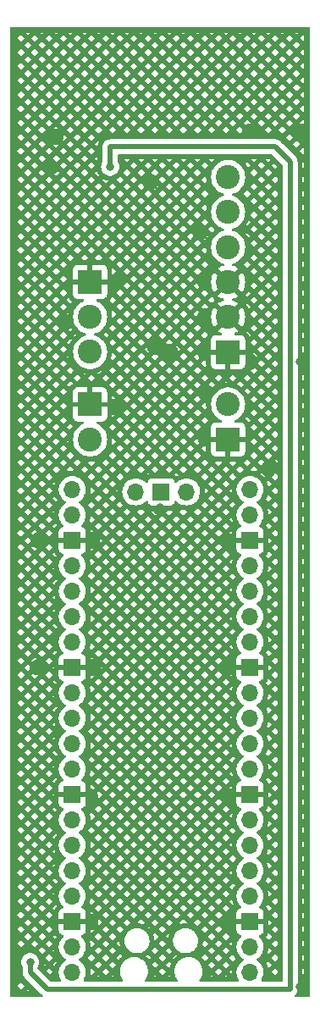
<source format=gbr>
%TF.GenerationSoftware,KiCad,Pcbnew,7.0.11+dfsg-1build4*%
%TF.CreationDate,2024-12-03T15:14:33-08:00*%
%TF.ProjectId,lightjar,6c696768-746a-4617-922e-6b696361645f,rev?*%
%TF.SameCoordinates,Original*%
%TF.FileFunction,Copper,L2,Bot*%
%TF.FilePolarity,Positive*%
%FSLAX46Y46*%
G04 Gerber Fmt 4.6, Leading zero omitted, Abs format (unit mm)*
G04 Created by KiCad (PCBNEW 7.0.11+dfsg-1build4) date 2024-12-03 15:14:33*
%MOMM*%
%LPD*%
G01*
G04 APERTURE LIST*
%TA.AperFunction,ComponentPad*%
%ADD10C,2.400000*%
%TD*%
%TA.AperFunction,ComponentPad*%
%ADD11R,2.400000X2.400000*%
%TD*%
%TA.AperFunction,ComponentPad*%
%ADD12O,1.700000X1.700000*%
%TD*%
%TA.AperFunction,ComponentPad*%
%ADD13R,1.700000X1.700000*%
%TD*%
%TA.AperFunction,ViaPad*%
%ADD14C,0.800000*%
%TD*%
%TA.AperFunction,Conductor*%
%ADD15C,0.500000*%
%TD*%
G04 APERTURE END LIST*
D10*
%TO.P,J2,2,Pin_2*%
%TO.N,Button Sig*%
X156000000Y-73750000D03*
D11*
%TO.P,J2,1,Pin_1*%
%TO.N,GND*%
X156000000Y-70250000D03*
%TD*%
D10*
%TO.P,J4,3,Pin_3*%
%TO.N,+3.3V*%
X156000000Y-65000000D03*
%TO.P,J4,2,Pin_2*%
%TO.N,Potentiometer Sig*%
X156000000Y-61500000D03*
D11*
%TO.P,J4,1,Pin_1*%
%TO.N,GND*%
X156000000Y-58000000D03*
%TD*%
%TO.P,J1,1,Pin_1*%
%TO.N,GND*%
X169799443Y-65030275D03*
D10*
%TO.P,J1,2,Pin_2*%
X169799443Y-61530275D03*
%TO.P,J1,3,Pin_3*%
X169799443Y-58030275D03*
%TO.P,J1,4,Pin_4*%
%TO.N,WS2815 Output*%
X169799443Y-54530275D03*
%TO.P,J1,5,Pin_5*%
%TO.N,+12V*%
X169799443Y-51030275D03*
%TO.P,J1,6,Pin_6*%
%TO.N,+12VA*%
X169799443Y-47530275D03*
%TD*%
D12*
%TO.P,U2,43,SWDIO*%
%TO.N,unconnected-(U2-SWDIO-Pad43)*%
X160570000Y-78990000D03*
D13*
%TO.P,U2,42,GND*%
%TO.N,unconnected-(U2-GND-Pad42)*%
X163110000Y-78990000D03*
D12*
%TO.P,U2,41,SWCLK*%
%TO.N,unconnected-(U2-SWCLK-Pad41)*%
X165650000Y-78990000D03*
%TO.P,U2,40,VBUS*%
%TO.N,unconnected-(U2-VBUS-Pad40)*%
X154220000Y-127020000D03*
%TO.P,U2,39,VSYS*%
%TO.N,Net-(D2-K)*%
X154220000Y-124480000D03*
D13*
%TO.P,U2,38,GND*%
%TO.N,GND*%
X154220000Y-121940000D03*
D12*
%TO.P,U2,37,3V3_EN*%
%TO.N,unconnected-(U2-3V3_EN-Pad37)*%
X154220000Y-119400000D03*
%TO.P,U2,36,3V3*%
%TO.N,+3.3V*%
X154220000Y-116860000D03*
%TO.P,U2,35,ADC_VREF*%
%TO.N,unconnected-(U2-ADC_VREF-Pad35)*%
X154220000Y-114320000D03*
%TO.P,U2,34,GPIO28_ADC2*%
%TO.N,unconnected-(U2-GPIO28_ADC2-Pad34)*%
X154220000Y-111780000D03*
D13*
%TO.P,U2,33,AGND*%
%TO.N,GND*%
X154220000Y-109240000D03*
D12*
%TO.P,U2,32,GPIO27_ADC1*%
%TO.N,Brightness Pin*%
X154220000Y-106700000D03*
%TO.P,U2,31,GPIO26_ADC0*%
%TO.N,Photoresistor Pin*%
X154220000Y-104160000D03*
%TO.P,U2,30,RUN*%
%TO.N,unconnected-(U2-RUN-Pad30)*%
X154220000Y-101620000D03*
%TO.P,U2,29,GPIO22*%
%TO.N,Button Sig*%
X154220000Y-99080000D03*
D13*
%TO.P,U2,28,GND*%
%TO.N,GND*%
X154220000Y-96540000D03*
D12*
%TO.P,U2,27,GPIO21*%
%TO.N,unconnected-(U2-GPIO21-Pad27)*%
X154220000Y-94000000D03*
%TO.P,U2,26,GPIO20*%
%TO.N,unconnected-(U2-GPIO20-Pad26)*%
X154220000Y-91460000D03*
%TO.P,U2,25,GPIO19*%
%TO.N,unconnected-(U2-GPIO19-Pad25)*%
X154220000Y-88920000D03*
%TO.P,U2,24,GPIO18*%
%TO.N,unconnected-(U2-GPIO18-Pad24)*%
X154220000Y-86380000D03*
D13*
%TO.P,U2,23,GND*%
%TO.N,GND*%
X154220000Y-83840000D03*
D12*
%TO.P,U2,22,GPIO17*%
%TO.N,unconnected-(U2-GPIO17-Pad22)*%
X154220000Y-81300000D03*
%TO.P,U2,21,GPIO16*%
%TO.N,unconnected-(U2-GPIO16-Pad21)*%
X154220000Y-78760000D03*
%TO.P,U2,20,GPIO15*%
%TO.N,WS2815 Pin*%
X172000000Y-78760000D03*
%TO.P,U2,19,GPIO14*%
%TO.N,unconnected-(U2-GPIO14-Pad19)*%
X172000000Y-81300000D03*
D13*
%TO.P,U2,18,GND*%
%TO.N,GND*%
X172000000Y-83840000D03*
D12*
%TO.P,U2,17,GPIO13*%
%TO.N,unconnected-(U2-GPIO13-Pad17)*%
X172000000Y-86380000D03*
%TO.P,U2,16,GPIO12*%
%TO.N,unconnected-(U2-GPIO12-Pad16)*%
X172000000Y-88920000D03*
%TO.P,U2,15,GPIO11*%
%TO.N,unconnected-(U2-GPIO11-Pad15)*%
X172000000Y-91460000D03*
%TO.P,U2,14,GPIO10*%
%TO.N,unconnected-(U2-GPIO10-Pad14)*%
X172000000Y-94000000D03*
D13*
%TO.P,U2,13,GND*%
%TO.N,GND*%
X172000000Y-96540000D03*
D12*
%TO.P,U2,12,GPIO9*%
%TO.N,unconnected-(U2-GPIO9-Pad12)*%
X172000000Y-99080000D03*
%TO.P,U2,11,GPIO8*%
%TO.N,unconnected-(U2-GPIO8-Pad11)*%
X172000000Y-101620000D03*
%TO.P,U2,10,GPIO7*%
%TO.N,unconnected-(U2-GPIO7-Pad10)*%
X172000000Y-104160000D03*
%TO.P,U2,9,GPIO6*%
%TO.N,unconnected-(U2-GPIO6-Pad9)*%
X172000000Y-106700000D03*
D13*
%TO.P,U2,8,GND*%
%TO.N,GND*%
X172000000Y-109240000D03*
D12*
%TO.P,U2,7,GPIO5*%
%TO.N,unconnected-(U2-GPIO5-Pad7)*%
X172000000Y-111780000D03*
%TO.P,U2,6,GPIO4*%
%TO.N,unconnected-(U2-GPIO4-Pad6)*%
X172000000Y-114320000D03*
%TO.P,U2,5,GPIO3*%
%TO.N,unconnected-(U2-GPIO3-Pad5)*%
X172000000Y-116860000D03*
%TO.P,U2,4,GPIO2*%
%TO.N,unconnected-(U2-GPIO2-Pad4)*%
X172000000Y-119400000D03*
D13*
%TO.P,U2,3,GND*%
%TO.N,GND*%
X172000000Y-121940000D03*
D12*
%TO.P,U2,2,GPIO1*%
%TO.N,unconnected-(U2-GPIO1-Pad2)*%
X172000000Y-124480000D03*
%TO.P,U2,1,GPIO0*%
%TO.N,unconnected-(U2-GPIO0-Pad1)*%
X172000000Y-127020000D03*
%TD*%
D11*
%TO.P,J3,1,Pin_1*%
%TO.N,GND*%
X169800000Y-73750000D03*
D10*
%TO.P,J3,2,Pin_2*%
%TO.N,Photoresistor Sig*%
X169800000Y-70250000D03*
%TD*%
D14*
%TO.N,GND*%
X150849271Y-83841054D03*
X150793999Y-96522251D03*
X177000000Y-128500000D03*
X153500000Y-62000000D03*
X167500000Y-69000000D03*
X174000000Y-76500000D03*
X177000000Y-66000000D03*
X172000000Y-66000000D03*
X172000000Y-43000000D03*
X177000000Y-43000000D03*
X167000000Y-53000000D03*
%TO.N,+5V*%
X158000000Y-46500000D03*
%TO.N,GND*%
X163000000Y-80500000D03*
X170000000Y-84000000D03*
X170000000Y-96500000D03*
X170000000Y-109500000D03*
X170000000Y-122000000D03*
X156000000Y-122000000D03*
X156000000Y-109500000D03*
X156233563Y-96528851D03*
X156166092Y-83829218D03*
X164000000Y-65000000D03*
X162500000Y-64500000D03*
X162000000Y-48000000D03*
X152500000Y-43500000D03*
X152000000Y-46500000D03*
X158500000Y-58000000D03*
X167500000Y-65000000D03*
X167500000Y-61500000D03*
X167500000Y-58000000D03*
X158500000Y-70500000D03*
X167500000Y-73500000D03*
%TO.N,+5V*%
X150000000Y-126000000D03*
%TD*%
D15*
%TO.N,+5V*%
X150000000Y-126000000D02*
X150000000Y-127000000D01*
X150000000Y-127000000D02*
X151698229Y-128698229D01*
X151698229Y-128698229D02*
X176000000Y-128698229D01*
X176000000Y-128698229D02*
X176000000Y-46000000D01*
X176000000Y-46000000D02*
X174500000Y-44500000D01*
X174500000Y-44500000D02*
X158000000Y-44500000D01*
X158000000Y-44500000D02*
X158000000Y-46500000D01*
%TD*%
%TA.AperFunction,Conductor*%
%TO.N,GND*%
G36*
X177942539Y-32520185D02*
G01*
X177988294Y-32572989D01*
X177999500Y-32624500D01*
X177999500Y-129375500D01*
X177979815Y-129442539D01*
X177927011Y-129488294D01*
X177875500Y-129499500D01*
X176561288Y-129499500D01*
X176494249Y-129479815D01*
X176448494Y-129427011D01*
X176438550Y-129357853D01*
X176467575Y-129294297D01*
X176481581Y-129280511D01*
X176485688Y-129277063D01*
X176485696Y-129277059D01*
X176493391Y-129268901D01*
X176509534Y-129254535D01*
X176518530Y-129247839D01*
X176558584Y-129200103D01*
X176563333Y-129194767D01*
X176606092Y-129149447D01*
X176611700Y-129139731D01*
X176624093Y-129122032D01*
X176631302Y-129113443D01*
X176659262Y-129057767D01*
X176662653Y-129051477D01*
X176693812Y-128997510D01*
X176697029Y-128986762D01*
X176705006Y-128966684D01*
X176710040Y-128956662D01*
X176724405Y-128896049D01*
X176726265Y-128889106D01*
X176744130Y-128829439D01*
X176744781Y-128818247D01*
X176747917Y-128796846D01*
X176750499Y-128785954D01*
X176750500Y-128785950D01*
X176750500Y-128723673D01*
X176750710Y-128716463D01*
X176754331Y-128654294D01*
X176752384Y-128643250D01*
X176750500Y-128621719D01*
X176750500Y-127211440D01*
X177248500Y-127211440D01*
X177353969Y-127316909D01*
X177376000Y-127294878D01*
X177376000Y-126629004D01*
X177353968Y-126606973D01*
X177248500Y-126712442D01*
X177248500Y-127211440D01*
X176750500Y-127211440D01*
X176750500Y-125797227D01*
X177248500Y-125797227D01*
X177353969Y-125902696D01*
X177376000Y-125880665D01*
X177376000Y-125214790D01*
X177353969Y-125192759D01*
X177248500Y-125298228D01*
X177248500Y-125797227D01*
X176750500Y-125797227D01*
X176750500Y-124383013D01*
X177248500Y-124383013D01*
X177353969Y-124488482D01*
X177376000Y-124466451D01*
X177376000Y-123800577D01*
X177353968Y-123778546D01*
X177248500Y-123884015D01*
X177248500Y-124383013D01*
X176750500Y-124383013D01*
X176750500Y-122968799D01*
X177248500Y-122968799D01*
X177353969Y-123074268D01*
X177376000Y-123052237D01*
X177376000Y-122386363D01*
X177353968Y-122364332D01*
X177248500Y-122469801D01*
X177248500Y-122968799D01*
X176750500Y-122968799D01*
X176750500Y-121554586D01*
X177248500Y-121554586D01*
X177353969Y-121660055D01*
X177376000Y-121638024D01*
X177376000Y-120972150D01*
X177353968Y-120950119D01*
X177248500Y-121055588D01*
X177248500Y-121554586D01*
X176750500Y-121554586D01*
X176750500Y-120140372D01*
X177248500Y-120140372D01*
X177353969Y-120245841D01*
X177376000Y-120223810D01*
X177376000Y-119557936D01*
X177353968Y-119535905D01*
X177248500Y-119641374D01*
X177248500Y-120140372D01*
X176750500Y-120140372D01*
X176750500Y-118726159D01*
X177248500Y-118726159D01*
X177353969Y-118831628D01*
X177376000Y-118809597D01*
X177376000Y-118143723D01*
X177353968Y-118121692D01*
X177248500Y-118227161D01*
X177248500Y-118726159D01*
X176750500Y-118726159D01*
X176750500Y-117311945D01*
X177248500Y-117311945D01*
X177353969Y-117417414D01*
X177376000Y-117395383D01*
X177376000Y-116729509D01*
X177353968Y-116707478D01*
X177248500Y-116812947D01*
X177248500Y-117311945D01*
X176750500Y-117311945D01*
X176750500Y-115897732D01*
X177248500Y-115897732D01*
X177353969Y-116003201D01*
X177376000Y-115981170D01*
X177376000Y-115315296D01*
X177353968Y-115293265D01*
X177248500Y-115398734D01*
X177248500Y-115897732D01*
X176750500Y-115897732D01*
X176750500Y-114483518D01*
X177248500Y-114483518D01*
X177353969Y-114588987D01*
X177376000Y-114566956D01*
X177376000Y-113901082D01*
X177353968Y-113879051D01*
X177248500Y-113984520D01*
X177248500Y-114483518D01*
X176750500Y-114483518D01*
X176750500Y-113069304D01*
X177248500Y-113069304D01*
X177353969Y-113174773D01*
X177376000Y-113152743D01*
X177376000Y-112486868D01*
X177353968Y-112464837D01*
X177248500Y-112570306D01*
X177248500Y-113069304D01*
X176750500Y-113069304D01*
X176750500Y-111655091D01*
X177248500Y-111655091D01*
X177353969Y-111760560D01*
X177376000Y-111738529D01*
X177376000Y-111072655D01*
X177353968Y-111050624D01*
X177248500Y-111156093D01*
X177248500Y-111655091D01*
X176750500Y-111655091D01*
X176750500Y-110240877D01*
X177248500Y-110240877D01*
X177353969Y-110346346D01*
X177376000Y-110324315D01*
X177376000Y-109658441D01*
X177353968Y-109636410D01*
X177248500Y-109741879D01*
X177248500Y-110240877D01*
X176750500Y-110240877D01*
X176750500Y-108826664D01*
X177248500Y-108826664D01*
X177353969Y-108932133D01*
X177376000Y-108910102D01*
X177376000Y-108244228D01*
X177353968Y-108222197D01*
X177248500Y-108327666D01*
X177248500Y-108826664D01*
X176750500Y-108826664D01*
X176750500Y-107412450D01*
X177248500Y-107412450D01*
X177353969Y-107517919D01*
X177376000Y-107495888D01*
X177376000Y-106830014D01*
X177353968Y-106807983D01*
X177248500Y-106913452D01*
X177248500Y-107412450D01*
X176750500Y-107412450D01*
X176750500Y-105998237D01*
X177248500Y-105998237D01*
X177353969Y-106103706D01*
X177376000Y-106081675D01*
X177376000Y-105415801D01*
X177353968Y-105393770D01*
X177248500Y-105499239D01*
X177248500Y-105998237D01*
X176750500Y-105998237D01*
X176750500Y-104584023D01*
X177248500Y-104584023D01*
X177353969Y-104689492D01*
X177376000Y-104667461D01*
X177376000Y-104001587D01*
X177353968Y-103979556D01*
X177248500Y-104085025D01*
X177248500Y-104584023D01*
X176750500Y-104584023D01*
X176750500Y-103169810D01*
X177248500Y-103169810D01*
X177353969Y-103275279D01*
X177376000Y-103253248D01*
X177376000Y-102587373D01*
X177353969Y-102565342D01*
X177248500Y-102670811D01*
X177248500Y-103169810D01*
X176750500Y-103169810D01*
X176750500Y-101755596D01*
X177248500Y-101755596D01*
X177353969Y-101861065D01*
X177376000Y-101839034D01*
X177376000Y-101173160D01*
X177353968Y-101151129D01*
X177248500Y-101256598D01*
X177248500Y-101755596D01*
X176750500Y-101755596D01*
X176750500Y-100341382D01*
X177248500Y-100341382D01*
X177353969Y-100446851D01*
X177376000Y-100424820D01*
X177376000Y-99758946D01*
X177353968Y-99736915D01*
X177248500Y-99842384D01*
X177248500Y-100341382D01*
X176750500Y-100341382D01*
X176750500Y-98927169D01*
X177248500Y-98927169D01*
X177353969Y-99032638D01*
X177376000Y-99010607D01*
X177376000Y-98344733D01*
X177353968Y-98322702D01*
X177248500Y-98428171D01*
X177248500Y-98927169D01*
X176750500Y-98927169D01*
X176750500Y-97512955D01*
X177248500Y-97512955D01*
X177353969Y-97618424D01*
X177376000Y-97596393D01*
X177376000Y-96930519D01*
X177353968Y-96908488D01*
X177248500Y-97013957D01*
X177248500Y-97512955D01*
X176750500Y-97512955D01*
X176750500Y-96098742D01*
X177248500Y-96098742D01*
X177353969Y-96204211D01*
X177376000Y-96182180D01*
X177376000Y-95516306D01*
X177353968Y-95494275D01*
X177248500Y-95599744D01*
X177248500Y-96098742D01*
X176750500Y-96098742D01*
X176750500Y-94684528D01*
X177248500Y-94684528D01*
X177353969Y-94789997D01*
X177376000Y-94767966D01*
X177376000Y-94102092D01*
X177353968Y-94080061D01*
X177248500Y-94185530D01*
X177248500Y-94684528D01*
X176750500Y-94684528D01*
X176750500Y-93270315D01*
X177248500Y-93270315D01*
X177353969Y-93375784D01*
X177376000Y-93353753D01*
X177376000Y-92687879D01*
X177353968Y-92665848D01*
X177248500Y-92771317D01*
X177248500Y-93270315D01*
X176750500Y-93270315D01*
X176750500Y-91856101D01*
X177248500Y-91856101D01*
X177353969Y-91961570D01*
X177376000Y-91939539D01*
X177376000Y-91273665D01*
X177353968Y-91251634D01*
X177248500Y-91357103D01*
X177248500Y-91856101D01*
X176750500Y-91856101D01*
X176750500Y-90441887D01*
X177248500Y-90441887D01*
X177353969Y-90547356D01*
X177376000Y-90525326D01*
X177376000Y-89859451D01*
X177353968Y-89837420D01*
X177248500Y-89942889D01*
X177248500Y-90441887D01*
X176750500Y-90441887D01*
X176750500Y-89027674D01*
X177248500Y-89027674D01*
X177353969Y-89133143D01*
X177376000Y-89111112D01*
X177376000Y-88445238D01*
X177353968Y-88423207D01*
X177248500Y-88528676D01*
X177248500Y-89027674D01*
X176750500Y-89027674D01*
X176750500Y-87613460D01*
X177248500Y-87613460D01*
X177353969Y-87718929D01*
X177376000Y-87696898D01*
X177376000Y-87031024D01*
X177353968Y-87008993D01*
X177248500Y-87114462D01*
X177248500Y-87613460D01*
X176750500Y-87613460D01*
X176750500Y-86199247D01*
X177248500Y-86199247D01*
X177353969Y-86304716D01*
X177376000Y-86282685D01*
X177376000Y-85616811D01*
X177353968Y-85594780D01*
X177248500Y-85700249D01*
X177248500Y-86199247D01*
X176750500Y-86199247D01*
X176750500Y-84785033D01*
X177248500Y-84785033D01*
X177353969Y-84890502D01*
X177376000Y-84868471D01*
X177376000Y-84202597D01*
X177353968Y-84180566D01*
X177248500Y-84286035D01*
X177248500Y-84785033D01*
X176750500Y-84785033D01*
X176750500Y-83370820D01*
X177248500Y-83370820D01*
X177353969Y-83476289D01*
X177376000Y-83454258D01*
X177376000Y-82788384D01*
X177353968Y-82766353D01*
X177248500Y-82871822D01*
X177248500Y-83370820D01*
X176750500Y-83370820D01*
X176750500Y-81956606D01*
X177248500Y-81956606D01*
X177353969Y-82062075D01*
X177376000Y-82040044D01*
X177376000Y-81374170D01*
X177353968Y-81352139D01*
X177248500Y-81457608D01*
X177248500Y-81956606D01*
X176750500Y-81956606D01*
X176750500Y-80542393D01*
X177248500Y-80542393D01*
X177353969Y-80647862D01*
X177376000Y-80625831D01*
X177376000Y-79959956D01*
X177353969Y-79937925D01*
X177248500Y-80043394D01*
X177248500Y-80542393D01*
X176750500Y-80542393D01*
X176750500Y-79128179D01*
X177248500Y-79128179D01*
X177353969Y-79233648D01*
X177376000Y-79211617D01*
X177376000Y-78545743D01*
X177353968Y-78523712D01*
X177248500Y-78629181D01*
X177248500Y-79128179D01*
X176750500Y-79128179D01*
X176750500Y-77713965D01*
X177248500Y-77713965D01*
X177353969Y-77819434D01*
X177376000Y-77797403D01*
X177376000Y-77131529D01*
X177353968Y-77109498D01*
X177248500Y-77214967D01*
X177248500Y-77713965D01*
X176750500Y-77713965D01*
X176750500Y-76299752D01*
X177248500Y-76299752D01*
X177353969Y-76405221D01*
X177376000Y-76383190D01*
X177376000Y-75717316D01*
X177353968Y-75695285D01*
X177248500Y-75800754D01*
X177248500Y-76299752D01*
X176750500Y-76299752D01*
X176750500Y-74885538D01*
X177248500Y-74885538D01*
X177353969Y-74991007D01*
X177376000Y-74968976D01*
X177376000Y-74303102D01*
X177353968Y-74281071D01*
X177248500Y-74386540D01*
X177248500Y-74885538D01*
X176750500Y-74885538D01*
X176750500Y-73471325D01*
X177248500Y-73471325D01*
X177353969Y-73576794D01*
X177376000Y-73554763D01*
X177376000Y-72888889D01*
X177353968Y-72866858D01*
X177248500Y-72972327D01*
X177248500Y-73471325D01*
X176750500Y-73471325D01*
X176750500Y-72057111D01*
X177248500Y-72057111D01*
X177353969Y-72162580D01*
X177376000Y-72140549D01*
X177376000Y-71474675D01*
X177353968Y-71452644D01*
X177248500Y-71558113D01*
X177248500Y-72057111D01*
X176750500Y-72057111D01*
X176750500Y-70642898D01*
X177248500Y-70642898D01*
X177353969Y-70748367D01*
X177376000Y-70726336D01*
X177376000Y-70060462D01*
X177353968Y-70038431D01*
X177248500Y-70143900D01*
X177248500Y-70642898D01*
X176750500Y-70642898D01*
X176750500Y-69228684D01*
X177248500Y-69228684D01*
X177353969Y-69334153D01*
X177376000Y-69312122D01*
X177376000Y-68646248D01*
X177353968Y-68624217D01*
X177248500Y-68729686D01*
X177248500Y-69228684D01*
X176750500Y-69228684D01*
X176750500Y-67814470D01*
X177248500Y-67814470D01*
X177353969Y-67919939D01*
X177376000Y-67897909D01*
X177376000Y-67232034D01*
X177353968Y-67210003D01*
X177248500Y-67315472D01*
X177248500Y-67814470D01*
X176750500Y-67814470D01*
X176750500Y-64986043D01*
X177248500Y-64986043D01*
X177353969Y-65091512D01*
X177376000Y-65069481D01*
X177376000Y-64403607D01*
X177353968Y-64381576D01*
X177248500Y-64487045D01*
X177248500Y-64986043D01*
X176750500Y-64986043D01*
X176750500Y-63571830D01*
X177248500Y-63571830D01*
X177353969Y-63677299D01*
X177376000Y-63655268D01*
X177376000Y-62989394D01*
X177353968Y-62967363D01*
X177248500Y-63072832D01*
X177248500Y-63571830D01*
X176750500Y-63571830D01*
X176750500Y-62157616D01*
X177248500Y-62157616D01*
X177353969Y-62263085D01*
X177376000Y-62241054D01*
X177376000Y-61575180D01*
X177353968Y-61553149D01*
X177248500Y-61658618D01*
X177248500Y-62157616D01*
X176750500Y-62157616D01*
X176750500Y-60743403D01*
X177248500Y-60743403D01*
X177353969Y-60848872D01*
X177376000Y-60826841D01*
X177376000Y-60160967D01*
X177353968Y-60138936D01*
X177248500Y-60244405D01*
X177248500Y-60743403D01*
X176750500Y-60743403D01*
X176750500Y-59329189D01*
X177248500Y-59329189D01*
X177353969Y-59434658D01*
X177376000Y-59412627D01*
X177376000Y-58746753D01*
X177353968Y-58724722D01*
X177248500Y-58830191D01*
X177248500Y-59329189D01*
X176750500Y-59329189D01*
X176750500Y-57914976D01*
X177248500Y-57914976D01*
X177353969Y-58020445D01*
X177376000Y-57998414D01*
X177376000Y-57332539D01*
X177353969Y-57310508D01*
X177248500Y-57415977D01*
X177248500Y-57914976D01*
X176750500Y-57914976D01*
X176750500Y-56500762D01*
X177248500Y-56500762D01*
X177353969Y-56606231D01*
X177376000Y-56584200D01*
X177376000Y-55918326D01*
X177353968Y-55896295D01*
X177248500Y-56001764D01*
X177248500Y-56500762D01*
X176750500Y-56500762D01*
X176750500Y-55086548D01*
X177248500Y-55086548D01*
X177353969Y-55192017D01*
X177376000Y-55169986D01*
X177376000Y-54504112D01*
X177353968Y-54482081D01*
X177248500Y-54587550D01*
X177248500Y-55086548D01*
X176750500Y-55086548D01*
X176750500Y-53672335D01*
X177248500Y-53672335D01*
X177353969Y-53777804D01*
X177376000Y-53755773D01*
X177376000Y-53089899D01*
X177353968Y-53067868D01*
X177248500Y-53173337D01*
X177248500Y-53672335D01*
X176750500Y-53672335D01*
X176750500Y-52258121D01*
X177248500Y-52258121D01*
X177353969Y-52363590D01*
X177376000Y-52341559D01*
X177376000Y-51675685D01*
X177353968Y-51653654D01*
X177248500Y-51759123D01*
X177248500Y-52258121D01*
X176750500Y-52258121D01*
X176750500Y-50843908D01*
X177248500Y-50843908D01*
X177353969Y-50949377D01*
X177376000Y-50927346D01*
X177376000Y-50261472D01*
X177353968Y-50239441D01*
X177248500Y-50344910D01*
X177248500Y-50843908D01*
X176750500Y-50843908D01*
X176750500Y-49429694D01*
X177248500Y-49429694D01*
X177353969Y-49535163D01*
X177376000Y-49513132D01*
X177376000Y-48847258D01*
X177353968Y-48825227D01*
X177248500Y-48930696D01*
X177248500Y-49429694D01*
X176750500Y-49429694D01*
X176750500Y-48015481D01*
X177248500Y-48015481D01*
X177353969Y-48120950D01*
X177376000Y-48098919D01*
X177376000Y-47433045D01*
X177353968Y-47411014D01*
X177248500Y-47516483D01*
X177248500Y-48015481D01*
X176750500Y-48015481D01*
X176750500Y-46601267D01*
X177248500Y-46601267D01*
X177353969Y-46706736D01*
X177376000Y-46684705D01*
X177376000Y-46018831D01*
X177353968Y-45996800D01*
X177248500Y-46102268D01*
X177248500Y-46601267D01*
X176750500Y-46601267D01*
X176750500Y-46063705D01*
X176751809Y-46045735D01*
X176755289Y-46021974D01*
X176750972Y-45972635D01*
X176750500Y-45961826D01*
X176750500Y-45956296D01*
X176750500Y-45956291D01*
X176746898Y-45925478D01*
X176746534Y-45921915D01*
X176739998Y-45847202D01*
X176739995Y-45847195D01*
X176738538Y-45840133D01*
X176738597Y-45840120D01*
X176736967Y-45832764D01*
X176736908Y-45832779D01*
X176735241Y-45825747D01*
X176735241Y-45825745D01*
X176709563Y-45755196D01*
X176708424Y-45751918D01*
X176684814Y-45680665D01*
X176684813Y-45680663D01*
X176681763Y-45674121D01*
X176681817Y-45674095D01*
X176678533Y-45667312D01*
X176678480Y-45667340D01*
X176675238Y-45660885D01*
X176675237Y-45660883D01*
X176634026Y-45598225D01*
X176632107Y-45595212D01*
X176592714Y-45531347D01*
X176588234Y-45525681D01*
X176588280Y-45525643D01*
X176583519Y-45519799D01*
X176583474Y-45519838D01*
X176578831Y-45514305D01*
X176524290Y-45462848D01*
X176521703Y-45460335D01*
X175998922Y-44937554D01*
X176999000Y-44937554D01*
X177353969Y-45292522D01*
X177376000Y-45270492D01*
X177376000Y-44604617D01*
X177353968Y-44582586D01*
X176999000Y-44937554D01*
X175998922Y-44937554D01*
X175291816Y-44230448D01*
X176291895Y-44230448D01*
X176646863Y-44585416D01*
X177001831Y-44230448D01*
X176646863Y-43875480D01*
X176291895Y-44230448D01*
X175291816Y-44230448D01*
X175075729Y-44014361D01*
X175063949Y-44000730D01*
X175049610Y-43981470D01*
X175011651Y-43949619D01*
X175003686Y-43942318D01*
X174999780Y-43938411D01*
X174975443Y-43919168D01*
X174972647Y-43916890D01*
X174915214Y-43868698D01*
X174909180Y-43864729D01*
X174909212Y-43864680D01*
X174902853Y-43860628D01*
X174902822Y-43860679D01*
X174896680Y-43856891D01*
X174896678Y-43856890D01*
X174896677Y-43856889D01*
X174828688Y-43825184D01*
X174825447Y-43823615D01*
X174785316Y-43803461D01*
X174758433Y-43789960D01*
X174758431Y-43789959D01*
X174758430Y-43789959D01*
X174751645Y-43787489D01*
X174751665Y-43787433D01*
X174744549Y-43784959D01*
X174744531Y-43785015D01*
X174737674Y-43782743D01*
X174664210Y-43767573D01*
X174660693Y-43766793D01*
X174587718Y-43749499D01*
X174580547Y-43748661D01*
X174580553Y-43748601D01*
X174573055Y-43747835D01*
X174573050Y-43747895D01*
X174565860Y-43747265D01*
X174490870Y-43749448D01*
X174487263Y-43749500D01*
X158025445Y-43749500D01*
X158018235Y-43749290D01*
X158006405Y-43748601D01*
X157956065Y-43745669D01*
X157956062Y-43745669D01*
X157894719Y-43756485D01*
X157887585Y-43757530D01*
X157825750Y-43764757D01*
X157825743Y-43764759D01*
X157815201Y-43768596D01*
X157794335Y-43774186D01*
X157783297Y-43776132D01*
X157783285Y-43776136D01*
X157726105Y-43800800D01*
X157719406Y-43803461D01*
X157660885Y-43824761D01*
X157660881Y-43824763D01*
X157651502Y-43830931D01*
X157632498Y-43841177D01*
X157622204Y-43845618D01*
X157622189Y-43845626D01*
X157572240Y-43882812D01*
X157566335Y-43886947D01*
X157514306Y-43921168D01*
X157506606Y-43929329D01*
X157490469Y-43943689D01*
X157481470Y-43950388D01*
X157481470Y-43950389D01*
X157441432Y-43998102D01*
X157436641Y-44003486D01*
X157393905Y-44048784D01*
X157388300Y-44058493D01*
X157375909Y-44076191D01*
X157368699Y-44084783D01*
X157340749Y-44140436D01*
X157337327Y-44146781D01*
X157306188Y-44200717D01*
X157306187Y-44200719D01*
X157302968Y-44211470D01*
X157294996Y-44231537D01*
X157289960Y-44241565D01*
X157289959Y-44241569D01*
X157275598Y-44302158D01*
X157273733Y-44309120D01*
X157255869Y-44368792D01*
X157255217Y-44379990D01*
X157252087Y-44401361D01*
X157249500Y-44412279D01*
X157249500Y-44474554D01*
X157249290Y-44481764D01*
X157245668Y-44543933D01*
X157245669Y-44543935D01*
X157247616Y-44554977D01*
X157249500Y-44576509D01*
X157249500Y-45965677D01*
X157232887Y-46027677D01*
X157172821Y-46131714D01*
X157125401Y-46277658D01*
X157114326Y-46311744D01*
X157094540Y-46500000D01*
X157114326Y-46688256D01*
X157114327Y-46688259D01*
X157172818Y-46868277D01*
X157172821Y-46868284D01*
X157267467Y-47032216D01*
X157318261Y-47088628D01*
X157394129Y-47172888D01*
X157547265Y-47284148D01*
X157547270Y-47284151D01*
X157720192Y-47361142D01*
X157720197Y-47361144D01*
X157905354Y-47400500D01*
X157905355Y-47400500D01*
X158094644Y-47400500D01*
X158094646Y-47400500D01*
X158279803Y-47361144D01*
X158452730Y-47284151D01*
X158605871Y-47172888D01*
X158708530Y-47058874D01*
X159321331Y-47058874D01*
X159676300Y-47413843D01*
X160031268Y-47058875D01*
X160735545Y-47058875D01*
X161090513Y-47413843D01*
X161445482Y-47058875D01*
X162149759Y-47058875D01*
X162337340Y-47246456D01*
X162458191Y-47309883D01*
X162482793Y-47326865D01*
X162540542Y-47378026D01*
X162859693Y-47058875D01*
X163563973Y-47058875D01*
X163918941Y-47413843D01*
X164273909Y-47058875D01*
X164978186Y-47058875D01*
X165333154Y-47413843D01*
X165688122Y-47058875D01*
X166392400Y-47058875D01*
X166747368Y-47413843D01*
X167102336Y-47058875D01*
X166747368Y-46703907D01*
X166392400Y-47058875D01*
X165688122Y-47058875D01*
X165333154Y-46703907D01*
X164978186Y-47058875D01*
X164273909Y-47058875D01*
X163918941Y-46703907D01*
X163563973Y-47058875D01*
X162859693Y-47058875D01*
X162859694Y-47058874D01*
X162504727Y-46703907D01*
X162149759Y-47058875D01*
X161445482Y-47058875D01*
X161090513Y-46703906D01*
X160735545Y-47058875D01*
X160031268Y-47058875D01*
X159676299Y-46703906D01*
X159321331Y-47058874D01*
X158708530Y-47058874D01*
X158732533Y-47032216D01*
X158827179Y-46868284D01*
X158885674Y-46688256D01*
X158905460Y-46500000D01*
X158889881Y-46351768D01*
X160028439Y-46351768D01*
X160383407Y-46706736D01*
X160738375Y-46351768D01*
X161442652Y-46351768D01*
X161797620Y-46706736D01*
X162152588Y-46351768D01*
X162856866Y-46351768D01*
X163211834Y-46706736D01*
X163566802Y-46351768D01*
X164271079Y-46351768D01*
X164626047Y-46706736D01*
X164981015Y-46351768D01*
X165685293Y-46351768D01*
X166040261Y-46706736D01*
X166395229Y-46351768D01*
X167099506Y-46351768D01*
X167454474Y-46706736D01*
X167809443Y-46351768D01*
X167454474Y-45996799D01*
X167099506Y-46351768D01*
X166395229Y-46351768D01*
X166040261Y-45996800D01*
X165685293Y-46351768D01*
X164981015Y-46351768D01*
X164626047Y-45996799D01*
X164271079Y-46351768D01*
X163566802Y-46351768D01*
X163211834Y-45996800D01*
X162856866Y-46351768D01*
X162152588Y-46351768D01*
X161797620Y-45996800D01*
X161442652Y-46351768D01*
X160738375Y-46351768D01*
X160383407Y-45996800D01*
X160028439Y-46351768D01*
X158889881Y-46351768D01*
X158885674Y-46311744D01*
X158827179Y-46131716D01*
X158827178Y-46131714D01*
X158767113Y-46027677D01*
X158750500Y-45965677D01*
X158750500Y-45748500D01*
X159425171Y-45748500D01*
X159676300Y-45999629D01*
X159927429Y-45748500D01*
X160839384Y-45748500D01*
X161090513Y-45999629D01*
X161341643Y-45748500D01*
X162253598Y-45748500D01*
X162504727Y-45999629D01*
X162755856Y-45748500D01*
X163667812Y-45748500D01*
X163918941Y-45999629D01*
X164170070Y-45748500D01*
X165082025Y-45748500D01*
X165333154Y-45999629D01*
X165584283Y-45748500D01*
X166496239Y-45748500D01*
X166747368Y-45999629D01*
X166998497Y-45748500D01*
X167910452Y-45748500D01*
X168161581Y-45999629D01*
X168412710Y-45748500D01*
X172153093Y-45748500D01*
X172404222Y-45999629D01*
X172655351Y-45748500D01*
X173567307Y-45748500D01*
X173818435Y-45999628D01*
X174026209Y-45791855D01*
X173982854Y-45748500D01*
X173567307Y-45748500D01*
X172655351Y-45748500D01*
X172153093Y-45748500D01*
X168412710Y-45748500D01*
X167910452Y-45748500D01*
X166998497Y-45748500D01*
X166496239Y-45748500D01*
X165584283Y-45748500D01*
X165082025Y-45748500D01*
X164170070Y-45748500D01*
X163667812Y-45748500D01*
X162755856Y-45748500D01*
X162253598Y-45748500D01*
X161341643Y-45748500D01*
X160839384Y-45748500D01*
X159927429Y-45748500D01*
X159425171Y-45748500D01*
X158750500Y-45748500D01*
X158750500Y-45374500D01*
X158770185Y-45307461D01*
X158822989Y-45261706D01*
X158874500Y-45250500D01*
X174137770Y-45250500D01*
X174204809Y-45270185D01*
X174225451Y-45286819D01*
X175213181Y-46274548D01*
X175246666Y-46335871D01*
X175249500Y-46362229D01*
X175249500Y-127823729D01*
X175229815Y-127890768D01*
X175177011Y-127936523D01*
X175125500Y-127947729D01*
X173237256Y-127947729D01*
X173170217Y-127928044D01*
X173124462Y-127875240D01*
X173114518Y-127806082D01*
X173135681Y-127752606D01*
X173174032Y-127697834D01*
X173174031Y-127697834D01*
X173174035Y-127697830D01*
X173273903Y-127483663D01*
X173335063Y-127255408D01*
X173355659Y-127020000D01*
X173350579Y-126961941D01*
X174170574Y-126961941D01*
X174525542Y-127316909D01*
X174751500Y-127090951D01*
X174751500Y-126832931D01*
X174525542Y-126606973D01*
X174170574Y-126961941D01*
X173350579Y-126961941D01*
X173335063Y-126784592D01*
X173277115Y-126568324D01*
X173273905Y-126556344D01*
X173273904Y-126556343D01*
X173273903Y-126556337D01*
X173174035Y-126342171D01*
X173165330Y-126329738D01*
X173038494Y-126148597D01*
X172995688Y-126105791D01*
X173612509Y-126105791D01*
X173613346Y-126107316D01*
X173618385Y-126116994D01*
X173620782Y-126121854D01*
X173729836Y-126355720D01*
X173732014Y-126360670D01*
X173736187Y-126370744D01*
X173738147Y-126375783D01*
X173745583Y-126396210D01*
X173747324Y-126401337D01*
X173750607Y-126411749D01*
X173752121Y-126416945D01*
X173798436Y-126589802D01*
X173818436Y-126609802D01*
X174173404Y-126254834D01*
X173818435Y-125899865D01*
X173612509Y-126105791D01*
X172995688Y-126105791D01*
X172871402Y-125981506D01*
X172871396Y-125981501D01*
X172685842Y-125851575D01*
X172642217Y-125796998D01*
X172635023Y-125727500D01*
X172666546Y-125665145D01*
X172685842Y-125648425D01*
X172741907Y-125609168D01*
X172829654Y-125547727D01*
X174170573Y-125547727D01*
X174525542Y-125902696D01*
X174751500Y-125676738D01*
X174751500Y-125418717D01*
X174525542Y-125192759D01*
X174170573Y-125547727D01*
X172829654Y-125547727D01*
X172871401Y-125518495D01*
X173038495Y-125351401D01*
X173174035Y-125157830D01*
X173192758Y-125117679D01*
X173740526Y-125117679D01*
X173818436Y-125195589D01*
X174173404Y-124840621D01*
X173852119Y-124519336D01*
X173830220Y-124769640D01*
X173829632Y-124775010D01*
X173828209Y-124785824D01*
X173827385Y-124791180D01*
X173823610Y-124812587D01*
X173822556Y-124817884D01*
X173820195Y-124828537D01*
X173818908Y-124833799D01*
X173752121Y-125083055D01*
X173750607Y-125088251D01*
X173747324Y-125098663D01*
X173745583Y-125103790D01*
X173740526Y-125117679D01*
X173192758Y-125117679D01*
X173273903Y-124943663D01*
X173335063Y-124715408D01*
X173355659Y-124480000D01*
X173354290Y-124464358D01*
X173350220Y-124417838D01*
X173335063Y-124244592D01*
X173305300Y-124133514D01*
X174170574Y-124133514D01*
X174525542Y-124488482D01*
X174751500Y-124262524D01*
X174751500Y-124004504D01*
X174525542Y-123778546D01*
X174170574Y-124133514D01*
X173305300Y-124133514D01*
X173277172Y-124028537D01*
X173273905Y-124016344D01*
X173273904Y-124016343D01*
X173273903Y-124016337D01*
X173174035Y-123802171D01*
X173156688Y-123777397D01*
X173038496Y-123608600D01*
X172986555Y-123556659D01*
X172922989Y-123493093D01*
X173565562Y-123493093D01*
X173588207Y-123525432D01*
X173591218Y-123529939D01*
X173597078Y-123539139D01*
X173599878Y-123543754D01*
X173610747Y-123562579D01*
X173613346Y-123567316D01*
X173618385Y-123576994D01*
X173620782Y-123581854D01*
X173622413Y-123585352D01*
X173818436Y-123781375D01*
X174173404Y-123426407D01*
X173818436Y-123071439D01*
X173805281Y-123084594D01*
X173753735Y-123222797D01*
X173750347Y-123230976D01*
X173742928Y-123247221D01*
X173738965Y-123255137D01*
X173721905Y-123286379D01*
X173717392Y-123293987D01*
X173707738Y-123309010D01*
X173702686Y-123316286D01*
X173595190Y-123459880D01*
X173589639Y-123466769D01*
X173577946Y-123480264D01*
X173571912Y-123486744D01*
X173565562Y-123493093D01*
X172922989Y-123493093D01*
X172916179Y-123486283D01*
X172882696Y-123424963D01*
X172887680Y-123355271D01*
X172929551Y-123299337D01*
X172960529Y-123282422D01*
X173092086Y-123233354D01*
X173092093Y-123233350D01*
X173207187Y-123147190D01*
X173207190Y-123147187D01*
X173293350Y-123032093D01*
X173293354Y-123032086D01*
X173343596Y-122897379D01*
X173343598Y-122897372D01*
X173349999Y-122837844D01*
X173350000Y-122837827D01*
X173350000Y-122719300D01*
X174170574Y-122719300D01*
X174525542Y-123074268D01*
X174751500Y-122848310D01*
X174751500Y-122590290D01*
X174525542Y-122364332D01*
X174170574Y-122719300D01*
X173350000Y-122719300D01*
X173350000Y-122190000D01*
X172445572Y-122190000D01*
X172468682Y-122154040D01*
X172510000Y-122013327D01*
X172510000Y-121940000D01*
X173794105Y-121940000D01*
X173800501Y-121949572D01*
X173838561Y-122041458D01*
X173848000Y-122088910D01*
X173848000Y-122337598D01*
X174173404Y-122012194D01*
X173848000Y-121686790D01*
X173848000Y-121791090D01*
X173838561Y-121838542D01*
X173800501Y-121930428D01*
X173794105Y-121940000D01*
X172510000Y-121940000D01*
X172510000Y-121866673D01*
X172468682Y-121725960D01*
X172445572Y-121690000D01*
X173350000Y-121690000D01*
X173350000Y-121305087D01*
X174170574Y-121305087D01*
X174525542Y-121660055D01*
X174751500Y-121434097D01*
X174751500Y-121176077D01*
X174525542Y-120950119D01*
X174170574Y-121305087D01*
X173350000Y-121305087D01*
X173350000Y-121042172D01*
X173349999Y-121042155D01*
X173343598Y-120982627D01*
X173343596Y-120982620D01*
X173293354Y-120847913D01*
X173293350Y-120847906D01*
X173207190Y-120732812D01*
X173207187Y-120732809D01*
X173092093Y-120646649D01*
X173092088Y-120646646D01*
X172960528Y-120597577D01*
X172904595Y-120555705D01*
X172880178Y-120490241D01*
X172889692Y-120446505D01*
X173614942Y-120446505D01*
X173702686Y-120563714D01*
X173707738Y-120570990D01*
X173717392Y-120586013D01*
X173721905Y-120593621D01*
X173738965Y-120624863D01*
X173742928Y-120632779D01*
X173750347Y-120649024D01*
X173753735Y-120657203D01*
X173815642Y-120823183D01*
X173818122Y-120830527D01*
X173822658Y-120845483D01*
X173824674Y-120852961D01*
X173831833Y-120883263D01*
X173833376Y-120890844D01*
X173836012Y-120906237D01*
X173837080Y-120913911D01*
X173839059Y-120932324D01*
X174173404Y-120597980D01*
X173818435Y-120243011D01*
X173614942Y-120446505D01*
X172889692Y-120446505D01*
X172895030Y-120421968D01*
X172916175Y-120393720D01*
X173038495Y-120271401D01*
X173174035Y-120077830D01*
X173261215Y-119890873D01*
X174170574Y-119890873D01*
X174525542Y-120245841D01*
X174751500Y-120019883D01*
X174751500Y-119761863D01*
X174525542Y-119535905D01*
X174170574Y-119890873D01*
X173261215Y-119890873D01*
X173273903Y-119863663D01*
X173335063Y-119635408D01*
X173355659Y-119400000D01*
X173335063Y-119164592D01*
X173273903Y-118936337D01*
X173245006Y-118874367D01*
X173772865Y-118874367D01*
X173818908Y-119046201D01*
X173820195Y-119051463D01*
X173822556Y-119062116D01*
X173823610Y-119067413D01*
X173827385Y-119088820D01*
X173828209Y-119094176D01*
X173829632Y-119104990D01*
X173830220Y-119110360D01*
X173852711Y-119367423D01*
X173853065Y-119372821D01*
X173853541Y-119383721D01*
X173853659Y-119389131D01*
X173853659Y-119410869D01*
X173853541Y-119416279D01*
X173853065Y-119427179D01*
X173852711Y-119432577D01*
X173845818Y-119511352D01*
X174173404Y-119183766D01*
X173818435Y-118828797D01*
X173772865Y-118874367D01*
X173245006Y-118874367D01*
X173174035Y-118722171D01*
X173092461Y-118605670D01*
X173038494Y-118528597D01*
X172986557Y-118476660D01*
X174170574Y-118476660D01*
X174525542Y-118831628D01*
X174751500Y-118605670D01*
X174751500Y-118347650D01*
X174525542Y-118121692D01*
X174170574Y-118476660D01*
X172986557Y-118476660D01*
X172871402Y-118361506D01*
X172871396Y-118361501D01*
X172685842Y-118231575D01*
X172642217Y-118176998D01*
X172635023Y-118107500D01*
X172666546Y-118045145D01*
X172685842Y-118028425D01*
X172708026Y-118012891D01*
X172871401Y-117898495D01*
X172908438Y-117861458D01*
X173555373Y-117861458D01*
X173818436Y-118124521D01*
X174173404Y-117769553D01*
X173818435Y-117414584D01*
X173743495Y-117489524D01*
X173738147Y-117504217D01*
X173736187Y-117509256D01*
X173732014Y-117519330D01*
X173729836Y-117524280D01*
X173620783Y-117758143D01*
X173618395Y-117762986D01*
X173613360Y-117772660D01*
X173610754Y-117777411D01*
X173599885Y-117796237D01*
X173597079Y-117800861D01*
X173591215Y-117810066D01*
X173588208Y-117814567D01*
X173555373Y-117861458D01*
X172908438Y-117861458D01*
X173038495Y-117731401D01*
X173174035Y-117537830D01*
X173273903Y-117323663D01*
X173335063Y-117095408D01*
X173337947Y-117062446D01*
X174170574Y-117062446D01*
X174525542Y-117417414D01*
X174751500Y-117191456D01*
X174751500Y-116933436D01*
X174525542Y-116707478D01*
X174170574Y-117062446D01*
X173337947Y-117062446D01*
X173355659Y-116860000D01*
X173335063Y-116624592D01*
X173273903Y-116396337D01*
X173174035Y-116182171D01*
X173132546Y-116122918D01*
X173695887Y-116122918D01*
X173729836Y-116195720D01*
X173732014Y-116200670D01*
X173736187Y-116210744D01*
X173738147Y-116215783D01*
X173745583Y-116236210D01*
X173747324Y-116241337D01*
X173750607Y-116251749D01*
X173752121Y-116256945D01*
X173818908Y-116506201D01*
X173820195Y-116511463D01*
X173822556Y-116522116D01*
X173823610Y-116527413D01*
X173827385Y-116548820D01*
X173828209Y-116554176D01*
X173829632Y-116564990D01*
X173830220Y-116570361D01*
X173840530Y-116688212D01*
X174173404Y-116355339D01*
X173818435Y-116000370D01*
X173695887Y-116122918D01*
X173132546Y-116122918D01*
X173078193Y-116045293D01*
X173038494Y-115988597D01*
X172871402Y-115821506D01*
X172871396Y-115821501D01*
X172685842Y-115691575D01*
X172651197Y-115648233D01*
X174170574Y-115648233D01*
X174525542Y-116003201D01*
X174751500Y-115777243D01*
X174751500Y-115519223D01*
X174525542Y-115293265D01*
X174170574Y-115648233D01*
X172651197Y-115648233D01*
X172642217Y-115636998D01*
X172635023Y-115567500D01*
X172666546Y-115505145D01*
X172685842Y-115488425D01*
X172708026Y-115472891D01*
X172871401Y-115358495D01*
X173038495Y-115191401D01*
X173076932Y-115136507D01*
X173658849Y-115136507D01*
X173818436Y-115296094D01*
X174173404Y-114941126D01*
X173831160Y-114598882D01*
X173830220Y-114609638D01*
X173829632Y-114615010D01*
X173828209Y-114625824D01*
X173827385Y-114631180D01*
X173823610Y-114652587D01*
X173822556Y-114657884D01*
X173820195Y-114668537D01*
X173818908Y-114673799D01*
X173752121Y-114923055D01*
X173750607Y-114928251D01*
X173747324Y-114938663D01*
X173745583Y-114943790D01*
X173738147Y-114964217D01*
X173736187Y-114969256D01*
X173732014Y-114979330D01*
X173729836Y-114984281D01*
X173658849Y-115136507D01*
X173076932Y-115136507D01*
X173174035Y-114997830D01*
X173273903Y-114783663D01*
X173335063Y-114555408D01*
X173355659Y-114320000D01*
X173348136Y-114234019D01*
X174170574Y-114234019D01*
X174525542Y-114588987D01*
X174751500Y-114363029D01*
X174751500Y-114105009D01*
X174525542Y-113879051D01*
X174170574Y-114234019D01*
X173348136Y-114234019D01*
X173335063Y-114084592D01*
X173273903Y-113856337D01*
X173174035Y-113642171D01*
X173093331Y-113526912D01*
X173038494Y-113448597D01*
X172977928Y-113388031D01*
X173602347Y-113388031D01*
X173610747Y-113402579D01*
X173613346Y-113407316D01*
X173618385Y-113416994D01*
X173620782Y-113421854D01*
X173729836Y-113655720D01*
X173732014Y-113660670D01*
X173736187Y-113670744D01*
X173738147Y-113675783D01*
X173745583Y-113696210D01*
X173747324Y-113701337D01*
X173750607Y-113711749D01*
X173752121Y-113716945D01*
X173788216Y-113851660D01*
X173818436Y-113881880D01*
X174173404Y-113526912D01*
X173818435Y-113171943D01*
X173602347Y-113388031D01*
X172977928Y-113388031D01*
X172871402Y-113281506D01*
X172871396Y-113281501D01*
X172685842Y-113151575D01*
X172642217Y-113096998D01*
X172635023Y-113027500D01*
X172666546Y-112965145D01*
X172685842Y-112948425D01*
X172729763Y-112917671D01*
X172869530Y-112819805D01*
X174170573Y-112819805D01*
X174525541Y-113174773D01*
X174751500Y-112948815D01*
X174751500Y-112690795D01*
X174525542Y-112464837D01*
X174170573Y-112819805D01*
X172869530Y-112819805D01*
X172871401Y-112818495D01*
X173038495Y-112651401D01*
X173174035Y-112457830D01*
X173202373Y-112397060D01*
X173747829Y-112397060D01*
X173818436Y-112467667D01*
X174173404Y-112112699D01*
X173853614Y-111792909D01*
X173853541Y-111796279D01*
X173853065Y-111807179D01*
X173852711Y-111812577D01*
X173830220Y-112069640D01*
X173829632Y-112075010D01*
X173828209Y-112085824D01*
X173827385Y-112091180D01*
X173823610Y-112112587D01*
X173822556Y-112117884D01*
X173820195Y-112128537D01*
X173818908Y-112133799D01*
X173752121Y-112383055D01*
X173750607Y-112388251D01*
X173747829Y-112397060D01*
X173202373Y-112397060D01*
X173273903Y-112243663D01*
X173335063Y-112015408D01*
X173355659Y-111780000D01*
X173335063Y-111544592D01*
X173297819Y-111405592D01*
X174170574Y-111405592D01*
X174525542Y-111760560D01*
X174751500Y-111534602D01*
X174751500Y-111276582D01*
X174525542Y-111050624D01*
X174170574Y-111405592D01*
X173297819Y-111405592D01*
X173273903Y-111316337D01*
X173174035Y-111102171D01*
X173139922Y-111053453D01*
X173038496Y-110908600D01*
X172992475Y-110862579D01*
X172922989Y-110793093D01*
X173565562Y-110793093D01*
X173583049Y-110818066D01*
X173818436Y-111053453D01*
X174173404Y-110698485D01*
X173819581Y-110344662D01*
X173818122Y-110349473D01*
X173815642Y-110356817D01*
X173753735Y-110522797D01*
X173750347Y-110530976D01*
X173742928Y-110547221D01*
X173738965Y-110555137D01*
X173721905Y-110586379D01*
X173717392Y-110593987D01*
X173707738Y-110609010D01*
X173702686Y-110616286D01*
X173595190Y-110759880D01*
X173589639Y-110766769D01*
X173577946Y-110780264D01*
X173571912Y-110786744D01*
X173565562Y-110793093D01*
X172922989Y-110793093D01*
X172916179Y-110786283D01*
X172882696Y-110724963D01*
X172887680Y-110655271D01*
X172929551Y-110599337D01*
X172960529Y-110582422D01*
X173092086Y-110533354D01*
X173092093Y-110533350D01*
X173207187Y-110447190D01*
X173207190Y-110447187D01*
X173293350Y-110332093D01*
X173293354Y-110332086D01*
X173343596Y-110197379D01*
X173343598Y-110197372D01*
X173349999Y-110137844D01*
X173350000Y-110137827D01*
X173350000Y-109991378D01*
X174170574Y-109991378D01*
X174525542Y-110346346D01*
X174751500Y-110120388D01*
X174751500Y-109862368D01*
X174525542Y-109636410D01*
X174170574Y-109991378D01*
X173350000Y-109991378D01*
X173350000Y-109490000D01*
X172445572Y-109490000D01*
X172468682Y-109454040D01*
X172510000Y-109313327D01*
X172510000Y-109240000D01*
X173794105Y-109240000D01*
X173800501Y-109249572D01*
X173838561Y-109341458D01*
X173848000Y-109388910D01*
X173848000Y-109609676D01*
X174173404Y-109284271D01*
X173848000Y-108958867D01*
X173848000Y-109091090D01*
X173838561Y-109138542D01*
X173800501Y-109230428D01*
X173794105Y-109240000D01*
X172510000Y-109240000D01*
X172510000Y-109166673D01*
X172468682Y-109025960D01*
X172445572Y-108990000D01*
X173350000Y-108990000D01*
X173350000Y-108577165D01*
X174170574Y-108577165D01*
X174525542Y-108932133D01*
X174751500Y-108706175D01*
X174751500Y-108448155D01*
X174525542Y-108222197D01*
X174170574Y-108577165D01*
X173350000Y-108577165D01*
X173350000Y-108342172D01*
X173349999Y-108342155D01*
X173343598Y-108282627D01*
X173343596Y-108282620D01*
X173293354Y-108147913D01*
X173293350Y-108147906D01*
X173207190Y-108032812D01*
X173207187Y-108032809D01*
X173092093Y-107946649D01*
X173092088Y-107946646D01*
X172960528Y-107897577D01*
X172904595Y-107855705D01*
X172880178Y-107790241D01*
X172893166Y-107730536D01*
X173602988Y-107730536D01*
X173702686Y-107863714D01*
X173707738Y-107870990D01*
X173717392Y-107886013D01*
X173721905Y-107893621D01*
X173738965Y-107924863D01*
X173742928Y-107932779D01*
X173750347Y-107949024D01*
X173753735Y-107957203D01*
X173815642Y-108123183D01*
X173818122Y-108130527D01*
X173822658Y-108145483D01*
X173824674Y-108152961D01*
X173831833Y-108183263D01*
X173833376Y-108190844D01*
X173836012Y-108206237D01*
X173836160Y-108207301D01*
X174173404Y-107870058D01*
X173818435Y-107515089D01*
X173602988Y-107730536D01*
X172893166Y-107730536D01*
X172895030Y-107721968D01*
X172916175Y-107693720D01*
X173038495Y-107571401D01*
X173174035Y-107377830D01*
X173273903Y-107163663D01*
X173274094Y-107162951D01*
X174170574Y-107162951D01*
X174525542Y-107517919D01*
X174751500Y-107291961D01*
X174751500Y-107033941D01*
X174525542Y-106807983D01*
X174170574Y-107162951D01*
X173274094Y-107162951D01*
X173335063Y-106935408D01*
X173355659Y-106700000D01*
X173335063Y-106464592D01*
X173273903Y-106236337D01*
X173234737Y-106152345D01*
X173766965Y-106152345D01*
X173818908Y-106346201D01*
X173820195Y-106351463D01*
X173822556Y-106362116D01*
X173823610Y-106367413D01*
X173827385Y-106388820D01*
X173828209Y-106394176D01*
X173829632Y-106404990D01*
X173830220Y-106410360D01*
X173852711Y-106667423D01*
X173853065Y-106672821D01*
X173853541Y-106683721D01*
X173853659Y-106689131D01*
X173853659Y-106710869D01*
X173853541Y-106716279D01*
X173853065Y-106727179D01*
X173852711Y-106732577D01*
X173848495Y-106780752D01*
X174173404Y-106455844D01*
X173818435Y-106100875D01*
X173766965Y-106152345D01*
X173234737Y-106152345D01*
X173174035Y-106022171D01*
X173157277Y-105998237D01*
X173038494Y-105828597D01*
X172958635Y-105748738D01*
X174170574Y-105748738D01*
X174525542Y-106103706D01*
X174751500Y-105877748D01*
X174751500Y-105619728D01*
X174525542Y-105393770D01*
X174170574Y-105748738D01*
X172958635Y-105748738D01*
X172871402Y-105661506D01*
X172871396Y-105661501D01*
X172685842Y-105531575D01*
X172642217Y-105476998D01*
X172635023Y-105407500D01*
X172666546Y-105345145D01*
X172685842Y-105328425D01*
X172776672Y-105264825D01*
X172871401Y-105198495D01*
X172924861Y-105145035D01*
X173566872Y-105145035D01*
X173818436Y-105396599D01*
X174173404Y-105041631D01*
X173818435Y-104686662D01*
X173755808Y-104749289D01*
X173752121Y-104763053D01*
X173750607Y-104768251D01*
X173747324Y-104778663D01*
X173745583Y-104783790D01*
X173738147Y-104804217D01*
X173736187Y-104809256D01*
X173732014Y-104819330D01*
X173729836Y-104824280D01*
X173620783Y-105058143D01*
X173618395Y-105062986D01*
X173613360Y-105072660D01*
X173610754Y-105077411D01*
X173599885Y-105096237D01*
X173597079Y-105100861D01*
X173591215Y-105110066D01*
X173588207Y-105114567D01*
X173566872Y-105145035D01*
X172924861Y-105145035D01*
X173038495Y-105031401D01*
X173174035Y-104837830D01*
X173273903Y-104623663D01*
X173335063Y-104395408D01*
X173340390Y-104334524D01*
X174170574Y-104334524D01*
X174525542Y-104689492D01*
X174751500Y-104463534D01*
X174751500Y-104205514D01*
X174525542Y-103979556D01*
X174170574Y-104334524D01*
X173340390Y-104334524D01*
X173355659Y-104160000D01*
X173335063Y-103924592D01*
X173273903Y-103696337D01*
X173174035Y-103482171D01*
X173119212Y-103403875D01*
X173687008Y-103403875D01*
X173729836Y-103495720D01*
X173732014Y-103500670D01*
X173736187Y-103510744D01*
X173738147Y-103515783D01*
X173745583Y-103536210D01*
X173747324Y-103541337D01*
X173750607Y-103551749D01*
X173752121Y-103556945D01*
X173818908Y-103806201D01*
X173820195Y-103811463D01*
X173822556Y-103822116D01*
X173823610Y-103827413D01*
X173827385Y-103848820D01*
X173828209Y-103854176D01*
X173829632Y-103864990D01*
X173830220Y-103870361D01*
X173838284Y-103962536D01*
X174173404Y-103627417D01*
X173818435Y-103272448D01*
X173687008Y-103403875D01*
X173119212Y-103403875D01*
X173038495Y-103288599D01*
X173038494Y-103288597D01*
X172871402Y-103121506D01*
X172871396Y-103121501D01*
X172685842Y-102991575D01*
X172642217Y-102936998D01*
X172640490Y-102920310D01*
X174170573Y-102920310D01*
X174525542Y-103275279D01*
X174751500Y-103049321D01*
X174751500Y-102791300D01*
X174525542Y-102565342D01*
X174170573Y-102920310D01*
X172640490Y-102920310D01*
X172635023Y-102867500D01*
X172666546Y-102805145D01*
X172685842Y-102788425D01*
X172708026Y-102772891D01*
X172871401Y-102658495D01*
X173038495Y-102491401D01*
X173090266Y-102417465D01*
X173667729Y-102417465D01*
X173818436Y-102568172D01*
X174173404Y-102213204D01*
X173833407Y-101873207D01*
X173830220Y-101909640D01*
X173829632Y-101915010D01*
X173828209Y-101925824D01*
X173827385Y-101931180D01*
X173823610Y-101952587D01*
X173822556Y-101957884D01*
X173820195Y-101968537D01*
X173818908Y-101973799D01*
X173752121Y-102223055D01*
X173750607Y-102228251D01*
X173747324Y-102238663D01*
X173745583Y-102243790D01*
X173738147Y-102264217D01*
X173736187Y-102269256D01*
X173732014Y-102279330D01*
X173729836Y-102284280D01*
X173667729Y-102417465D01*
X173090266Y-102417465D01*
X173174035Y-102297830D01*
X173273903Y-102083663D01*
X173335063Y-101855408D01*
X173355659Y-101620000D01*
X173345694Y-101506097D01*
X174170574Y-101506097D01*
X174525542Y-101861065D01*
X174751500Y-101635107D01*
X174751500Y-101377087D01*
X174525542Y-101151129D01*
X174170574Y-101506097D01*
X173345694Y-101506097D01*
X173335063Y-101384592D01*
X173273903Y-101156337D01*
X173174035Y-100942171D01*
X173038495Y-100748599D01*
X173038494Y-100748597D01*
X172960630Y-100670733D01*
X173591723Y-100670733D01*
X173597078Y-100679139D01*
X173599878Y-100683754D01*
X173610747Y-100702579D01*
X173613346Y-100707316D01*
X173618385Y-100716994D01*
X173620782Y-100721854D01*
X173729836Y-100955720D01*
X173732014Y-100960670D01*
X173736187Y-100970744D01*
X173738147Y-100975783D01*
X173745583Y-100996210D01*
X173747324Y-101001337D01*
X173750607Y-101011749D01*
X173752121Y-101016945D01*
X173777997Y-101113519D01*
X173818436Y-101153958D01*
X174173404Y-100798990D01*
X173818435Y-100444021D01*
X173591723Y-100670733D01*
X172960630Y-100670733D01*
X172871402Y-100581506D01*
X172871396Y-100581501D01*
X172685842Y-100451575D01*
X172642217Y-100396998D01*
X172635023Y-100327500D01*
X172666546Y-100265145D01*
X172685842Y-100248425D01*
X172725162Y-100220893D01*
X172871401Y-100118495D01*
X172898013Y-100091883D01*
X174170574Y-100091883D01*
X174525542Y-100446851D01*
X174751500Y-100220893D01*
X174751500Y-99962873D01*
X174525542Y-99736915D01*
X174170574Y-100091883D01*
X172898013Y-100091883D01*
X173038495Y-99951401D01*
X173174035Y-99757830D01*
X173212443Y-99675463D01*
X173754154Y-99675463D01*
X173818436Y-99739745D01*
X174173404Y-99384777D01*
X173853567Y-99064940D01*
X173853659Y-99069131D01*
X173853659Y-99090869D01*
X173853541Y-99096279D01*
X173853065Y-99107179D01*
X173852711Y-99112577D01*
X173830220Y-99369640D01*
X173829632Y-99375010D01*
X173828209Y-99385824D01*
X173827385Y-99391180D01*
X173823610Y-99412587D01*
X173822556Y-99417884D01*
X173820195Y-99428537D01*
X173818908Y-99433799D01*
X173754154Y-99675463D01*
X173212443Y-99675463D01*
X173273903Y-99543663D01*
X173335063Y-99315408D01*
X173355659Y-99080000D01*
X173335063Y-98844592D01*
X173290337Y-98677670D01*
X174170574Y-98677670D01*
X174525542Y-99032638D01*
X174751500Y-98806680D01*
X174751500Y-98548660D01*
X174525542Y-98322702D01*
X174170574Y-98677670D01*
X173290337Y-98677670D01*
X173273903Y-98616337D01*
X173174035Y-98402171D01*
X173120371Y-98325531D01*
X173038496Y-98208600D01*
X172992475Y-98162579D01*
X172916179Y-98086283D01*
X172914243Y-98082737D01*
X173575642Y-98082737D01*
X173818436Y-98325531D01*
X174173404Y-97970563D01*
X173825668Y-97622827D01*
X173824674Y-97627039D01*
X173822658Y-97634517D01*
X173818122Y-97649473D01*
X173815642Y-97656817D01*
X173753735Y-97822797D01*
X173750347Y-97830976D01*
X173742928Y-97847221D01*
X173738965Y-97855137D01*
X173721905Y-97886379D01*
X173717392Y-97893987D01*
X173707738Y-97909010D01*
X173702686Y-97916286D01*
X173595190Y-98059880D01*
X173589639Y-98066769D01*
X173577946Y-98080264D01*
X173575642Y-98082737D01*
X172914243Y-98082737D01*
X172882696Y-98024963D01*
X172887680Y-97955271D01*
X172929551Y-97899337D01*
X172960529Y-97882422D01*
X173092086Y-97833354D01*
X173092093Y-97833350D01*
X173207187Y-97747190D01*
X173207190Y-97747187D01*
X173293350Y-97632093D01*
X173293354Y-97632086D01*
X173343596Y-97497379D01*
X173343598Y-97497372D01*
X173349999Y-97437844D01*
X173350000Y-97437827D01*
X173350000Y-97263456D01*
X174170574Y-97263456D01*
X174525542Y-97618424D01*
X174751500Y-97392466D01*
X174751500Y-97134446D01*
X174525542Y-96908488D01*
X174170574Y-97263456D01*
X173350000Y-97263456D01*
X173350000Y-96790000D01*
X172445572Y-96790000D01*
X172468682Y-96754040D01*
X172510000Y-96613327D01*
X172510000Y-96540000D01*
X173794105Y-96540000D01*
X173800501Y-96549572D01*
X173838561Y-96641458D01*
X173848000Y-96688910D01*
X173848000Y-96881754D01*
X174173404Y-96556349D01*
X173848000Y-96230945D01*
X173848000Y-96391090D01*
X173838561Y-96438542D01*
X173800501Y-96530428D01*
X173794105Y-96540000D01*
X172510000Y-96540000D01*
X172510000Y-96466673D01*
X172468682Y-96325960D01*
X172445572Y-96290000D01*
X173350000Y-96290000D01*
X173350000Y-95849243D01*
X174170574Y-95849243D01*
X174525542Y-96204211D01*
X174751500Y-95978253D01*
X174751500Y-95720233D01*
X174525542Y-95494275D01*
X174170574Y-95849243D01*
X173350000Y-95849243D01*
X173350000Y-95642172D01*
X173349999Y-95642155D01*
X173343598Y-95582627D01*
X173343596Y-95582620D01*
X173293354Y-95447913D01*
X173293350Y-95447906D01*
X173207190Y-95332812D01*
X173207187Y-95332809D01*
X173092093Y-95246649D01*
X173092088Y-95246646D01*
X172960528Y-95197577D01*
X172904595Y-95155705D01*
X172880178Y-95090241D01*
X172895030Y-95021968D01*
X172900438Y-95014744D01*
X173590858Y-95014744D01*
X173595190Y-95020120D01*
X173702686Y-95163714D01*
X173707738Y-95170990D01*
X173717392Y-95186013D01*
X173721905Y-95193621D01*
X173738965Y-95224863D01*
X173742928Y-95232779D01*
X173750347Y-95249024D01*
X173753735Y-95257203D01*
X173815642Y-95423183D01*
X173818122Y-95430527D01*
X173822658Y-95445483D01*
X173824674Y-95452961D01*
X173831833Y-95483263D01*
X173831908Y-95483631D01*
X174173404Y-95142136D01*
X173818435Y-94787167D01*
X173590858Y-95014744D01*
X172900438Y-95014744D01*
X172916175Y-94993720D01*
X173038495Y-94871401D01*
X173174035Y-94677830D01*
X173273903Y-94463663D01*
X173281575Y-94435029D01*
X174170574Y-94435029D01*
X174525542Y-94789997D01*
X174751500Y-94564039D01*
X174751500Y-94306019D01*
X174525542Y-94080061D01*
X174170574Y-94435029D01*
X173281575Y-94435029D01*
X173335063Y-94235408D01*
X173355659Y-94000000D01*
X173335063Y-93764592D01*
X173273903Y-93536337D01*
X173224468Y-93430324D01*
X173761064Y-93430324D01*
X173818908Y-93646201D01*
X173820195Y-93651463D01*
X173822556Y-93662116D01*
X173823610Y-93667413D01*
X173827385Y-93688820D01*
X173828209Y-93694176D01*
X173829632Y-93704990D01*
X173830220Y-93710360D01*
X173852711Y-93967423D01*
X173853065Y-93972821D01*
X173853541Y-93983721D01*
X173853659Y-93989131D01*
X173853659Y-94010869D01*
X173853541Y-94016279D01*
X173853065Y-94027179D01*
X173852711Y-94032578D01*
X173851173Y-94050152D01*
X174173404Y-93727922D01*
X173818435Y-93372953D01*
X173761064Y-93430324D01*
X173224468Y-93430324D01*
X173174035Y-93322171D01*
X173137726Y-93270315D01*
X173038494Y-93128597D01*
X172930712Y-93020816D01*
X174170574Y-93020816D01*
X174525542Y-93375784D01*
X174751500Y-93149826D01*
X174751500Y-92891806D01*
X174525542Y-92665848D01*
X174170574Y-93020816D01*
X172930712Y-93020816D01*
X172871402Y-92961506D01*
X172871396Y-92961501D01*
X172685842Y-92831575D01*
X172642217Y-92776998D01*
X172635023Y-92707500D01*
X172666546Y-92645145D01*
X172685842Y-92628425D01*
X172800125Y-92548403D01*
X172871401Y-92498495D01*
X172941283Y-92428613D01*
X173578372Y-92428613D01*
X173818436Y-92668677D01*
X174173404Y-92313709D01*
X173818436Y-91958741D01*
X173766028Y-92011148D01*
X173752121Y-92063054D01*
X173750607Y-92068251D01*
X173747324Y-92078663D01*
X173745583Y-92083790D01*
X173738147Y-92104217D01*
X173736187Y-92109256D01*
X173732014Y-92119330D01*
X173729836Y-92124280D01*
X173620783Y-92358143D01*
X173618395Y-92362986D01*
X173613360Y-92372660D01*
X173610754Y-92377411D01*
X173599885Y-92396237D01*
X173597079Y-92400861D01*
X173591215Y-92410066D01*
X173588207Y-92414568D01*
X173578372Y-92428613D01*
X172941283Y-92428613D01*
X173038495Y-92331401D01*
X173174035Y-92137830D01*
X173273903Y-91923663D01*
X173335063Y-91695408D01*
X173342833Y-91606602D01*
X174170574Y-91606602D01*
X174525542Y-91961570D01*
X174751500Y-91735612D01*
X174751500Y-91477592D01*
X174525542Y-91251634D01*
X174170574Y-91606602D01*
X173342833Y-91606602D01*
X173355659Y-91460000D01*
X173335063Y-91224592D01*
X173273903Y-90996337D01*
X173174035Y-90782171D01*
X173105879Y-90684833D01*
X173678128Y-90684833D01*
X173729836Y-90795720D01*
X173732014Y-90800670D01*
X173736187Y-90810744D01*
X173738147Y-90815783D01*
X173745583Y-90836210D01*
X173747324Y-90841337D01*
X173750607Y-90851749D01*
X173752121Y-90856945D01*
X173818908Y-91106201D01*
X173820195Y-91111463D01*
X173822556Y-91122116D01*
X173823610Y-91127413D01*
X173827385Y-91148820D01*
X173828209Y-91154176D01*
X173829632Y-91164990D01*
X173830220Y-91170361D01*
X173836038Y-91236860D01*
X174173404Y-90899495D01*
X173818435Y-90544526D01*
X173678128Y-90684833D01*
X173105879Y-90684833D01*
X173038494Y-90588597D01*
X172871402Y-90421506D01*
X172871396Y-90421501D01*
X172685842Y-90291575D01*
X172642217Y-90236998D01*
X172637599Y-90192388D01*
X174170573Y-90192388D01*
X174525541Y-90547356D01*
X174751500Y-90321398D01*
X174751500Y-90063378D01*
X174525542Y-89837420D01*
X174170573Y-90192388D01*
X172637599Y-90192388D01*
X172635023Y-90167500D01*
X172666546Y-90105145D01*
X172685842Y-90088425D01*
X172721613Y-90063378D01*
X172871401Y-89958495D01*
X173038495Y-89791401D01*
X173103599Y-89698423D01*
X173676609Y-89698423D01*
X173818436Y-89840250D01*
X174173404Y-89485282D01*
X173835653Y-89147531D01*
X173830220Y-89209639D01*
X173829632Y-89215010D01*
X173828209Y-89225824D01*
X173827385Y-89231180D01*
X173823610Y-89252587D01*
X173822556Y-89257884D01*
X173820195Y-89268537D01*
X173818908Y-89273799D01*
X173752121Y-89523055D01*
X173750607Y-89528251D01*
X173747324Y-89538663D01*
X173745583Y-89543790D01*
X173738147Y-89564217D01*
X173736187Y-89569256D01*
X173732014Y-89579330D01*
X173729836Y-89584280D01*
X173676609Y-89698423D01*
X173103599Y-89698423D01*
X173174035Y-89597830D01*
X173273903Y-89383663D01*
X173335063Y-89155408D01*
X173355659Y-88920000D01*
X173343251Y-88778175D01*
X174170574Y-88778175D01*
X174525542Y-89133143D01*
X174751500Y-88907185D01*
X174751500Y-88649165D01*
X174525542Y-88423207D01*
X174170574Y-88778175D01*
X173343251Y-88778175D01*
X173335063Y-88684592D01*
X173273903Y-88456337D01*
X173174035Y-88242171D01*
X173038495Y-88048599D01*
X173038494Y-88048597D01*
X172944092Y-87954196D01*
X173580338Y-87954196D01*
X173588207Y-87965433D01*
X173591218Y-87969939D01*
X173597078Y-87979139D01*
X173599878Y-87983754D01*
X173610747Y-88002579D01*
X173613346Y-88007316D01*
X173618385Y-88016994D01*
X173620782Y-88021854D01*
X173729836Y-88255720D01*
X173732014Y-88260670D01*
X173736187Y-88270744D01*
X173738147Y-88275783D01*
X173745583Y-88296210D01*
X173747324Y-88301337D01*
X173750607Y-88311749D01*
X173752121Y-88316945D01*
X173767777Y-88375377D01*
X173818436Y-88426036D01*
X174173404Y-88071068D01*
X173818435Y-87716099D01*
X173580338Y-87954196D01*
X172944092Y-87954196D01*
X172871402Y-87881506D01*
X172871396Y-87881501D01*
X172685842Y-87751575D01*
X172642217Y-87696998D01*
X172635023Y-87627500D01*
X172666546Y-87565145D01*
X172685842Y-87548425D01*
X172776672Y-87484825D01*
X172871401Y-87418495D01*
X172925935Y-87363961D01*
X174170574Y-87363961D01*
X174525542Y-87718929D01*
X174751500Y-87492971D01*
X174751500Y-87234951D01*
X174525542Y-87008993D01*
X174170574Y-87363961D01*
X172925935Y-87363961D01*
X173038495Y-87251401D01*
X173174035Y-87057830D01*
X173222712Y-86953442D01*
X173760055Y-86953442D01*
X173818436Y-87011823D01*
X174173404Y-86656854D01*
X173851631Y-86335081D01*
X173852711Y-86347423D01*
X173853065Y-86352821D01*
X173853541Y-86363721D01*
X173853659Y-86369131D01*
X173853659Y-86390869D01*
X173853541Y-86396279D01*
X173853065Y-86407179D01*
X173852711Y-86412577D01*
X173830220Y-86669640D01*
X173829632Y-86675010D01*
X173828209Y-86685824D01*
X173827385Y-86691180D01*
X173823610Y-86712587D01*
X173822556Y-86717884D01*
X173820195Y-86728537D01*
X173818908Y-86733799D01*
X173760055Y-86953442D01*
X173222712Y-86953442D01*
X173273903Y-86843663D01*
X173335063Y-86615408D01*
X173355659Y-86380000D01*
X173335063Y-86144592D01*
X173282855Y-85949748D01*
X174170574Y-85949748D01*
X174525542Y-86304716D01*
X174751500Y-86078758D01*
X174751500Y-85820738D01*
X174525542Y-85594780D01*
X174170574Y-85949748D01*
X173282855Y-85949748D01*
X173273903Y-85916337D01*
X173174035Y-85702171D01*
X173172689Y-85700249D01*
X173038496Y-85508600D01*
X172992475Y-85462579D01*
X172916179Y-85386283D01*
X172906121Y-85367863D01*
X173588690Y-85367863D01*
X173818436Y-85597609D01*
X174173404Y-85242641D01*
X173831004Y-84900241D01*
X173824674Y-84927039D01*
X173822658Y-84934517D01*
X173818122Y-84949473D01*
X173815642Y-84956817D01*
X173753735Y-85122797D01*
X173750347Y-85130976D01*
X173742928Y-85147221D01*
X173738965Y-85155137D01*
X173721905Y-85186379D01*
X173717392Y-85193987D01*
X173707738Y-85209010D01*
X173702686Y-85216286D01*
X173595190Y-85359880D01*
X173589639Y-85366769D01*
X173588690Y-85367863D01*
X172906121Y-85367863D01*
X172882696Y-85324963D01*
X172887680Y-85255271D01*
X172929551Y-85199337D01*
X172960529Y-85182422D01*
X173092086Y-85133354D01*
X173092093Y-85133350D01*
X173207187Y-85047190D01*
X173207190Y-85047187D01*
X173293350Y-84932093D01*
X173293354Y-84932086D01*
X173343596Y-84797379D01*
X173343598Y-84797372D01*
X173349999Y-84737844D01*
X173350000Y-84737827D01*
X173350000Y-84535534D01*
X174170574Y-84535534D01*
X174525542Y-84890502D01*
X174751500Y-84664544D01*
X174751500Y-84406524D01*
X174525542Y-84180566D01*
X174170574Y-84535534D01*
X173350000Y-84535534D01*
X173350000Y-84090000D01*
X172445572Y-84090000D01*
X172468682Y-84054040D01*
X172510000Y-83913327D01*
X172510000Y-83840000D01*
X173794105Y-83840000D01*
X173800501Y-83849572D01*
X173838561Y-83941458D01*
X173848000Y-83988910D01*
X173848000Y-84153831D01*
X174173404Y-83828427D01*
X173848000Y-83503023D01*
X173848000Y-83691090D01*
X173838561Y-83738542D01*
X173800501Y-83830428D01*
X173794105Y-83840000D01*
X172510000Y-83840000D01*
X172510000Y-83766673D01*
X172468682Y-83625960D01*
X172445572Y-83590000D01*
X173350000Y-83590000D01*
X173350000Y-83121321D01*
X174170574Y-83121321D01*
X174525542Y-83476289D01*
X174751500Y-83250331D01*
X174751500Y-82992311D01*
X174525542Y-82766353D01*
X174170574Y-83121321D01*
X173350000Y-83121321D01*
X173350000Y-82942172D01*
X173349999Y-82942155D01*
X173343598Y-82882627D01*
X173343596Y-82882620D01*
X173293354Y-82747913D01*
X173293350Y-82747906D01*
X173207190Y-82632812D01*
X173207187Y-82632809D01*
X173092093Y-82546649D01*
X173092088Y-82546646D01*
X172960528Y-82497577D01*
X172904595Y-82455705D01*
X172880178Y-82390241D01*
X172895030Y-82321968D01*
X172911672Y-82299735D01*
X173577945Y-82299735D01*
X173577946Y-82299736D01*
X173589639Y-82313231D01*
X173595190Y-82320120D01*
X173702686Y-82463714D01*
X173707738Y-82470990D01*
X173717392Y-82486013D01*
X173721905Y-82493621D01*
X173738965Y-82524863D01*
X173742928Y-82532779D01*
X173750347Y-82549024D01*
X173753735Y-82557203D01*
X173815642Y-82723183D01*
X173818122Y-82730527D01*
X173822658Y-82745483D01*
X173824674Y-82752961D01*
X173826581Y-82761036D01*
X174173404Y-82414214D01*
X173818435Y-82059245D01*
X173577945Y-82299735D01*
X172911672Y-82299735D01*
X172916175Y-82293720D01*
X173038495Y-82171401D01*
X173174035Y-81977830D01*
X173273903Y-81763663D01*
X173289057Y-81707107D01*
X174170574Y-81707107D01*
X174525542Y-82062075D01*
X174751500Y-81836117D01*
X174751500Y-81578097D01*
X174525542Y-81352139D01*
X174170574Y-81707107D01*
X173289057Y-81707107D01*
X173335063Y-81535408D01*
X173355659Y-81300000D01*
X173335063Y-81064592D01*
X173274196Y-80837430D01*
X173273905Y-80836344D01*
X173273904Y-80836343D01*
X173273903Y-80836337D01*
X173214199Y-80708302D01*
X173755164Y-80708302D01*
X173818908Y-80946201D01*
X173820195Y-80951463D01*
X173822556Y-80962116D01*
X173823610Y-80967413D01*
X173827385Y-80988820D01*
X173828209Y-80994176D01*
X173829632Y-81004990D01*
X173830220Y-81010360D01*
X173852711Y-81267423D01*
X173853065Y-81272821D01*
X173853541Y-81283721D01*
X173853659Y-81289131D01*
X173853659Y-81310869D01*
X173853541Y-81316279D01*
X173853377Y-81320026D01*
X174173404Y-81000000D01*
X173818435Y-80645031D01*
X173755164Y-80708302D01*
X173214199Y-80708302D01*
X173174035Y-80622171D01*
X173038495Y-80428599D01*
X173038494Y-80428597D01*
X172902789Y-80292893D01*
X174170573Y-80292893D01*
X174525542Y-80647862D01*
X174751500Y-80421904D01*
X174751500Y-80163883D01*
X174525542Y-79937925D01*
X174170573Y-80292893D01*
X172902789Y-80292893D01*
X172871402Y-80261506D01*
X172871396Y-80261501D01*
X172685842Y-80131575D01*
X172642217Y-80076998D01*
X172635023Y-80007500D01*
X172666546Y-79945145D01*
X172685842Y-79928425D01*
X172717055Y-79906569D01*
X172871401Y-79798495D01*
X172957751Y-79712145D01*
X173589826Y-79712145D01*
X173818436Y-79940755D01*
X174173404Y-79585787D01*
X173818436Y-79230819D01*
X173776248Y-79273006D01*
X173752121Y-79363055D01*
X173750607Y-79368251D01*
X173747324Y-79378663D01*
X173745583Y-79383790D01*
X173738147Y-79404217D01*
X173736187Y-79409256D01*
X173732014Y-79419330D01*
X173729836Y-79424280D01*
X173620783Y-79658143D01*
X173618395Y-79662986D01*
X173613360Y-79672660D01*
X173610754Y-79677411D01*
X173599885Y-79696237D01*
X173597079Y-79700861D01*
X173591215Y-79710066D01*
X173589826Y-79712145D01*
X172957751Y-79712145D01*
X173038495Y-79631401D01*
X173174035Y-79437830D01*
X173273903Y-79223663D01*
X173335063Y-78995408D01*
X173345276Y-78878680D01*
X174170574Y-78878680D01*
X174525542Y-79233648D01*
X174751500Y-79007690D01*
X174751500Y-78749670D01*
X174525542Y-78523712D01*
X174170574Y-78878680D01*
X173345276Y-78878680D01*
X173355659Y-78760000D01*
X173335063Y-78524592D01*
X173273903Y-78296337D01*
X173174035Y-78082171D01*
X173158552Y-78060058D01*
X173092546Y-77965791D01*
X173669248Y-77965791D01*
X173729836Y-78095720D01*
X173732014Y-78100670D01*
X173736187Y-78110744D01*
X173738147Y-78115783D01*
X173745583Y-78136210D01*
X173747324Y-78141337D01*
X173750607Y-78151749D01*
X173752121Y-78156945D01*
X173818908Y-78406201D01*
X173820195Y-78411463D01*
X173822556Y-78422116D01*
X173823610Y-78427413D01*
X173827385Y-78448820D01*
X173828209Y-78454176D01*
X173829632Y-78464990D01*
X173830220Y-78470360D01*
X173833791Y-78511185D01*
X174173404Y-78171573D01*
X173818435Y-77816604D01*
X173669248Y-77965791D01*
X173092546Y-77965791D01*
X173038494Y-77888597D01*
X172871402Y-77721506D01*
X172871395Y-77721501D01*
X172863677Y-77716097D01*
X172776334Y-77654938D01*
X172677834Y-77585967D01*
X172677830Y-77585965D01*
X172575597Y-77538293D01*
X172463663Y-77486097D01*
X172463659Y-77486096D01*
X172463655Y-77486094D01*
X172235413Y-77424938D01*
X172235403Y-77424936D01*
X172000001Y-77404341D01*
X171999999Y-77404341D01*
X171764596Y-77424936D01*
X171764586Y-77424938D01*
X171536344Y-77486094D01*
X171536335Y-77486098D01*
X171322171Y-77585964D01*
X171322169Y-77585965D01*
X171128597Y-77721505D01*
X170961505Y-77888597D01*
X170825965Y-78082169D01*
X170825964Y-78082171D01*
X170726098Y-78296335D01*
X170726094Y-78296344D01*
X170664938Y-78524586D01*
X170664936Y-78524596D01*
X170644341Y-78759999D01*
X170644341Y-78760000D01*
X170664936Y-78995403D01*
X170664938Y-78995413D01*
X170726094Y-79223655D01*
X170726096Y-79223659D01*
X170726097Y-79223663D01*
X170749106Y-79273006D01*
X170825965Y-79437830D01*
X170825967Y-79437834D01*
X170961501Y-79631395D01*
X170961506Y-79631402D01*
X171128597Y-79798493D01*
X171128603Y-79798498D01*
X171314158Y-79928425D01*
X171357783Y-79983002D01*
X171364977Y-80052500D01*
X171333454Y-80114855D01*
X171314158Y-80131575D01*
X171128597Y-80261505D01*
X170961505Y-80428597D01*
X170825965Y-80622169D01*
X170825964Y-80622171D01*
X170726098Y-80836335D01*
X170726094Y-80836344D01*
X170664938Y-81064586D01*
X170664936Y-81064596D01*
X170644341Y-81299999D01*
X170644341Y-81300000D01*
X170664936Y-81535403D01*
X170664938Y-81535413D01*
X170726094Y-81763655D01*
X170726096Y-81763659D01*
X170726097Y-81763663D01*
X170759883Y-81836117D01*
X170825965Y-81977830D01*
X170825967Y-81977834D01*
X170882972Y-82059245D01*
X170961501Y-82171396D01*
X170961506Y-82171402D01*
X171083818Y-82293714D01*
X171117303Y-82355037D01*
X171112319Y-82424729D01*
X171070447Y-82480662D01*
X171039471Y-82497577D01*
X170907912Y-82546646D01*
X170907906Y-82546649D01*
X170792812Y-82632809D01*
X170792809Y-82632812D01*
X170706649Y-82747906D01*
X170706645Y-82747913D01*
X170656403Y-82882620D01*
X170656401Y-82882627D01*
X170650000Y-82942155D01*
X170650000Y-83590000D01*
X171554428Y-83590000D01*
X171531318Y-83625960D01*
X171490000Y-83766673D01*
X171490000Y-83913327D01*
X171531318Y-84054040D01*
X171554428Y-84090000D01*
X170650000Y-84090000D01*
X170650000Y-84737844D01*
X170656401Y-84797372D01*
X170656403Y-84797379D01*
X170706645Y-84932086D01*
X170706649Y-84932093D01*
X170792809Y-85047187D01*
X170792812Y-85047190D01*
X170907906Y-85133350D01*
X170907913Y-85133354D01*
X171039470Y-85182421D01*
X171095403Y-85224292D01*
X171119821Y-85289756D01*
X171104970Y-85358029D01*
X171083819Y-85386284D01*
X170961503Y-85508600D01*
X170825965Y-85702169D01*
X170825964Y-85702171D01*
X170726098Y-85916335D01*
X170726094Y-85916344D01*
X170664938Y-86144586D01*
X170664936Y-86144596D01*
X170644341Y-86379999D01*
X170644341Y-86380000D01*
X170664936Y-86615403D01*
X170664938Y-86615413D01*
X170726094Y-86843655D01*
X170726096Y-86843659D01*
X170726097Y-86843663D01*
X170803192Y-87008993D01*
X170825965Y-87057830D01*
X170825967Y-87057834D01*
X170961501Y-87251395D01*
X170961506Y-87251402D01*
X171128597Y-87418493D01*
X171128603Y-87418498D01*
X171314158Y-87548425D01*
X171357783Y-87603002D01*
X171364977Y-87672500D01*
X171333454Y-87734855D01*
X171314158Y-87751575D01*
X171128597Y-87881505D01*
X170961505Y-88048597D01*
X170825965Y-88242169D01*
X170825964Y-88242171D01*
X170726098Y-88456335D01*
X170726094Y-88456344D01*
X170664938Y-88684586D01*
X170664936Y-88684596D01*
X170644341Y-88919999D01*
X170644341Y-88920000D01*
X170664936Y-89155403D01*
X170664938Y-89155413D01*
X170726094Y-89383655D01*
X170726096Y-89383659D01*
X170726097Y-89383663D01*
X170773483Y-89485282D01*
X170825965Y-89597830D01*
X170825967Y-89597834D01*
X170961501Y-89791395D01*
X170961506Y-89791402D01*
X171128597Y-89958493D01*
X171128603Y-89958498D01*
X171314158Y-90088425D01*
X171357783Y-90143002D01*
X171364977Y-90212500D01*
X171333454Y-90274855D01*
X171314158Y-90291575D01*
X171128597Y-90421505D01*
X170961505Y-90588597D01*
X170825965Y-90782169D01*
X170825964Y-90782171D01*
X170726098Y-90996335D01*
X170726094Y-90996344D01*
X170664938Y-91224586D01*
X170664936Y-91224596D01*
X170644341Y-91459999D01*
X170644341Y-91460000D01*
X170664936Y-91695403D01*
X170664938Y-91695413D01*
X170726094Y-91923655D01*
X170726096Y-91923659D01*
X170726097Y-91923663D01*
X170766892Y-92011148D01*
X170825965Y-92137830D01*
X170825967Y-92137834D01*
X170961501Y-92331395D01*
X170961506Y-92331402D01*
X171128597Y-92498493D01*
X171128603Y-92498498D01*
X171314158Y-92628425D01*
X171357783Y-92683002D01*
X171364977Y-92752500D01*
X171333454Y-92814855D01*
X171314158Y-92831575D01*
X171128597Y-92961505D01*
X170961505Y-93128597D01*
X170825965Y-93322169D01*
X170825964Y-93322171D01*
X170726098Y-93536335D01*
X170726094Y-93536344D01*
X170664938Y-93764586D01*
X170664936Y-93764596D01*
X170644341Y-93999999D01*
X170644341Y-94000000D01*
X170664936Y-94235403D01*
X170664938Y-94235413D01*
X170726094Y-94463655D01*
X170726096Y-94463659D01*
X170726097Y-94463663D01*
X170798375Y-94618663D01*
X170825965Y-94677830D01*
X170825967Y-94677834D01*
X170904505Y-94789997D01*
X170961501Y-94871396D01*
X170961506Y-94871402D01*
X171083818Y-94993714D01*
X171117303Y-95055037D01*
X171112319Y-95124729D01*
X171070447Y-95180662D01*
X171039471Y-95197577D01*
X170907912Y-95246646D01*
X170907906Y-95246649D01*
X170792812Y-95332809D01*
X170792809Y-95332812D01*
X170706649Y-95447906D01*
X170706645Y-95447913D01*
X170656403Y-95582620D01*
X170656401Y-95582627D01*
X170650000Y-95642155D01*
X170650000Y-96290000D01*
X171554428Y-96290000D01*
X171531318Y-96325960D01*
X171490000Y-96466673D01*
X171490000Y-96613327D01*
X171531318Y-96754040D01*
X171554428Y-96790000D01*
X170650000Y-96790000D01*
X170650000Y-97437844D01*
X170656401Y-97497372D01*
X170656403Y-97497379D01*
X170706645Y-97632086D01*
X170706649Y-97632093D01*
X170792809Y-97747187D01*
X170792812Y-97747190D01*
X170907906Y-97833350D01*
X170907913Y-97833354D01*
X171039470Y-97882421D01*
X171095403Y-97924292D01*
X171119821Y-97989756D01*
X171104970Y-98058029D01*
X171083819Y-98086284D01*
X170961503Y-98208600D01*
X170825965Y-98402169D01*
X170825964Y-98402171D01*
X170726098Y-98616335D01*
X170726094Y-98616344D01*
X170664938Y-98844586D01*
X170664936Y-98844596D01*
X170644341Y-99079999D01*
X170644341Y-99080000D01*
X170664936Y-99315403D01*
X170664938Y-99315413D01*
X170726094Y-99543655D01*
X170726096Y-99543659D01*
X170726097Y-99543663D01*
X170787557Y-99675463D01*
X170825965Y-99757830D01*
X170825967Y-99757834D01*
X170961501Y-99951395D01*
X170961506Y-99951402D01*
X171128597Y-100118493D01*
X171128603Y-100118498D01*
X171314158Y-100248425D01*
X171357783Y-100303002D01*
X171364977Y-100372500D01*
X171333454Y-100434855D01*
X171314158Y-100451575D01*
X171128597Y-100581505D01*
X170961505Y-100748597D01*
X170825965Y-100942169D01*
X170825964Y-100942171D01*
X170726098Y-101156335D01*
X170726094Y-101156344D01*
X170664938Y-101384586D01*
X170664936Y-101384596D01*
X170644341Y-101619999D01*
X170644341Y-101620000D01*
X170664936Y-101855403D01*
X170664938Y-101855413D01*
X170726094Y-102083655D01*
X170726096Y-102083659D01*
X170726097Y-102083663D01*
X170786503Y-102213203D01*
X170825965Y-102297830D01*
X170825967Y-102297834D01*
X170961501Y-102491395D01*
X170961506Y-102491402D01*
X171128597Y-102658493D01*
X171128603Y-102658498D01*
X171314158Y-102788425D01*
X171357783Y-102843002D01*
X171364977Y-102912500D01*
X171333454Y-102974855D01*
X171314158Y-102991575D01*
X171128597Y-103121505D01*
X170961505Y-103288597D01*
X170825965Y-103482169D01*
X170825964Y-103482171D01*
X170726098Y-103696335D01*
X170726094Y-103696344D01*
X170664938Y-103924586D01*
X170664936Y-103924596D01*
X170644341Y-104159999D01*
X170644341Y-104160000D01*
X170664936Y-104395403D01*
X170664938Y-104395413D01*
X170726094Y-104623655D01*
X170726096Y-104623659D01*
X170726097Y-104623663D01*
X170756794Y-104689492D01*
X170825965Y-104837830D01*
X170825967Y-104837834D01*
X170961501Y-105031395D01*
X170961506Y-105031402D01*
X171128597Y-105198493D01*
X171128603Y-105198498D01*
X171314158Y-105328425D01*
X171357783Y-105383002D01*
X171364977Y-105452500D01*
X171333454Y-105514855D01*
X171314158Y-105531575D01*
X171128597Y-105661505D01*
X170961505Y-105828597D01*
X170825965Y-106022169D01*
X170825964Y-106022171D01*
X170726098Y-106236335D01*
X170726094Y-106236344D01*
X170664938Y-106464586D01*
X170664936Y-106464596D01*
X170644341Y-106699999D01*
X170644341Y-106700000D01*
X170664936Y-106935403D01*
X170664938Y-106935413D01*
X170726094Y-107163655D01*
X170726096Y-107163659D01*
X170726097Y-107163663D01*
X170785924Y-107291961D01*
X170825965Y-107377830D01*
X170825967Y-107377834D01*
X170924056Y-107517918D01*
X170961501Y-107571396D01*
X170961506Y-107571402D01*
X171083818Y-107693714D01*
X171117303Y-107755037D01*
X171112319Y-107824729D01*
X171070447Y-107880662D01*
X171039471Y-107897577D01*
X170907912Y-107946646D01*
X170907906Y-107946649D01*
X170792812Y-108032809D01*
X170792809Y-108032812D01*
X170706649Y-108147906D01*
X170706645Y-108147913D01*
X170656403Y-108282620D01*
X170656401Y-108282627D01*
X170650000Y-108342155D01*
X170650000Y-108990000D01*
X171554428Y-108990000D01*
X171531318Y-109025960D01*
X171490000Y-109166673D01*
X171490000Y-109313327D01*
X171531318Y-109454040D01*
X171554428Y-109490000D01*
X170650000Y-109490000D01*
X170650000Y-110137844D01*
X170656401Y-110197372D01*
X170656403Y-110197379D01*
X170706645Y-110332086D01*
X170706649Y-110332093D01*
X170792809Y-110447187D01*
X170792812Y-110447190D01*
X170907906Y-110533350D01*
X170907913Y-110533354D01*
X171039470Y-110582421D01*
X171095403Y-110624292D01*
X171119821Y-110689756D01*
X171104970Y-110758029D01*
X171083819Y-110786284D01*
X170961503Y-110908600D01*
X170825965Y-111102169D01*
X170825964Y-111102171D01*
X170726098Y-111316335D01*
X170726094Y-111316344D01*
X170664938Y-111544586D01*
X170664936Y-111544596D01*
X170644341Y-111779999D01*
X170644341Y-111780000D01*
X170664936Y-112015403D01*
X170664938Y-112015413D01*
X170726094Y-112243655D01*
X170726096Y-112243659D01*
X170726097Y-112243663D01*
X170825965Y-112457830D01*
X170825967Y-112457834D01*
X170961501Y-112651395D01*
X170961506Y-112651402D01*
X171128597Y-112818493D01*
X171128603Y-112818498D01*
X171314158Y-112948425D01*
X171357783Y-113003002D01*
X171364977Y-113072500D01*
X171333454Y-113134855D01*
X171314158Y-113151575D01*
X171128597Y-113281505D01*
X170961505Y-113448597D01*
X170825965Y-113642169D01*
X170825964Y-113642171D01*
X170726098Y-113856335D01*
X170726094Y-113856344D01*
X170664938Y-114084586D01*
X170664936Y-114084596D01*
X170644341Y-114319999D01*
X170644341Y-114320000D01*
X170664936Y-114555403D01*
X170664938Y-114555413D01*
X170726094Y-114783655D01*
X170726096Y-114783659D01*
X170726097Y-114783663D01*
X170800766Y-114943790D01*
X170825965Y-114997830D01*
X170825967Y-114997834D01*
X170961501Y-115191395D01*
X170961506Y-115191402D01*
X171128597Y-115358493D01*
X171128603Y-115358498D01*
X171314158Y-115488425D01*
X171357783Y-115543002D01*
X171364977Y-115612500D01*
X171333454Y-115674855D01*
X171314158Y-115691575D01*
X171128597Y-115821505D01*
X170961505Y-115988597D01*
X170825965Y-116182169D01*
X170825964Y-116182171D01*
X170726098Y-116396335D01*
X170726094Y-116396344D01*
X170664938Y-116624586D01*
X170664936Y-116624596D01*
X170644341Y-116859999D01*
X170644341Y-116860000D01*
X170664936Y-117095403D01*
X170664938Y-117095413D01*
X170726094Y-117323655D01*
X170726096Y-117323659D01*
X170726097Y-117323663D01*
X170810291Y-117504217D01*
X170825965Y-117537830D01*
X170825967Y-117537834D01*
X170961501Y-117731395D01*
X170961506Y-117731402D01*
X171128597Y-117898493D01*
X171128603Y-117898498D01*
X171314158Y-118028425D01*
X171357783Y-118083002D01*
X171364977Y-118152500D01*
X171333454Y-118214855D01*
X171314158Y-118231575D01*
X171128597Y-118361505D01*
X170961505Y-118528597D01*
X170825965Y-118722169D01*
X170825964Y-118722171D01*
X170726098Y-118936335D01*
X170726094Y-118936344D01*
X170664938Y-119164586D01*
X170664936Y-119164596D01*
X170644341Y-119399999D01*
X170644341Y-119400000D01*
X170664936Y-119635403D01*
X170664938Y-119635413D01*
X170726094Y-119863655D01*
X170726096Y-119863659D01*
X170726097Y-119863663D01*
X170791097Y-120003055D01*
X170825965Y-120077830D01*
X170825967Y-120077834D01*
X170869757Y-120140372D01*
X170961501Y-120271396D01*
X170961506Y-120271402D01*
X171083818Y-120393714D01*
X171117303Y-120455037D01*
X171112319Y-120524729D01*
X171070447Y-120580662D01*
X171039471Y-120597577D01*
X170907912Y-120646646D01*
X170907906Y-120646649D01*
X170792812Y-120732809D01*
X170792809Y-120732812D01*
X170706649Y-120847906D01*
X170706645Y-120847913D01*
X170656403Y-120982620D01*
X170656401Y-120982627D01*
X170650000Y-121042155D01*
X170650000Y-121690000D01*
X171554428Y-121690000D01*
X171531318Y-121725960D01*
X171490000Y-121866673D01*
X171490000Y-122013327D01*
X171531318Y-122154040D01*
X171554428Y-122190000D01*
X170650000Y-122190000D01*
X170650000Y-122837844D01*
X170656401Y-122897372D01*
X170656403Y-122897379D01*
X170706645Y-123032086D01*
X170706649Y-123032093D01*
X170792809Y-123147187D01*
X170792812Y-123147190D01*
X170907906Y-123233350D01*
X170907913Y-123233354D01*
X171039470Y-123282421D01*
X171095403Y-123324292D01*
X171119821Y-123389756D01*
X171104970Y-123458029D01*
X171083819Y-123486284D01*
X170961503Y-123608600D01*
X170825965Y-123802169D01*
X170825964Y-123802171D01*
X170726098Y-124016335D01*
X170726094Y-124016344D01*
X170664938Y-124244586D01*
X170664936Y-124244596D01*
X170644341Y-124479999D01*
X170644341Y-124480000D01*
X170664936Y-124715403D01*
X170664938Y-124715413D01*
X170726094Y-124943655D01*
X170726096Y-124943659D01*
X170726097Y-124943663D01*
X170801668Y-125105724D01*
X170825965Y-125157830D01*
X170825967Y-125157834D01*
X170961501Y-125351395D01*
X170961506Y-125351402D01*
X171128597Y-125518493D01*
X171128603Y-125518498D01*
X171314158Y-125648425D01*
X171357783Y-125703002D01*
X171364977Y-125772500D01*
X171333454Y-125834855D01*
X171314158Y-125851575D01*
X171128597Y-125981505D01*
X170961505Y-126148597D01*
X170825965Y-126342169D01*
X170825964Y-126342171D01*
X170726098Y-126556335D01*
X170726094Y-126556344D01*
X170664938Y-126784586D01*
X170664936Y-126784596D01*
X170644341Y-127019999D01*
X170644341Y-127020000D01*
X170664936Y-127255403D01*
X170664938Y-127255413D01*
X170726094Y-127483655D01*
X170726096Y-127483659D01*
X170726097Y-127483663D01*
X170792912Y-127626947D01*
X170825965Y-127697830D01*
X170825967Y-127697834D01*
X170864319Y-127752606D01*
X170886646Y-127818812D01*
X170869636Y-127886579D01*
X170818688Y-127934392D01*
X170762744Y-127947729D01*
X167045988Y-127947729D01*
X166978949Y-127928044D01*
X166933194Y-127875240D01*
X166923250Y-127806082D01*
X166942178Y-127755909D01*
X166944336Y-127752606D01*
X166983233Y-127693067D01*
X166987317Y-127687196D01*
X167031879Y-127626947D01*
X167047176Y-127596604D01*
X167054074Y-127584637D01*
X167070924Y-127558849D01*
X167101130Y-127489984D01*
X167103927Y-127484045D01*
X167121229Y-127449729D01*
X168025932Y-127449729D01*
X168297230Y-127449729D01*
X169440146Y-127449729D01*
X169711444Y-127449729D01*
X169575795Y-127314080D01*
X169440146Y-127449729D01*
X168297230Y-127449729D01*
X168161581Y-127314080D01*
X168025932Y-127449729D01*
X167121229Y-127449729D01*
X167139207Y-127414074D01*
X167148155Y-127384854D01*
X167153153Y-127371383D01*
X167164157Y-127346300D01*
X167183450Y-127270110D01*
X167185088Y-127264255D01*
X167209015Y-127186126D01*
X167209016Y-127186121D01*
X167212460Y-127159227D01*
X167215251Y-127144535D01*
X167221132Y-127121311D01*
X167221134Y-127121305D01*
X167227903Y-127039600D01*
X167228484Y-127034095D01*
X167237724Y-126961941D01*
X168513720Y-126961941D01*
X168868688Y-127316909D01*
X169223656Y-126961941D01*
X169927934Y-126961941D01*
X170159630Y-127193637D01*
X170147289Y-127052577D01*
X170146935Y-127047179D01*
X170146459Y-127036279D01*
X170146341Y-127030869D01*
X170146341Y-127009131D01*
X170146459Y-127003721D01*
X170146935Y-126992821D01*
X170147289Y-126987423D01*
X170169780Y-126730360D01*
X170170368Y-126724990D01*
X170171198Y-126718676D01*
X169927934Y-126961941D01*
X169223656Y-126961941D01*
X168868688Y-126606973D01*
X168513720Y-126961941D01*
X167237724Y-126961941D01*
X167239298Y-126949654D01*
X167238291Y-126925961D01*
X167238602Y-126910481D01*
X167240300Y-126890000D01*
X167233248Y-126804902D01*
X167232938Y-126799943D01*
X167229982Y-126730360D01*
X167229180Y-126711468D01*
X167224906Y-126691640D01*
X167222548Y-126675764D01*
X167221134Y-126658695D01*
X167199325Y-126572577D01*
X167198336Y-126568354D01*
X167178954Y-126478419D01*
X167172665Y-126462770D01*
X167167519Y-126446980D01*
X167164157Y-126433700D01*
X167127092Y-126349202D01*
X167125621Y-126345697D01*
X167124204Y-126342171D01*
X167090064Y-126257210D01*
X167088601Y-126254834D01*
X167806613Y-126254834D01*
X168161581Y-126609802D01*
X168516549Y-126254834D01*
X169220827Y-126254834D01*
X169575795Y-126609802D01*
X169930763Y-126254834D01*
X169575795Y-125899866D01*
X169220827Y-126254834D01*
X168516549Y-126254834D01*
X168161581Y-125899866D01*
X167806613Y-126254834D01*
X167088601Y-126254834D01*
X167084299Y-126247847D01*
X167083021Y-126245771D01*
X167075053Y-126230565D01*
X167070924Y-126221151D01*
X167018639Y-126141122D01*
X167016859Y-126138315D01*
X166965074Y-126054212D01*
X166965071Y-126054209D01*
X166965069Y-126054205D01*
X166958451Y-126046686D01*
X166947727Y-126032584D01*
X166943980Y-126026848D01*
X166919265Y-126000000D01*
X166876876Y-125953953D01*
X166875068Y-125951944D01*
X166807565Y-125875246D01*
X166802439Y-125871107D01*
X166789117Y-125858621D01*
X166786785Y-125856088D01*
X166786783Y-125856086D01*
X166705936Y-125793161D01*
X166704198Y-125791783D01*
X166622080Y-125725477D01*
X166622073Y-125725472D01*
X166619311Y-125723929D01*
X166603643Y-125713542D01*
X166603634Y-125713535D01*
X166603628Y-125713532D01*
X166603626Y-125713530D01*
X166510485Y-125663125D01*
X166509094Y-125662359D01*
X166413961Y-125609213D01*
X166411381Y-125608047D01*
X166404284Y-125604898D01*
X166404188Y-125605119D01*
X166399499Y-125603062D01*
X166296278Y-125567626D01*
X166295233Y-125567262D01*
X166189172Y-125529789D01*
X166187635Y-125529389D01*
X166181549Y-125528098D01*
X166179995Y-125527704D01*
X166068772Y-125509144D01*
X166068227Y-125509051D01*
X166048545Y-125505676D01*
X167141556Y-125505676D01*
X167144522Y-125508400D01*
X167159788Y-125523032D01*
X167163504Y-125526748D01*
X167170848Y-125534410D01*
X167174413Y-125538291D01*
X167246144Y-125619794D01*
X167317342Y-125697135D01*
X167320738Y-125700980D01*
X167327415Y-125708864D01*
X167330640Y-125712836D01*
X167343292Y-125729090D01*
X167346360Y-125733204D01*
X167348598Y-125736338D01*
X167349272Y-125737138D01*
X167355940Y-125745395D01*
X167359163Y-125749565D01*
X167371741Y-125766571D01*
X167374777Y-125770863D01*
X167380725Y-125779662D01*
X167383585Y-125784092D01*
X167438293Y-125872944D01*
X167456443Y-125900727D01*
X167809443Y-125547727D01*
X168513719Y-125547727D01*
X168868688Y-125902696D01*
X169223656Y-125547727D01*
X169927933Y-125547727D01*
X170282902Y-125902696D01*
X170551503Y-125634094D01*
X170411792Y-125434567D01*
X170408785Y-125430066D01*
X170402921Y-125420861D01*
X170400115Y-125416237D01*
X170389246Y-125397411D01*
X170386640Y-125392660D01*
X170381605Y-125382986D01*
X170379217Y-125378143D01*
X170301392Y-125211249D01*
X170282902Y-125192759D01*
X169927933Y-125547727D01*
X169223656Y-125547727D01*
X168868688Y-125192759D01*
X168513719Y-125547727D01*
X167809443Y-125547727D01*
X167454474Y-125192758D01*
X167141556Y-125505676D01*
X166048545Y-125505676D01*
X165954210Y-125489500D01*
X165954200Y-125489500D01*
X165951049Y-125489500D01*
X165718951Y-125489500D01*
X165664993Y-125498503D01*
X165655101Y-125499747D01*
X165597470Y-125504652D01*
X165597461Y-125504653D01*
X165548077Y-125517511D01*
X165537250Y-125519819D01*
X165490012Y-125527703D01*
X165435068Y-125546566D01*
X165426051Y-125549284D01*
X165366749Y-125564725D01*
X165366743Y-125564727D01*
X165323361Y-125584337D01*
X165312553Y-125588624D01*
X165270504Y-125603060D01*
X165270498Y-125603063D01*
X165216396Y-125632341D01*
X165208460Y-125636275D01*
X165149514Y-125662922D01*
X165112883Y-125687679D01*
X165102470Y-125693994D01*
X165066379Y-125713526D01*
X165066367Y-125713533D01*
X165015126Y-125753416D01*
X165008402Y-125758297D01*
X164952001Y-125796417D01*
X164951994Y-125796423D01*
X164922546Y-125824644D01*
X164912918Y-125832967D01*
X164883217Y-125856085D01*
X164883209Y-125856093D01*
X164836925Y-125906369D01*
X164831500Y-125911905D01*
X164779882Y-125961378D01*
X164779880Y-125961380D01*
X164757657Y-125991427D01*
X164749198Y-126001668D01*
X164726021Y-126026846D01*
X164686781Y-126086906D01*
X164682671Y-126092814D01*
X164638124Y-126153047D01*
X164638119Y-126153055D01*
X164622826Y-126183384D01*
X164615918Y-126195370D01*
X164599076Y-126221149D01*
X164583150Y-126257457D01*
X164570349Y-126286642D01*
X164568887Y-126289974D01*
X164566060Y-126295975D01*
X164539189Y-126349274D01*
X164530791Y-126365930D01*
X164521847Y-126395131D01*
X164516842Y-126408620D01*
X164505845Y-126433691D01*
X164505845Y-126433692D01*
X164486552Y-126509872D01*
X164484913Y-126515735D01*
X164460984Y-126593877D01*
X164460983Y-126593879D01*
X164457538Y-126620777D01*
X164454750Y-126635454D01*
X164448867Y-126658687D01*
X164448864Y-126658706D01*
X164442097Y-126740377D01*
X164441517Y-126745887D01*
X164430702Y-126830344D01*
X164430701Y-126830345D01*
X164431707Y-126854025D01*
X164431396Y-126869520D01*
X164429700Y-126889998D01*
X164436750Y-126975098D01*
X164437061Y-126980071D01*
X164440819Y-127068523D01*
X164440820Y-127068534D01*
X164445092Y-127088355D01*
X164447451Y-127104238D01*
X164448865Y-127121301D01*
X164448865Y-127121306D01*
X164470660Y-127207372D01*
X164471670Y-127211685D01*
X164491044Y-127301575D01*
X164491046Y-127301582D01*
X164497333Y-127317228D01*
X164502477Y-127333010D01*
X164505843Y-127346300D01*
X164536786Y-127416845D01*
X164542875Y-127430725D01*
X164544377Y-127434300D01*
X164579934Y-127522787D01*
X164579935Y-127522788D01*
X164586981Y-127534232D01*
X164594943Y-127549428D01*
X164599076Y-127558850D01*
X164651366Y-127638886D01*
X164653147Y-127641693D01*
X164704930Y-127725794D01*
X164711543Y-127733308D01*
X164722265Y-127747406D01*
X164727818Y-127755905D01*
X164748007Y-127822794D01*
X164728829Y-127889980D01*
X164676372Y-127936132D01*
X164624011Y-127947729D01*
X161595988Y-127947729D01*
X161528949Y-127928044D01*
X161483194Y-127875240D01*
X161473250Y-127806082D01*
X161492178Y-127755909D01*
X161494336Y-127752606D01*
X161533233Y-127693067D01*
X161537317Y-127687196D01*
X161581879Y-127626947D01*
X161597176Y-127596604D01*
X161604074Y-127584637D01*
X161620924Y-127558849D01*
X161651130Y-127489984D01*
X161653927Y-127484045D01*
X161671229Y-127449729D01*
X162369078Y-127449729D01*
X162640376Y-127449729D01*
X163783292Y-127449729D01*
X164015586Y-127449729D01*
X164011780Y-127437304D01*
X164010345Y-127432237D01*
X164007670Y-127421964D01*
X164006453Y-127416845D01*
X164002261Y-127397400D01*
X163918941Y-127314080D01*
X163783292Y-127449729D01*
X162640376Y-127449729D01*
X162504727Y-127314080D01*
X162369078Y-127449729D01*
X161671229Y-127449729D01*
X161689207Y-127414074D01*
X161698155Y-127384854D01*
X161703153Y-127371383D01*
X161714157Y-127346300D01*
X161733450Y-127270110D01*
X161735088Y-127264255D01*
X161759015Y-127186126D01*
X161759016Y-127186121D01*
X161762460Y-127159227D01*
X161765251Y-127144535D01*
X161771132Y-127121311D01*
X161771134Y-127121305D01*
X161777903Y-127039600D01*
X161778484Y-127034095D01*
X161787724Y-126961941D01*
X162856866Y-126961941D01*
X163211834Y-127316909D01*
X163566802Y-126961941D01*
X163211834Y-126606973D01*
X162856866Y-126961941D01*
X161787724Y-126961941D01*
X161789298Y-126949654D01*
X161788291Y-126925961D01*
X161788602Y-126910481D01*
X161790300Y-126890000D01*
X161783248Y-126804902D01*
X161782938Y-126799943D01*
X161779982Y-126730360D01*
X161779180Y-126711468D01*
X161774906Y-126691640D01*
X161772548Y-126675764D01*
X161771134Y-126658695D01*
X161749325Y-126572577D01*
X161748336Y-126568354D01*
X161728954Y-126478419D01*
X161722665Y-126462770D01*
X161717519Y-126446980D01*
X161714157Y-126433700D01*
X161677092Y-126349202D01*
X161675621Y-126345697D01*
X161674204Y-126342171D01*
X161640064Y-126257210D01*
X161634299Y-126247847D01*
X161633021Y-126245771D01*
X161626936Y-126234159D01*
X162170432Y-126234159D01*
X162174347Y-126243083D01*
X162176312Y-126247827D01*
X162180069Y-126257457D01*
X162181830Y-126262261D01*
X162188518Y-126281742D01*
X162190080Y-126286617D01*
X162193031Y-126296527D01*
X162193630Y-126298705D01*
X162504727Y-126609802D01*
X162859695Y-126254834D01*
X163563973Y-126254834D01*
X163918940Y-126609801D01*
X163958788Y-126569952D01*
X163959353Y-126566572D01*
X163960299Y-126561542D01*
X163962418Y-126551434D01*
X163963573Y-126546443D01*
X163966443Y-126535103D01*
X163968365Y-126520110D01*
X163969143Y-126514912D01*
X163970936Y-126504456D01*
X163971935Y-126499290D01*
X163976389Y-126478623D01*
X163977608Y-126473500D01*
X163980282Y-126463231D01*
X163981714Y-126458173D01*
X164006051Y-126378691D01*
X164025612Y-126301462D01*
X164026969Y-126296533D01*
X164029913Y-126286642D01*
X164031475Y-126281763D01*
X164038158Y-126262291D01*
X164039921Y-126257481D01*
X164043679Y-126247847D01*
X164045641Y-126243108D01*
X164052049Y-126228495D01*
X164057727Y-126209963D01*
X164059372Y-126204973D01*
X164062908Y-126194966D01*
X164064768Y-126190039D01*
X164072653Y-126170419D01*
X164074715Y-126165585D01*
X164079084Y-126155919D01*
X164081354Y-126151169D01*
X164111147Y-126092072D01*
X163918941Y-125899866D01*
X163563973Y-126254834D01*
X162859695Y-126254834D01*
X162504726Y-125899865D01*
X162170432Y-126234159D01*
X161626936Y-126234159D01*
X161625053Y-126230565D01*
X161620924Y-126221151D01*
X161568639Y-126141122D01*
X161566859Y-126138315D01*
X161515074Y-126054212D01*
X161515071Y-126054209D01*
X161515069Y-126054205D01*
X161508451Y-126046686D01*
X161497727Y-126032584D01*
X161493980Y-126026848D01*
X161469265Y-126000000D01*
X161426876Y-125953953D01*
X161425068Y-125951944D01*
X161357565Y-125875246D01*
X161352439Y-125871107D01*
X161339117Y-125858621D01*
X161336785Y-125856088D01*
X161336783Y-125856086D01*
X161255936Y-125793161D01*
X161254198Y-125791783D01*
X161172080Y-125725477D01*
X161172073Y-125725472D01*
X161169311Y-125723929D01*
X161153643Y-125713542D01*
X161153634Y-125713535D01*
X161153628Y-125713532D01*
X161153626Y-125713530D01*
X161060485Y-125663125D01*
X161059094Y-125662359D01*
X160963961Y-125609213D01*
X160961381Y-125608047D01*
X160954284Y-125604898D01*
X160954188Y-125605119D01*
X160949499Y-125603062D01*
X160846278Y-125567626D01*
X160845233Y-125567262D01*
X160739172Y-125529789D01*
X160737635Y-125529389D01*
X160731549Y-125528098D01*
X160729995Y-125527704D01*
X160618772Y-125509144D01*
X160618227Y-125509051D01*
X160504210Y-125489500D01*
X160504200Y-125489500D01*
X160501049Y-125489500D01*
X160268951Y-125489500D01*
X160214993Y-125498503D01*
X160205101Y-125499747D01*
X160147470Y-125504652D01*
X160147461Y-125504653D01*
X160098077Y-125517511D01*
X160087250Y-125519819D01*
X160040012Y-125527703D01*
X159985068Y-125546566D01*
X159976051Y-125549284D01*
X159916749Y-125564725D01*
X159916743Y-125564727D01*
X159873361Y-125584337D01*
X159862553Y-125588624D01*
X159820504Y-125603060D01*
X159820498Y-125603063D01*
X159766396Y-125632341D01*
X159758460Y-125636275D01*
X159699514Y-125662922D01*
X159662883Y-125687679D01*
X159652470Y-125693994D01*
X159616379Y-125713526D01*
X159616367Y-125713533D01*
X159565126Y-125753416D01*
X159558402Y-125758297D01*
X159502001Y-125796417D01*
X159501994Y-125796423D01*
X159472546Y-125824644D01*
X159462918Y-125832967D01*
X159433217Y-125856085D01*
X159433209Y-125856093D01*
X159386925Y-125906369D01*
X159381500Y-125911905D01*
X159329882Y-125961378D01*
X159329880Y-125961380D01*
X159307657Y-125991427D01*
X159299198Y-126001668D01*
X159276021Y-126026846D01*
X159236781Y-126086906D01*
X159232671Y-126092814D01*
X159188124Y-126153047D01*
X159188119Y-126153055D01*
X159172826Y-126183384D01*
X159165918Y-126195370D01*
X159149076Y-126221149D01*
X159133150Y-126257457D01*
X159120349Y-126286642D01*
X159118887Y-126289974D01*
X159116060Y-126295975D01*
X159089189Y-126349274D01*
X159080791Y-126365930D01*
X159071847Y-126395131D01*
X159066842Y-126408620D01*
X159055845Y-126433691D01*
X159055845Y-126433692D01*
X159036552Y-126509872D01*
X159034913Y-126515735D01*
X159010984Y-126593877D01*
X159010983Y-126593879D01*
X159007538Y-126620777D01*
X159004750Y-126635454D01*
X158998867Y-126658687D01*
X158998864Y-126658706D01*
X158992097Y-126740377D01*
X158991517Y-126745887D01*
X158980702Y-126830344D01*
X158980701Y-126830345D01*
X158981707Y-126854025D01*
X158981396Y-126869520D01*
X158979700Y-126889998D01*
X158986750Y-126975098D01*
X158987061Y-126980071D01*
X158990819Y-127068523D01*
X158990820Y-127068534D01*
X158995092Y-127088355D01*
X158997451Y-127104238D01*
X158998865Y-127121301D01*
X158998865Y-127121306D01*
X159020660Y-127207372D01*
X159021670Y-127211685D01*
X159041044Y-127301575D01*
X159041046Y-127301582D01*
X159047333Y-127317228D01*
X159052477Y-127333010D01*
X159055843Y-127346300D01*
X159086786Y-127416845D01*
X159092875Y-127430725D01*
X159094377Y-127434300D01*
X159129934Y-127522787D01*
X159129935Y-127522788D01*
X159136981Y-127534232D01*
X159144943Y-127549428D01*
X159149076Y-127558850D01*
X159201366Y-127638886D01*
X159203147Y-127641693D01*
X159254930Y-127725794D01*
X159261543Y-127733308D01*
X159272265Y-127747406D01*
X159277818Y-127755905D01*
X159298007Y-127822794D01*
X159278829Y-127889980D01*
X159226372Y-127936132D01*
X159174011Y-127947729D01*
X155457256Y-127947729D01*
X155390217Y-127928044D01*
X155344462Y-127875240D01*
X155334518Y-127806082D01*
X155355681Y-127752606D01*
X155394032Y-127697834D01*
X155394031Y-127697834D01*
X155394035Y-127697830D01*
X155493903Y-127483663D01*
X155502995Y-127449729D01*
X156712224Y-127449729D01*
X156983522Y-127449729D01*
X158126437Y-127449729D01*
X158397735Y-127449729D01*
X158262086Y-127314080D01*
X158126437Y-127449729D01*
X156983522Y-127449729D01*
X156847873Y-127314080D01*
X156712224Y-127449729D01*
X155502995Y-127449729D01*
X155555063Y-127255408D01*
X155575659Y-127020000D01*
X155555063Y-126784592D01*
X155532832Y-126701622D01*
X156046115Y-126701622D01*
X156047385Y-126708820D01*
X156048209Y-126714176D01*
X156049632Y-126724990D01*
X156050220Y-126730360D01*
X156072711Y-126987423D01*
X156073065Y-126992821D01*
X156073541Y-127003721D01*
X156073659Y-127009131D01*
X156073659Y-127030869D01*
X156073541Y-127036279D01*
X156073065Y-127047179D01*
X156072711Y-127052577D01*
X156056919Y-127233062D01*
X156140766Y-127316909D01*
X156495734Y-126961941D01*
X157200012Y-126961941D01*
X157554980Y-127316909D01*
X157909948Y-126961941D01*
X157554980Y-126606973D01*
X157200012Y-126961941D01*
X156495734Y-126961941D01*
X156140765Y-126606972D01*
X156046115Y-126701622D01*
X155532832Y-126701622D01*
X155497115Y-126568324D01*
X155493905Y-126556344D01*
X155493904Y-126556343D01*
X155493903Y-126556337D01*
X155394035Y-126342171D01*
X155385330Y-126329738D01*
X155332882Y-126254834D01*
X156492905Y-126254834D01*
X156847873Y-126609802D01*
X157202841Y-126254834D01*
X157907118Y-126254834D01*
X158262085Y-126609801D01*
X158577653Y-126294233D01*
X158579913Y-126286642D01*
X158581475Y-126281763D01*
X158588158Y-126262291D01*
X158589921Y-126257481D01*
X158593679Y-126247847D01*
X158595641Y-126243108D01*
X158598594Y-126236374D01*
X158262086Y-125899866D01*
X157907118Y-126254834D01*
X157202841Y-126254834D01*
X156847873Y-125899866D01*
X156492905Y-126254834D01*
X155332882Y-126254834D01*
X155258494Y-126148597D01*
X155091402Y-125981506D01*
X155091396Y-125981501D01*
X154905842Y-125851575D01*
X154862217Y-125796998D01*
X154855023Y-125727500D01*
X154886546Y-125665145D01*
X154905842Y-125648425D01*
X154961907Y-125609168D01*
X155049654Y-125547727D01*
X155785797Y-125547727D01*
X156140766Y-125902696D01*
X156495734Y-125547727D01*
X157200011Y-125547727D01*
X157554980Y-125902696D01*
X157909948Y-125547727D01*
X158614224Y-125547727D01*
X158844036Y-125777539D01*
X158864746Y-125745844D01*
X158867638Y-125741612D01*
X158873638Y-125733209D01*
X158876695Y-125729108D01*
X158889339Y-125712861D01*
X158892571Y-125708881D01*
X158899252Y-125700992D01*
X158902642Y-125697153D01*
X158919200Y-125679163D01*
X158935787Y-125656739D01*
X158939001Y-125652582D01*
X158945667Y-125644326D01*
X158949062Y-125640299D01*
X158963032Y-125624426D01*
X158966596Y-125620546D01*
X158973940Y-125612884D01*
X158977656Y-125609168D01*
X159028469Y-125560464D01*
X159073805Y-125511220D01*
X159077345Y-125507531D01*
X159084648Y-125500227D01*
X159088352Y-125496673D01*
X159103498Y-125482730D01*
X159107335Y-125479341D01*
X159115220Y-125472662D01*
X159119197Y-125469432D01*
X159141854Y-125451794D01*
X159165060Y-125429558D01*
X159168929Y-125426004D01*
X159176886Y-125419001D01*
X159180901Y-125415616D01*
X159184640Y-125412596D01*
X161577781Y-125412596D01*
X161650788Y-125469420D01*
X161654770Y-125472654D01*
X161662660Y-125479337D01*
X161666499Y-125482727D01*
X161681647Y-125496672D01*
X161684756Y-125499656D01*
X161690643Y-125504837D01*
X161694522Y-125508400D01*
X161709788Y-125523032D01*
X161713504Y-125526748D01*
X161720848Y-125534410D01*
X161724413Y-125538291D01*
X161796144Y-125619794D01*
X161867342Y-125697135D01*
X161870738Y-125700980D01*
X161877415Y-125708864D01*
X161880640Y-125712836D01*
X161893292Y-125729090D01*
X161896360Y-125733204D01*
X161898598Y-125736338D01*
X161899272Y-125737138D01*
X161905940Y-125745395D01*
X161909163Y-125749565D01*
X161921741Y-125766571D01*
X161924777Y-125770863D01*
X161926662Y-125773652D01*
X162152587Y-125547727D01*
X162856865Y-125547727D01*
X163211834Y-125902696D01*
X163566802Y-125547727D01*
X164271078Y-125547727D01*
X164383364Y-125660013D01*
X164385787Y-125656739D01*
X164389001Y-125652582D01*
X164395667Y-125644326D01*
X164399062Y-125640299D01*
X164413032Y-125624426D01*
X164416596Y-125620546D01*
X164423940Y-125612884D01*
X164427656Y-125609168D01*
X164478469Y-125560464D01*
X164523805Y-125511220D01*
X164527345Y-125507531D01*
X164534648Y-125500227D01*
X164538352Y-125496673D01*
X164553498Y-125482730D01*
X164557335Y-125479341D01*
X164565220Y-125472662D01*
X164569197Y-125469432D01*
X164591854Y-125451794D01*
X164615060Y-125429558D01*
X164618929Y-125426004D01*
X164626886Y-125419001D01*
X164630901Y-125415616D01*
X164647351Y-125402331D01*
X164651529Y-125399101D01*
X164660071Y-125392784D01*
X164664362Y-125389749D01*
X164670734Y-125385441D01*
X164667765Y-125383813D01*
X164648940Y-125372943D01*
X164644329Y-125370145D01*
X164635129Y-125364285D01*
X164630622Y-125361274D01*
X164583890Y-125328551D01*
X164531981Y-125297538D01*
X164527264Y-125294574D01*
X164525437Y-125293368D01*
X164271078Y-125547727D01*
X163566802Y-125547727D01*
X163211834Y-125192759D01*
X162856865Y-125547727D01*
X162152587Y-125547727D01*
X161809790Y-125204929D01*
X161803663Y-125210071D01*
X161799438Y-125213463D01*
X161790780Y-125220106D01*
X161786418Y-125223304D01*
X161721902Y-125268475D01*
X161577781Y-125412596D01*
X159184640Y-125412596D01*
X159187068Y-125410635D01*
X158969192Y-125192759D01*
X158614224Y-125547727D01*
X157909948Y-125547727D01*
X157554980Y-125192759D01*
X157200011Y-125547727D01*
X156495734Y-125547727D01*
X156140766Y-125192759D01*
X155785797Y-125547727D01*
X155049654Y-125547727D01*
X155091401Y-125518495D01*
X155258495Y-125351401D01*
X155394035Y-125157830D01*
X155493903Y-124943663D01*
X155521513Y-124840621D01*
X156492905Y-124840621D01*
X156847873Y-125195589D01*
X157202841Y-124840621D01*
X157907118Y-124840621D01*
X158262086Y-125195589D01*
X158617054Y-124840621D01*
X158262086Y-124485653D01*
X157907118Y-124840621D01*
X157202841Y-124840621D01*
X156847873Y-124485653D01*
X156492905Y-124840621D01*
X155521513Y-124840621D01*
X155555063Y-124715408D01*
X155575659Y-124480000D01*
X155574290Y-124464358D01*
X155570220Y-124417838D01*
X155555063Y-124244592D01*
X155497172Y-124028537D01*
X155493905Y-124016344D01*
X155493904Y-124016343D01*
X155493903Y-124016337D01*
X155454737Y-123932345D01*
X155986965Y-123932345D01*
X156038908Y-124126201D01*
X156040195Y-124131463D01*
X156042556Y-124142116D01*
X156043610Y-124147413D01*
X156047385Y-124168820D01*
X156048209Y-124174176D01*
X156049632Y-124184990D01*
X156050220Y-124190360D01*
X156070122Y-124417838D01*
X156140766Y-124488482D01*
X156495734Y-124133514D01*
X157200012Y-124133514D01*
X157554980Y-124488482D01*
X157909948Y-124133514D01*
X158614225Y-124133514D01*
X158969192Y-124488481D01*
X159027600Y-124430073D01*
X159027208Y-124428726D01*
X159007918Y-124356740D01*
X158983843Y-124282644D01*
X158982242Y-124277312D01*
X158979256Y-124266492D01*
X158977896Y-124261093D01*
X158972922Y-124239297D01*
X158971806Y-124233844D01*
X158969804Y-124222809D01*
X158968935Y-124217326D01*
X158967268Y-124205026D01*
X158964946Y-124196358D01*
X158963664Y-124191118D01*
X158961302Y-124180467D01*
X158960244Y-124175151D01*
X158956470Y-124153745D01*
X158955647Y-124148394D01*
X158954224Y-124137581D01*
X158953636Y-124132212D01*
X158946759Y-124053635D01*
X158935716Y-123972098D01*
X158935093Y-123966567D01*
X158934088Y-123955397D01*
X158933714Y-123949854D01*
X158932710Y-123927522D01*
X158932585Y-123921953D01*
X158932585Y-123910730D01*
X158932710Y-123905174D01*
X158933070Y-123897141D01*
X158932670Y-123892564D01*
X158932317Y-123887172D01*
X158931841Y-123876275D01*
X158931723Y-123870864D01*
X158931723Y-123860003D01*
X159429723Y-123860003D01*
X159431331Y-123878389D01*
X159431678Y-123894752D01*
X159430709Y-123916324D01*
X159430710Y-123916328D01*
X159441444Y-123995576D01*
X159442094Y-124001412D01*
X159448792Y-124077972D01*
X159448795Y-124077989D01*
X159454461Y-124099134D01*
X159457563Y-124114576D01*
X159460923Y-124139380D01*
X159460926Y-124139392D01*
X159484573Y-124212169D01*
X159486417Y-124218393D01*
X159505423Y-124289324D01*
X159505428Y-124289337D01*
X159516135Y-124312300D01*
X159521682Y-124326380D01*
X159530483Y-124353464D01*
X159565128Y-124417845D01*
X159568312Y-124424193D01*
X159576914Y-124442640D01*
X159597897Y-124487638D01*
X159598488Y-124488482D01*
X159614410Y-124511221D01*
X159622025Y-124523578D01*
X159637146Y-124551678D01*
X159637152Y-124551687D01*
X159680587Y-124606153D01*
X159685214Y-124612340D01*
X159707655Y-124644388D01*
X159723402Y-124666877D01*
X159723405Y-124666880D01*
X159746186Y-124689661D01*
X159755452Y-124700029D01*
X159777492Y-124727666D01*
X159827387Y-124771259D01*
X159833484Y-124776959D01*
X159878116Y-124821592D01*
X159878121Y-124821596D01*
X159878123Y-124821598D01*
X159895548Y-124833799D01*
X159907332Y-124842050D01*
X159917793Y-124850244D01*
X159947004Y-124875765D01*
X159947013Y-124875771D01*
X160000924Y-124907981D01*
X160008449Y-124912854D01*
X160057359Y-124947101D01*
X160057365Y-124947104D01*
X160092798Y-124963627D01*
X160103992Y-124969561D01*
X160140234Y-124991214D01*
X160140236Y-124991215D01*
X160161958Y-124999367D01*
X160195838Y-125012082D01*
X160204669Y-125015792D01*
X160248300Y-125036138D01*
X160255670Y-125039575D01*
X160255675Y-125039577D01*
X160296756Y-125050584D01*
X160308227Y-125054262D01*
X160350976Y-125070307D01*
X160406047Y-125080301D01*
X160415965Y-125082526D01*
X160467023Y-125096207D01*
X160512829Y-125100214D01*
X160524121Y-125101728D01*
X160572453Y-125110500D01*
X160624985Y-125110500D01*
X160635792Y-125110972D01*
X160684998Y-125115277D01*
X160685000Y-125115277D01*
X160735369Y-125110870D01*
X160740600Y-125110524D01*
X160741122Y-125110500D01*
X160741155Y-125110500D01*
X160794217Y-125105724D01*
X160795173Y-125105638D01*
X160795180Y-125105724D01*
X160795477Y-125105611D01*
X160902977Y-125096207D01*
X160902982Y-125096205D01*
X160905000Y-125096029D01*
X160907205Y-125095736D01*
X160909182Y-125095377D01*
X160909188Y-125095377D01*
X161012684Y-125066812D01*
X161013350Y-125066631D01*
X161114330Y-125039575D01*
X161114337Y-125039571D01*
X161118913Y-125037906D01*
X161124449Y-125036138D01*
X161126159Y-125035495D01*
X161126170Y-125035493D01*
X161219890Y-124990359D01*
X161221016Y-124989825D01*
X161312639Y-124947102D01*
X161312640Y-124947101D01*
X161317327Y-124944395D01*
X161317400Y-124944522D01*
X161328164Y-124938218D01*
X161328973Y-124937829D01*
X161410325Y-124878721D01*
X161411993Y-124877531D01*
X161464710Y-124840620D01*
X162149758Y-124840620D01*
X162504727Y-125195589D01*
X162859695Y-124840621D01*
X163563973Y-124840621D01*
X163918940Y-125195588D01*
X163954890Y-125159638D01*
X166711417Y-125159638D01*
X166747367Y-125195588D01*
X167102334Y-124840621D01*
X167806613Y-124840621D01*
X168161581Y-125195589D01*
X168516549Y-124840621D01*
X169220827Y-124840621D01*
X169575795Y-125195589D01*
X169930763Y-124840621D01*
X169575795Y-124485653D01*
X169220827Y-124840621D01*
X168516549Y-124840621D01*
X168161581Y-124485653D01*
X167806613Y-124840621D01*
X167102334Y-124840621D01*
X167102335Y-124840620D01*
X167032080Y-124770365D01*
X166981031Y-124843266D01*
X166926094Y-124926497D01*
X166922927Y-124931068D01*
X166916330Y-124940149D01*
X166912953Y-124944584D01*
X166899006Y-124962072D01*
X166895444Y-124966339D01*
X166889142Y-124973552D01*
X166888482Y-124974413D01*
X166885092Y-124978637D01*
X166871115Y-124995296D01*
X166867545Y-124999367D01*
X166860167Y-125007419D01*
X166856422Y-125011331D01*
X166785233Y-125082516D01*
X166713305Y-125157751D01*
X166711417Y-125159638D01*
X163954890Y-125159638D01*
X164164042Y-124950486D01*
X164133964Y-124907531D01*
X164090827Y-124853440D01*
X164087459Y-124849017D01*
X164080865Y-124839942D01*
X164077695Y-124835366D01*
X164065377Y-124816706D01*
X164062418Y-124811998D01*
X164056660Y-124802362D01*
X164053909Y-124797514D01*
X164043884Y-124778883D01*
X164033727Y-124764379D01*
X164030715Y-124759871D01*
X164024851Y-124750665D01*
X164022048Y-124746046D01*
X164011179Y-124727220D01*
X164008573Y-124722469D01*
X164003538Y-124712795D01*
X164001150Y-124707953D01*
X163971508Y-124644388D01*
X163936648Y-124579606D01*
X163934121Y-124574646D01*
X163929251Y-124564533D01*
X163926951Y-124559469D01*
X163918164Y-124538911D01*
X163916092Y-124533745D01*
X163912151Y-124523244D01*
X163910314Y-124517997D01*
X163905124Y-124502026D01*
X163904311Y-124500282D01*
X163563973Y-124840621D01*
X162859695Y-124840621D01*
X162504726Y-124485652D01*
X162149758Y-124840620D01*
X161464710Y-124840620D01*
X161491877Y-124821598D01*
X161492747Y-124820727D01*
X161507550Y-124808084D01*
X161511078Y-124805522D01*
X161578237Y-124735277D01*
X161580098Y-124733376D01*
X161646592Y-124666883D01*
X161646592Y-124666882D01*
X161646598Y-124666877D01*
X161649285Y-124663039D01*
X161661239Y-124648465D01*
X161665138Y-124644388D01*
X161666632Y-124642825D01*
X161718266Y-124564600D01*
X161720083Y-124561928D01*
X161772102Y-124487639D01*
X161775543Y-124480259D01*
X161784432Y-124464364D01*
X161790635Y-124454968D01*
X161826114Y-124371958D01*
X161827713Y-124368377D01*
X161864575Y-124289330D01*
X161867570Y-124278148D01*
X161873325Y-124261505D01*
X161873501Y-124261093D01*
X161879103Y-124247988D01*
X161879880Y-124244586D01*
X161898417Y-124163366D01*
X161899533Y-124158863D01*
X161906325Y-124133514D01*
X162856866Y-124133514D01*
X163211834Y-124488482D01*
X163566802Y-124133514D01*
X163293291Y-123860003D01*
X164279723Y-123860003D01*
X164281331Y-123878389D01*
X164281678Y-123894752D01*
X164280709Y-123916324D01*
X164280710Y-123916328D01*
X164291444Y-123995576D01*
X164292094Y-124001412D01*
X164298792Y-124077972D01*
X164298795Y-124077989D01*
X164304461Y-124099134D01*
X164307563Y-124114576D01*
X164310923Y-124139380D01*
X164310926Y-124139392D01*
X164334573Y-124212169D01*
X164336417Y-124218393D01*
X164355423Y-124289324D01*
X164355428Y-124289337D01*
X164366135Y-124312300D01*
X164371682Y-124326380D01*
X164380483Y-124353464D01*
X164415128Y-124417845D01*
X164418312Y-124424193D01*
X164426914Y-124442640D01*
X164447897Y-124487638D01*
X164448488Y-124488482D01*
X164464410Y-124511221D01*
X164472025Y-124523578D01*
X164487146Y-124551678D01*
X164487152Y-124551687D01*
X164530587Y-124606153D01*
X164535214Y-124612340D01*
X164557655Y-124644388D01*
X164573402Y-124666877D01*
X164573405Y-124666880D01*
X164596186Y-124689661D01*
X164605452Y-124700029D01*
X164627492Y-124727666D01*
X164677387Y-124771259D01*
X164683484Y-124776959D01*
X164728116Y-124821592D01*
X164728121Y-124821596D01*
X164728123Y-124821598D01*
X164745548Y-124833799D01*
X164757332Y-124842050D01*
X164767793Y-124850244D01*
X164797004Y-124875765D01*
X164797013Y-124875771D01*
X164850924Y-124907981D01*
X164858449Y-124912854D01*
X164907359Y-124947101D01*
X164907365Y-124947104D01*
X164942798Y-124963627D01*
X164953992Y-124969561D01*
X164990234Y-124991214D01*
X164990236Y-124991215D01*
X165011958Y-124999367D01*
X165045838Y-125012082D01*
X165054669Y-125015792D01*
X165098300Y-125036138D01*
X165105670Y-125039575D01*
X165105675Y-125039577D01*
X165146756Y-125050584D01*
X165158227Y-125054262D01*
X165200976Y-125070307D01*
X165256047Y-125080301D01*
X165265965Y-125082526D01*
X165317023Y-125096207D01*
X165362829Y-125100214D01*
X165374121Y-125101728D01*
X165422453Y-125110500D01*
X165474985Y-125110500D01*
X165485792Y-125110972D01*
X165534998Y-125115277D01*
X165535000Y-125115277D01*
X165585369Y-125110870D01*
X165590600Y-125110524D01*
X165591122Y-125110500D01*
X165591155Y-125110500D01*
X165644217Y-125105724D01*
X165645173Y-125105638D01*
X165645180Y-125105724D01*
X165645477Y-125105611D01*
X165752977Y-125096207D01*
X165752982Y-125096205D01*
X165755000Y-125096029D01*
X165757205Y-125095736D01*
X165759182Y-125095377D01*
X165759188Y-125095377D01*
X165862684Y-125066812D01*
X165863350Y-125066631D01*
X165964330Y-125039575D01*
X165964337Y-125039571D01*
X165968913Y-125037906D01*
X165974449Y-125036138D01*
X165976159Y-125035495D01*
X165976170Y-125035493D01*
X166069890Y-124990359D01*
X166071016Y-124989825D01*
X166162639Y-124947102D01*
X166162640Y-124947101D01*
X166167327Y-124944395D01*
X166167400Y-124944522D01*
X166178164Y-124938218D01*
X166178973Y-124937829D01*
X166260325Y-124878721D01*
X166261993Y-124877531D01*
X166341877Y-124821598D01*
X166342747Y-124820727D01*
X166357550Y-124808084D01*
X166361078Y-124805522D01*
X166428237Y-124735277D01*
X166430098Y-124733376D01*
X166496592Y-124666883D01*
X166496592Y-124666882D01*
X166496598Y-124666877D01*
X166499285Y-124663039D01*
X166511239Y-124648465D01*
X166515138Y-124644388D01*
X166516632Y-124642825D01*
X166568266Y-124564600D01*
X166570083Y-124561928D01*
X166622102Y-124487639D01*
X166625543Y-124480259D01*
X166634432Y-124464364D01*
X166640635Y-124454968D01*
X166676114Y-124371958D01*
X166677713Y-124368377D01*
X166714575Y-124289330D01*
X166717570Y-124278148D01*
X166720571Y-124269470D01*
X167235462Y-124269470D01*
X167454474Y-124488482D01*
X167809443Y-124133514D01*
X168513720Y-124133514D01*
X168868688Y-124488482D01*
X169223656Y-124133514D01*
X169927934Y-124133514D01*
X170154896Y-124360476D01*
X170169780Y-124190360D01*
X170170368Y-124184990D01*
X170171791Y-124174176D01*
X170172615Y-124168820D01*
X170176390Y-124147413D01*
X170177444Y-124142116D01*
X170179805Y-124131463D01*
X170181092Y-124126201D01*
X170247879Y-123876945D01*
X170249393Y-123871749D01*
X170252676Y-123861337D01*
X170254417Y-123856210D01*
X170261853Y-123835783D01*
X170263813Y-123830744D01*
X170267986Y-123820670D01*
X170270164Y-123815720D01*
X170286036Y-123781680D01*
X170282902Y-123778546D01*
X169927934Y-124133514D01*
X169223656Y-124133514D01*
X168868688Y-123778546D01*
X168513720Y-124133514D01*
X167809443Y-124133514D01*
X167454475Y-123778546D01*
X167282235Y-123950785D01*
X167280072Y-123975495D01*
X167276188Y-124062042D01*
X167275814Y-124067598D01*
X167274808Y-124078774D01*
X167274185Y-124084298D01*
X167271184Y-124106458D01*
X167270312Y-124111965D01*
X167268307Y-124123010D01*
X167267190Y-124128465D01*
X167266382Y-124132000D01*
X167266367Y-124132181D01*
X167265777Y-124137569D01*
X167264354Y-124148383D01*
X167263531Y-124153735D01*
X167259756Y-124175147D01*
X167258701Y-124180449D01*
X167256339Y-124191106D01*
X167255051Y-124196369D01*
X167235462Y-124269470D01*
X166720571Y-124269470D01*
X166723325Y-124261505D01*
X166723501Y-124261093D01*
X166729103Y-124247988D01*
X166729880Y-124244586D01*
X166748417Y-124163366D01*
X166749533Y-124158863D01*
X166771207Y-124077977D01*
X166772515Y-124063015D01*
X166775150Y-124046237D01*
X166779191Y-124028537D01*
X166782934Y-123945183D01*
X166783274Y-123940036D01*
X166790277Y-123860000D01*
X166788667Y-123841608D01*
X166788321Y-123825239D01*
X166788526Y-123820670D01*
X166789290Y-123803670D01*
X166778549Y-123724385D01*
X166777905Y-123718600D01*
X166771207Y-123642023D01*
X166765539Y-123620870D01*
X166762434Y-123605412D01*
X166759076Y-123580619D01*
X166759075Y-123580618D01*
X166759075Y-123580613D01*
X166735414Y-123507795D01*
X166733578Y-123501593D01*
X166729440Y-123486151D01*
X166714575Y-123430670D01*
X166712587Y-123426407D01*
X167806613Y-123426407D01*
X168161581Y-123781375D01*
X168516549Y-123426407D01*
X169220827Y-123426407D01*
X169575795Y-123781375D01*
X169930763Y-123426407D01*
X169575795Y-123071439D01*
X169220827Y-123426407D01*
X168516549Y-123426407D01*
X168161581Y-123071439D01*
X167806613Y-123426407D01*
X166712587Y-123426407D01*
X166703863Y-123407699D01*
X166698317Y-123393618D01*
X166689519Y-123366541D01*
X166689517Y-123366537D01*
X166689517Y-123366536D01*
X166654869Y-123302149D01*
X166651681Y-123295794D01*
X166632722Y-123255137D01*
X166622102Y-123232362D01*
X166605592Y-123208785D01*
X166597976Y-123196425D01*
X166582852Y-123168319D01*
X166539398Y-123113830D01*
X166534785Y-123107661D01*
X166496598Y-123053123D01*
X166473804Y-123030329D01*
X166464545Y-123019968D01*
X166442506Y-122992332D01*
X166392611Y-122948739D01*
X166386514Y-122943039D01*
X166341878Y-122898402D01*
X166312663Y-122877946D01*
X166302210Y-122869759D01*
X166272996Y-122844235D01*
X166270156Y-122842538D01*
X166219073Y-122812017D01*
X166211550Y-122807145D01*
X166162641Y-122772899D01*
X166127205Y-122756374D01*
X166116015Y-122750442D01*
X166079769Y-122728787D01*
X166079767Y-122728786D01*
X166058029Y-122720628D01*
X166054491Y-122719300D01*
X167099506Y-122719300D01*
X167454474Y-123074268D01*
X167809443Y-122719300D01*
X168513720Y-122719300D01*
X168868688Y-123074268D01*
X169223656Y-122719300D01*
X168868688Y-122364332D01*
X168513720Y-122719300D01*
X167809443Y-122719300D01*
X167454474Y-122364331D01*
X167099506Y-122719300D01*
X166054491Y-122719300D01*
X166024154Y-122707914D01*
X166015349Y-122704216D01*
X165964330Y-122680425D01*
X165923232Y-122669412D01*
X165911759Y-122665731D01*
X165869024Y-122649692D01*
X165813965Y-122639700D01*
X165804016Y-122637468D01*
X165752977Y-122623793D01*
X165707176Y-122619785D01*
X165695846Y-122618264D01*
X165647552Y-122609500D01*
X165647547Y-122609500D01*
X165595015Y-122609500D01*
X165584208Y-122609028D01*
X165535002Y-122604723D01*
X165534996Y-122604723D01*
X165484651Y-122609127D01*
X165479442Y-122609473D01*
X165478848Y-122609499D01*
X165424915Y-122614352D01*
X165424613Y-122614379D01*
X165327239Y-122622899D01*
X165317023Y-122623793D01*
X165317022Y-122623793D01*
X165315081Y-122623963D01*
X165312708Y-122624278D01*
X165310809Y-122624623D01*
X165207522Y-122653129D01*
X165206628Y-122653372D01*
X165105668Y-122680425D01*
X165101051Y-122682105D01*
X165095520Y-122683872D01*
X165093836Y-122684504D01*
X165000246Y-122729573D01*
X164998853Y-122730233D01*
X164907359Y-122772899D01*
X164902670Y-122775606D01*
X164902598Y-122775481D01*
X164891871Y-122781764D01*
X164891031Y-122782168D01*
X164809662Y-122841284D01*
X164807904Y-122842538D01*
X164728121Y-122898403D01*
X164727241Y-122899284D01*
X164712461Y-122911906D01*
X164708928Y-122914472D01*
X164708921Y-122914478D01*
X164641847Y-122984632D01*
X164639903Y-122986619D01*
X164573404Y-123053119D01*
X164573402Y-123053121D01*
X164570711Y-123056965D01*
X164558773Y-123071521D01*
X164553368Y-123077174D01*
X164533299Y-123107578D01*
X164501750Y-123155369D01*
X164499865Y-123158142D01*
X164447901Y-123232356D01*
X164447891Y-123232374D01*
X164444457Y-123239738D01*
X164435572Y-123255628D01*
X164429363Y-123265034D01*
X164393893Y-123348020D01*
X164392254Y-123351688D01*
X164355426Y-123430664D01*
X164355424Y-123430671D01*
X164352425Y-123441860D01*
X164346681Y-123458475D01*
X164340899Y-123472005D01*
X164340896Y-123472014D01*
X164321576Y-123556659D01*
X164320460Y-123561158D01*
X164298793Y-123642022D01*
X164297483Y-123656992D01*
X164294847Y-123673769D01*
X164290809Y-123691459D01*
X164290809Y-123691464D01*
X164287066Y-123774777D01*
X164286719Y-123780016D01*
X164279723Y-123859995D01*
X164279723Y-123860003D01*
X163293291Y-123860003D01*
X163211834Y-123778546D01*
X162856866Y-124133514D01*
X161906325Y-124133514D01*
X161921207Y-124077977D01*
X161922515Y-124063015D01*
X161925150Y-124046237D01*
X161929191Y-124028537D01*
X161932934Y-123945183D01*
X161933274Y-123940036D01*
X161940277Y-123860000D01*
X161938667Y-123841608D01*
X161938321Y-123825239D01*
X161938526Y-123820670D01*
X161939290Y-123803670D01*
X161928549Y-123724385D01*
X161927905Y-123718600D01*
X161921207Y-123642023D01*
X161915539Y-123620870D01*
X161912434Y-123605412D01*
X161909076Y-123580619D01*
X161909075Y-123580618D01*
X161909075Y-123580613D01*
X161885414Y-123507795D01*
X161883578Y-123501593D01*
X161879440Y-123486151D01*
X161864575Y-123430670D01*
X161853863Y-123407699D01*
X161848317Y-123393618D01*
X161839519Y-123366541D01*
X161839517Y-123366537D01*
X161839517Y-123366536D01*
X161804869Y-123302149D01*
X161801681Y-123295794D01*
X161782722Y-123255137D01*
X161779450Y-123248121D01*
X162328043Y-123248121D01*
X162328820Y-123250119D01*
X162336257Y-123270549D01*
X162337999Y-123275680D01*
X162341281Y-123286090D01*
X162342794Y-123291282D01*
X162362080Y-123363262D01*
X162386154Y-123437349D01*
X162387755Y-123442681D01*
X162390740Y-123453497D01*
X162392100Y-123458890D01*
X162397077Y-123480694D01*
X162398194Y-123486151D01*
X162400199Y-123497201D01*
X162401069Y-123502698D01*
X162402730Y-123514969D01*
X162405049Y-123523619D01*
X162406337Y-123528881D01*
X162408701Y-123539545D01*
X162409758Y-123544860D01*
X162413532Y-123566274D01*
X162414354Y-123571614D01*
X162415777Y-123582425D01*
X162416365Y-123587802D01*
X162423234Y-123666339D01*
X162428490Y-123705138D01*
X162504727Y-123781375D01*
X162859695Y-123426407D01*
X163563973Y-123426407D01*
X163793920Y-123656354D01*
X163794186Y-123652412D01*
X163795190Y-123641245D01*
X163795814Y-123635708D01*
X163798814Y-123613556D01*
X163799684Y-123608060D01*
X163801688Y-123597015D01*
X163802802Y-123591572D01*
X163803617Y-123587995D01*
X163803638Y-123587766D01*
X163804226Y-123582400D01*
X163805650Y-123571586D01*
X163806473Y-123566242D01*
X163810247Y-123544839D01*
X163811303Y-123539529D01*
X163813664Y-123528881D01*
X163814949Y-123523632D01*
X163837617Y-123439025D01*
X163857871Y-123350294D01*
X163859233Y-123344892D01*
X163862219Y-123334075D01*
X163863817Y-123328754D01*
X163870723Y-123307499D01*
X163872558Y-123302252D01*
X163876495Y-123291760D01*
X163878563Y-123286605D01*
X163878585Y-123286552D01*
X163878729Y-123286060D01*
X163882005Y-123275671D01*
X163883743Y-123270552D01*
X163891174Y-123250135D01*
X163893133Y-123245097D01*
X163897309Y-123235014D01*
X163899489Y-123230058D01*
X163938355Y-123146706D01*
X163955080Y-123107578D01*
X163918941Y-123071439D01*
X163563973Y-123426407D01*
X162859695Y-123426407D01*
X162504726Y-123071438D01*
X162328043Y-123248121D01*
X161779450Y-123248121D01*
X161772102Y-123232362D01*
X161755592Y-123208785D01*
X161747976Y-123196425D01*
X161732852Y-123168319D01*
X161689398Y-123113830D01*
X161684785Y-123107661D01*
X161646598Y-123053123D01*
X161623804Y-123030329D01*
X161614545Y-123019968D01*
X161592506Y-122992332D01*
X161542611Y-122948739D01*
X161536514Y-122943039D01*
X161491878Y-122898402D01*
X161462663Y-122877946D01*
X161452210Y-122869759D01*
X161422996Y-122844235D01*
X161420156Y-122842538D01*
X161369073Y-122812017D01*
X161361550Y-122807145D01*
X161312641Y-122772899D01*
X161277205Y-122756374D01*
X161266015Y-122750442D01*
X161229769Y-122728787D01*
X161229767Y-122728786D01*
X161208029Y-122720628D01*
X161174154Y-122707914D01*
X161165349Y-122704216D01*
X161114330Y-122680425D01*
X161073232Y-122669412D01*
X161061759Y-122665731D01*
X161019024Y-122649692D01*
X160963965Y-122639700D01*
X160954016Y-122637468D01*
X160902977Y-122623793D01*
X160857176Y-122619785D01*
X160845846Y-122618264D01*
X160797552Y-122609500D01*
X160797547Y-122609500D01*
X160745015Y-122609500D01*
X160734208Y-122609028D01*
X160685002Y-122604723D01*
X160684996Y-122604723D01*
X160634651Y-122609127D01*
X160629442Y-122609473D01*
X160628848Y-122609499D01*
X160574915Y-122614352D01*
X160574613Y-122614379D01*
X160477239Y-122622899D01*
X160467023Y-122623793D01*
X160467022Y-122623793D01*
X160465081Y-122623963D01*
X160462708Y-122624278D01*
X160460809Y-122624623D01*
X160357522Y-122653129D01*
X160356628Y-122653372D01*
X160255668Y-122680425D01*
X160251051Y-122682105D01*
X160245520Y-122683872D01*
X160243836Y-122684504D01*
X160150246Y-122729573D01*
X160148853Y-122730233D01*
X160057359Y-122772899D01*
X160052670Y-122775606D01*
X160052598Y-122775481D01*
X160041871Y-122781764D01*
X160041031Y-122782168D01*
X159959662Y-122841284D01*
X159957904Y-122842538D01*
X159878121Y-122898403D01*
X159877241Y-122899284D01*
X159862461Y-122911906D01*
X159858928Y-122914472D01*
X159858921Y-122914478D01*
X159791847Y-122984632D01*
X159789903Y-122986619D01*
X159723404Y-123053119D01*
X159723402Y-123053121D01*
X159720711Y-123056965D01*
X159708773Y-123071521D01*
X159703368Y-123077174D01*
X159683299Y-123107578D01*
X159651750Y-123155369D01*
X159649865Y-123158142D01*
X159597901Y-123232356D01*
X159597891Y-123232374D01*
X159594457Y-123239738D01*
X159585572Y-123255628D01*
X159579363Y-123265034D01*
X159543893Y-123348020D01*
X159542254Y-123351688D01*
X159505426Y-123430664D01*
X159505424Y-123430671D01*
X159502425Y-123441860D01*
X159496681Y-123458475D01*
X159490899Y-123472005D01*
X159490896Y-123472014D01*
X159471576Y-123556659D01*
X159470460Y-123561158D01*
X159448793Y-123642022D01*
X159447483Y-123656992D01*
X159444847Y-123673769D01*
X159440809Y-123691459D01*
X159440809Y-123691464D01*
X159437066Y-123774777D01*
X159436719Y-123780016D01*
X159429723Y-123859995D01*
X159429723Y-123860003D01*
X158931723Y-123860003D01*
X158931723Y-123849132D01*
X158931841Y-123843721D01*
X158932317Y-123832823D01*
X158932671Y-123827430D01*
X158933855Y-123813883D01*
X158614225Y-124133514D01*
X157909948Y-124133514D01*
X157554980Y-123778546D01*
X157200012Y-124133514D01*
X156495734Y-124133514D01*
X156140765Y-123778545D01*
X155986965Y-123932345D01*
X155454737Y-123932345D01*
X155394035Y-123802171D01*
X155376688Y-123777397D01*
X155258496Y-123608600D01*
X155206555Y-123556659D01*
X155136179Y-123486283D01*
X155103484Y-123426407D01*
X156492905Y-123426407D01*
X156847873Y-123781375D01*
X157202841Y-123426407D01*
X157907118Y-123426407D01*
X158262086Y-123781375D01*
X158617054Y-123426407D01*
X158262086Y-123071439D01*
X157907118Y-123426407D01*
X157202841Y-123426407D01*
X156847873Y-123071439D01*
X156492905Y-123426407D01*
X155103484Y-123426407D01*
X155102696Y-123424963D01*
X155107680Y-123355271D01*
X155149551Y-123299337D01*
X155180529Y-123282422D01*
X155312086Y-123233354D01*
X155312093Y-123233350D01*
X155427187Y-123147190D01*
X155427190Y-123147187D01*
X155513350Y-123032093D01*
X155513354Y-123032086D01*
X155530091Y-122987211D01*
X156053709Y-122987211D01*
X156140766Y-123074268D01*
X156495734Y-122719300D01*
X157200012Y-122719300D01*
X157554980Y-123074268D01*
X157909948Y-122719300D01*
X158614225Y-122719300D01*
X158969193Y-123074268D01*
X159324161Y-122719300D01*
X159048265Y-122443404D01*
X161718547Y-122443404D01*
X161724761Y-122447919D01*
X161729185Y-122451288D01*
X161737958Y-122458284D01*
X161742232Y-122461851D01*
X161764742Y-122481518D01*
X161786419Y-122496696D01*
X161790792Y-122499902D01*
X161799445Y-122506543D01*
X161803650Y-122509919D01*
X161820304Y-122523892D01*
X161824372Y-122527459D01*
X161832419Y-122534832D01*
X161836332Y-122538578D01*
X161879746Y-122581993D01*
X161928582Y-122624661D01*
X161932688Y-122628414D01*
X161940796Y-122636166D01*
X161944727Y-122640097D01*
X161960179Y-122656257D01*
X161963937Y-122660369D01*
X161971323Y-122668823D01*
X161974891Y-122673097D01*
X161990797Y-122693043D01*
X162006418Y-122708663D01*
X162010167Y-122712580D01*
X162017541Y-122720628D01*
X162021106Y-122724693D01*
X162035080Y-122741347D01*
X162038466Y-122745566D01*
X162045107Y-122754221D01*
X162048307Y-122758585D01*
X162075073Y-122796813D01*
X162152586Y-122719300D01*
X162856866Y-122719300D01*
X163211834Y-123074268D01*
X163566802Y-122719300D01*
X163211834Y-122364332D01*
X162856866Y-122719300D01*
X162152586Y-122719300D01*
X162152587Y-122719299D01*
X161797619Y-122364331D01*
X161718547Y-122443404D01*
X159048265Y-122443404D01*
X158969193Y-122364332D01*
X158614225Y-122719300D01*
X157909948Y-122719300D01*
X157554980Y-122364332D01*
X157200012Y-122719300D01*
X156495734Y-122719300D01*
X156463137Y-122686703D01*
X156458191Y-122690117D01*
X156307671Y-122769115D01*
X156279722Y-122779715D01*
X156114671Y-122820397D01*
X156084995Y-122824000D01*
X156068000Y-122824000D01*
X156068000Y-122844492D01*
X156067956Y-122847813D01*
X156067777Y-122854495D01*
X156067644Y-122857804D01*
X156066931Y-122871121D01*
X156066710Y-122874423D01*
X156066173Y-122881106D01*
X156065860Y-122884430D01*
X156057080Y-122966089D01*
X156056012Y-122973763D01*
X156053709Y-122987211D01*
X155530091Y-122987211D01*
X155563596Y-122897379D01*
X155563598Y-122897372D01*
X155569999Y-122837844D01*
X155570000Y-122837827D01*
X155570000Y-122290416D01*
X156771127Y-122290416D01*
X156847873Y-122367162D01*
X157202841Y-122012194D01*
X157907118Y-122012194D01*
X158262086Y-122367162D01*
X158617054Y-122012194D01*
X159321332Y-122012194D01*
X159676300Y-122367162D01*
X160031268Y-122012194D01*
X160735545Y-122012194D01*
X160836328Y-122112977D01*
X160853315Y-122114506D01*
X160858838Y-122115128D01*
X160869961Y-122116634D01*
X160875462Y-122117505D01*
X160917785Y-122125184D01*
X160957220Y-122128636D01*
X160962595Y-122129225D01*
X160973410Y-122130649D01*
X160978761Y-122131473D01*
X161000164Y-122135248D01*
X161005458Y-122136301D01*
X161016106Y-122138661D01*
X161021366Y-122139948D01*
X161068023Y-122152449D01*
X161118955Y-122161693D01*
X161124409Y-122162810D01*
X161135351Y-122165308D01*
X161140748Y-122166668D01*
X161162299Y-122172617D01*
X161167616Y-122174214D01*
X161178285Y-122177680D01*
X161183543Y-122179520D01*
X161219701Y-122193090D01*
X161253728Y-122202209D01*
X161255073Y-122202601D01*
X161445480Y-122012194D01*
X162149759Y-122012194D01*
X162504727Y-122367162D01*
X162859695Y-122012194D01*
X163563973Y-122012194D01*
X163918941Y-122367162D01*
X164273909Y-122012194D01*
X164978186Y-122012194D01*
X165125217Y-122159225D01*
X165189105Y-122141594D01*
X165194496Y-122140236D01*
X165205443Y-122137737D01*
X165210908Y-122136618D01*
X165232899Y-122132629D01*
X165238381Y-122131761D01*
X165246073Y-122130718D01*
X165246251Y-122130694D01*
X165249504Y-122130254D01*
X165250261Y-122130167D01*
X165250261Y-122130166D01*
X165257439Y-122129222D01*
X165262799Y-122128635D01*
X165380740Y-122118315D01*
X165442540Y-122112755D01*
X165448055Y-122112382D01*
X165449116Y-122112334D01*
X165502429Y-122107671D01*
X165507823Y-122107317D01*
X165518721Y-122106841D01*
X165524132Y-122106723D01*
X165545869Y-122106723D01*
X165551279Y-122106841D01*
X165562179Y-122107317D01*
X165567576Y-122107671D01*
X165590628Y-122109687D01*
X165688122Y-122012194D01*
X166392400Y-122012194D01*
X166747368Y-122367162D01*
X167102336Y-122012194D01*
X167806613Y-122012194D01*
X168161581Y-122367162D01*
X168516549Y-122012194D01*
X168161581Y-121657226D01*
X167806613Y-122012194D01*
X167102336Y-122012194D01*
X166747368Y-121657226D01*
X166392400Y-122012194D01*
X165688122Y-122012194D01*
X165333154Y-121657226D01*
X164978186Y-122012194D01*
X164273909Y-122012194D01*
X163918941Y-121657226D01*
X163563973Y-122012194D01*
X162859695Y-122012194D01*
X162504727Y-121657226D01*
X162149759Y-122012194D01*
X161445480Y-122012194D01*
X161445481Y-122012193D01*
X161090513Y-121657225D01*
X160735545Y-122012194D01*
X160031268Y-122012194D01*
X159676300Y-121657226D01*
X159321332Y-122012194D01*
X158617054Y-122012194D01*
X158262086Y-121657226D01*
X157907118Y-122012194D01*
X157202841Y-122012194D01*
X156847872Y-121657225D01*
X156777833Y-121727265D01*
X156800593Y-121787277D01*
X156807747Y-121816303D01*
X156828237Y-121985054D01*
X156828237Y-122014946D01*
X156807747Y-122183697D01*
X156800593Y-122212723D01*
X156771127Y-122290416D01*
X155570000Y-122290416D01*
X155570000Y-122190000D01*
X154665572Y-122190000D01*
X154688682Y-122154040D01*
X154730000Y-122013327D01*
X154730000Y-121866673D01*
X154688682Y-121725960D01*
X154665572Y-121690000D01*
X155570000Y-121690000D01*
X155570000Y-121042172D01*
X155569999Y-121042155D01*
X155567961Y-121023199D01*
X156067684Y-121023199D01*
X156067777Y-121025505D01*
X156067956Y-121032187D01*
X156068000Y-121035508D01*
X156068000Y-121176000D01*
X156084995Y-121176000D01*
X156114671Y-121179603D01*
X156279722Y-121220285D01*
X156307671Y-121230885D01*
X156458191Y-121309883D01*
X156477564Y-121323255D01*
X156495732Y-121305087D01*
X157200012Y-121305087D01*
X157554980Y-121660055D01*
X157909948Y-121305087D01*
X158614225Y-121305087D01*
X158969193Y-121660055D01*
X159324161Y-121305087D01*
X160028439Y-121305087D01*
X160383407Y-121660055D01*
X160738375Y-121305087D01*
X161442652Y-121305087D01*
X161797620Y-121660055D01*
X162152588Y-121305087D01*
X162856866Y-121305087D01*
X163211834Y-121660055D01*
X163566802Y-121305087D01*
X164271079Y-121305087D01*
X164626047Y-121660055D01*
X164981015Y-121305087D01*
X165685293Y-121305087D01*
X166040261Y-121660055D01*
X166395229Y-121305087D01*
X167099506Y-121305087D01*
X167454474Y-121660055D01*
X167809443Y-121305087D01*
X168513720Y-121305087D01*
X168868688Y-121660055D01*
X169223656Y-121305087D01*
X168868688Y-120950119D01*
X168513720Y-121305087D01*
X167809443Y-121305087D01*
X167454474Y-120950118D01*
X167099506Y-121305087D01*
X166395229Y-121305087D01*
X166040261Y-120950119D01*
X165685293Y-121305087D01*
X164981015Y-121305087D01*
X164626047Y-120950118D01*
X164271079Y-121305087D01*
X163566802Y-121305087D01*
X163211834Y-120950119D01*
X162856866Y-121305087D01*
X162152588Y-121305087D01*
X161797620Y-120950119D01*
X161442652Y-121305087D01*
X160738375Y-121305087D01*
X160383407Y-120950119D01*
X160028439Y-121305087D01*
X159324161Y-121305087D01*
X158969193Y-120950119D01*
X158614225Y-121305087D01*
X157909948Y-121305087D01*
X157554980Y-120950119D01*
X157200012Y-121305087D01*
X156495732Y-121305087D01*
X156495733Y-121305086D01*
X156140765Y-120950118D01*
X156067684Y-121023199D01*
X155567961Y-121023199D01*
X155563598Y-120982627D01*
X155563596Y-120982620D01*
X155513354Y-120847913D01*
X155513350Y-120847906D01*
X155427190Y-120732812D01*
X155427187Y-120732809D01*
X155312093Y-120646649D01*
X155312088Y-120646646D01*
X155181608Y-120597980D01*
X156492905Y-120597980D01*
X156847873Y-120952948D01*
X157202841Y-120597980D01*
X157907118Y-120597980D01*
X158262086Y-120952948D01*
X158617054Y-120597980D01*
X159321332Y-120597980D01*
X159676300Y-120952948D01*
X160031268Y-120597980D01*
X160735545Y-120597980D01*
X161090513Y-120952948D01*
X161445482Y-120597980D01*
X162149759Y-120597980D01*
X162504727Y-120952948D01*
X162859695Y-120597980D01*
X163563973Y-120597980D01*
X163918941Y-120952948D01*
X164273909Y-120597980D01*
X164978186Y-120597980D01*
X165333154Y-120952948D01*
X165688122Y-120597980D01*
X166392400Y-120597980D01*
X166747368Y-120952948D01*
X167102336Y-120597980D01*
X167806613Y-120597980D01*
X168161581Y-120952948D01*
X168516549Y-120597980D01*
X169220827Y-120597980D01*
X169575795Y-120952948D01*
X169930763Y-120597980D01*
X169575795Y-120243012D01*
X169220827Y-120597980D01*
X168516549Y-120597980D01*
X168161581Y-120243012D01*
X167806613Y-120597980D01*
X167102336Y-120597980D01*
X166747368Y-120243012D01*
X166392400Y-120597980D01*
X165688122Y-120597980D01*
X165333154Y-120243012D01*
X164978186Y-120597980D01*
X164273909Y-120597980D01*
X163918941Y-120243012D01*
X163563973Y-120597980D01*
X162859695Y-120597980D01*
X162504727Y-120243012D01*
X162149759Y-120597980D01*
X161445482Y-120597980D01*
X161090513Y-120243011D01*
X160735545Y-120597980D01*
X160031268Y-120597980D01*
X159676300Y-120243012D01*
X159321332Y-120597980D01*
X158617054Y-120597980D01*
X158262086Y-120243012D01*
X157907118Y-120597980D01*
X157202841Y-120597980D01*
X156847873Y-120243012D01*
X156492905Y-120597980D01*
X155181608Y-120597980D01*
X155180528Y-120597577D01*
X155124595Y-120555705D01*
X155100178Y-120490241D01*
X155115030Y-120421968D01*
X155136175Y-120393720D01*
X155258495Y-120271401D01*
X155394035Y-120077830D01*
X155403401Y-120057745D01*
X155952670Y-120057745D01*
X156140766Y-120245841D01*
X156495734Y-119890873D01*
X157200012Y-119890873D01*
X157554980Y-120245841D01*
X157909948Y-119890873D01*
X158614225Y-119890873D01*
X158969193Y-120245841D01*
X159324161Y-119890873D01*
X160028439Y-119890873D01*
X160383407Y-120245841D01*
X160738375Y-119890873D01*
X161442652Y-119890873D01*
X161797620Y-120245841D01*
X162152588Y-119890873D01*
X162856866Y-119890873D01*
X163211834Y-120245841D01*
X163566802Y-119890873D01*
X164271079Y-119890873D01*
X164626047Y-120245841D01*
X164981015Y-119890873D01*
X165685293Y-119890873D01*
X166040261Y-120245841D01*
X166395229Y-119890873D01*
X167099506Y-119890873D01*
X167454474Y-120245841D01*
X167809443Y-119890873D01*
X168513720Y-119890873D01*
X168868688Y-120245841D01*
X169223656Y-119890873D01*
X169223655Y-119890872D01*
X169927933Y-119890872D01*
X170282901Y-120245840D01*
X170331953Y-120196788D01*
X170270164Y-120064280D01*
X170267986Y-120059330D01*
X170263813Y-120049256D01*
X170261853Y-120044217D01*
X170254417Y-120023790D01*
X170252676Y-120018663D01*
X170249393Y-120008251D01*
X170247879Y-120003055D01*
X170181092Y-119753799D01*
X170179805Y-119748537D01*
X170177444Y-119737884D01*
X170176390Y-119732587D01*
X170172615Y-119711180D01*
X170171791Y-119705824D01*
X170170368Y-119695010D01*
X170169780Y-119689640D01*
X170166512Y-119652293D01*
X169927933Y-119890872D01*
X169223655Y-119890872D01*
X168868688Y-119535905D01*
X168513720Y-119890873D01*
X167809443Y-119890873D01*
X167454474Y-119535904D01*
X167099506Y-119890873D01*
X166395229Y-119890873D01*
X166040261Y-119535905D01*
X165685293Y-119890873D01*
X164981015Y-119890873D01*
X164626047Y-119535904D01*
X164271079Y-119890873D01*
X163566802Y-119890873D01*
X163211834Y-119535905D01*
X162856866Y-119890873D01*
X162152588Y-119890873D01*
X161797620Y-119535905D01*
X161442652Y-119890873D01*
X160738375Y-119890873D01*
X160383407Y-119535905D01*
X160028439Y-119890873D01*
X159324161Y-119890873D01*
X158969193Y-119535905D01*
X158614225Y-119890873D01*
X157909948Y-119890873D01*
X157554980Y-119535905D01*
X157200012Y-119890873D01*
X156495734Y-119890873D01*
X156140765Y-119535904D01*
X156056278Y-119620391D01*
X156050220Y-119689639D01*
X156049632Y-119695010D01*
X156048209Y-119705824D01*
X156047385Y-119711180D01*
X156043610Y-119732587D01*
X156042556Y-119737884D01*
X156040195Y-119748537D01*
X156038908Y-119753799D01*
X155972121Y-120003055D01*
X155970607Y-120008251D01*
X155967324Y-120018663D01*
X155965583Y-120023790D01*
X155958147Y-120044217D01*
X155956187Y-120049256D01*
X155952670Y-120057745D01*
X155403401Y-120057745D01*
X155493903Y-119863663D01*
X155555063Y-119635408D01*
X155575659Y-119400000D01*
X155556741Y-119183766D01*
X156492904Y-119183766D01*
X156847873Y-119538735D01*
X157202841Y-119183766D01*
X157907117Y-119183766D01*
X158262086Y-119538735D01*
X158617054Y-119183766D01*
X159321331Y-119183766D01*
X159676300Y-119538735D01*
X160031268Y-119183766D01*
X160735545Y-119183766D01*
X161090513Y-119538735D01*
X161445482Y-119183766D01*
X162149758Y-119183766D01*
X162504727Y-119538735D01*
X162859695Y-119183766D01*
X163563972Y-119183766D01*
X163918941Y-119538735D01*
X164273909Y-119183766D01*
X164978185Y-119183766D01*
X165333154Y-119538735D01*
X165688122Y-119183766D01*
X166392399Y-119183766D01*
X166747368Y-119538735D01*
X167102336Y-119183766D01*
X167806612Y-119183766D01*
X168161581Y-119538735D01*
X168516549Y-119183766D01*
X169220826Y-119183766D01*
X169575795Y-119538735D01*
X169930763Y-119183766D01*
X169575795Y-118828798D01*
X169220826Y-119183766D01*
X168516549Y-119183766D01*
X168161581Y-118828798D01*
X167806612Y-119183766D01*
X167102336Y-119183766D01*
X166747368Y-118828798D01*
X166392399Y-119183766D01*
X165688122Y-119183766D01*
X165333154Y-118828798D01*
X164978185Y-119183766D01*
X164273909Y-119183766D01*
X163918941Y-118828798D01*
X163563972Y-119183766D01*
X162859695Y-119183766D01*
X162504727Y-118828798D01*
X162149758Y-119183766D01*
X161445482Y-119183766D01*
X161090513Y-118828798D01*
X160735545Y-119183766D01*
X160031268Y-119183766D01*
X159676300Y-118828798D01*
X159321331Y-119183766D01*
X158617054Y-119183766D01*
X158262086Y-118828798D01*
X157907117Y-119183766D01*
X157202841Y-119183766D01*
X156847873Y-118828798D01*
X156492904Y-119183766D01*
X155556741Y-119183766D01*
X155555063Y-119164592D01*
X155493903Y-118936337D01*
X155394035Y-118722171D01*
X155312461Y-118605670D01*
X155258494Y-118528597D01*
X155180630Y-118450733D01*
X155811723Y-118450733D01*
X155817078Y-118459139D01*
X155819878Y-118463754D01*
X155830747Y-118482579D01*
X155833346Y-118487316D01*
X155838385Y-118496994D01*
X155840782Y-118501855D01*
X155866809Y-118557671D01*
X156140766Y-118831628D01*
X156495734Y-118476660D01*
X157200012Y-118476660D01*
X157554980Y-118831628D01*
X157909948Y-118476660D01*
X158614225Y-118476660D01*
X158969193Y-118831628D01*
X159324161Y-118476660D01*
X160028439Y-118476660D01*
X160383407Y-118831628D01*
X160738375Y-118476660D01*
X161442652Y-118476660D01*
X161797620Y-118831628D01*
X162152588Y-118476660D01*
X162856866Y-118476660D01*
X163211834Y-118831628D01*
X163566802Y-118476660D01*
X164271079Y-118476660D01*
X164626047Y-118831628D01*
X164981015Y-118476660D01*
X165685293Y-118476660D01*
X166040261Y-118831628D01*
X166395229Y-118476660D01*
X167099506Y-118476660D01*
X167454474Y-118831628D01*
X167809443Y-118476660D01*
X168513720Y-118476660D01*
X168868688Y-118831628D01*
X169223656Y-118476660D01*
X169927934Y-118476660D01*
X170247955Y-118796681D01*
X170249393Y-118791749D01*
X170252676Y-118781337D01*
X170254417Y-118776210D01*
X170261853Y-118755783D01*
X170263813Y-118750744D01*
X170267986Y-118740670D01*
X170270164Y-118735720D01*
X170379218Y-118501854D01*
X170381615Y-118496994D01*
X170386654Y-118487316D01*
X170389253Y-118482579D01*
X170400122Y-118463754D01*
X170402922Y-118459139D01*
X170408782Y-118449939D01*
X170411793Y-118445433D01*
X170492039Y-118330829D01*
X170282902Y-118121692D01*
X169927934Y-118476660D01*
X169223656Y-118476660D01*
X168868688Y-118121692D01*
X168513720Y-118476660D01*
X167809443Y-118476660D01*
X167454474Y-118121691D01*
X167099506Y-118476660D01*
X166395229Y-118476660D01*
X166040261Y-118121692D01*
X165685293Y-118476660D01*
X164981015Y-118476660D01*
X164626047Y-118121691D01*
X164271079Y-118476660D01*
X163566802Y-118476660D01*
X163211834Y-118121692D01*
X162856866Y-118476660D01*
X162152588Y-118476660D01*
X161797620Y-118121692D01*
X161442652Y-118476660D01*
X160738375Y-118476660D01*
X160383407Y-118121692D01*
X160028439Y-118476660D01*
X159324161Y-118476660D01*
X158969193Y-118121692D01*
X158614225Y-118476660D01*
X157909948Y-118476660D01*
X157554980Y-118121692D01*
X157200012Y-118476660D01*
X156495734Y-118476660D01*
X156140765Y-118121691D01*
X155811723Y-118450733D01*
X155180630Y-118450733D01*
X155091402Y-118361506D01*
X155091396Y-118361501D01*
X154905842Y-118231575D01*
X154862217Y-118176998D01*
X154855023Y-118107500D01*
X154886546Y-118045145D01*
X154905842Y-118028425D01*
X154928026Y-118012891D01*
X155091401Y-117898495D01*
X155220343Y-117769553D01*
X156492905Y-117769553D01*
X156847873Y-118124521D01*
X157202841Y-117769553D01*
X157907118Y-117769553D01*
X158262086Y-118124521D01*
X158617054Y-117769553D01*
X159321332Y-117769553D01*
X159676300Y-118124521D01*
X160031268Y-117769553D01*
X160735545Y-117769553D01*
X161090513Y-118124521D01*
X161445482Y-117769553D01*
X162149759Y-117769553D01*
X162504727Y-118124521D01*
X162859695Y-117769553D01*
X163563973Y-117769553D01*
X163918941Y-118124521D01*
X164273909Y-117769553D01*
X164978186Y-117769553D01*
X165333154Y-118124521D01*
X165688122Y-117769553D01*
X166392400Y-117769553D01*
X166747368Y-118124521D01*
X167102336Y-117769553D01*
X167806613Y-117769553D01*
X168161581Y-118124521D01*
X168516549Y-117769553D01*
X169220827Y-117769553D01*
X169575795Y-118124521D01*
X169930763Y-117769553D01*
X169575795Y-117414585D01*
X169220827Y-117769553D01*
X168516549Y-117769553D01*
X168161581Y-117414585D01*
X167806613Y-117769553D01*
X167102336Y-117769553D01*
X166747368Y-117414585D01*
X166392400Y-117769553D01*
X165688122Y-117769553D01*
X165333154Y-117414585D01*
X164978186Y-117769553D01*
X164273909Y-117769553D01*
X163918941Y-117414585D01*
X163563973Y-117769553D01*
X162859695Y-117769553D01*
X162504727Y-117414585D01*
X162149759Y-117769553D01*
X161445482Y-117769553D01*
X161090513Y-117414584D01*
X160735545Y-117769553D01*
X160031268Y-117769553D01*
X159676300Y-117414585D01*
X159321332Y-117769553D01*
X158617054Y-117769553D01*
X158262086Y-117414585D01*
X157907118Y-117769553D01*
X157202841Y-117769553D01*
X156847873Y-117414585D01*
X156492905Y-117769553D01*
X155220343Y-117769553D01*
X155258495Y-117731401D01*
X155394035Y-117537830D01*
X155493903Y-117323663D01*
X155501837Y-117294052D01*
X156017404Y-117294052D01*
X156140766Y-117417414D01*
X156495734Y-117062446D01*
X157200012Y-117062446D01*
X157554980Y-117417414D01*
X157909948Y-117062446D01*
X158614225Y-117062446D01*
X158969193Y-117417414D01*
X159324161Y-117062446D01*
X160028439Y-117062446D01*
X160383407Y-117417414D01*
X160738375Y-117062446D01*
X161442652Y-117062446D01*
X161797620Y-117417414D01*
X162152588Y-117062446D01*
X162856866Y-117062446D01*
X163211834Y-117417414D01*
X163566802Y-117062446D01*
X164271079Y-117062446D01*
X164626047Y-117417414D01*
X164981015Y-117062446D01*
X165685293Y-117062446D01*
X166040261Y-117417414D01*
X166395229Y-117062446D01*
X167099506Y-117062446D01*
X167454474Y-117417414D01*
X167809443Y-117062446D01*
X168513720Y-117062446D01*
X168868688Y-117417414D01*
X169223656Y-117062446D01*
X169927934Y-117062446D01*
X170218354Y-117352866D01*
X170181092Y-117213799D01*
X170179805Y-117208537D01*
X170177444Y-117197884D01*
X170176390Y-117192587D01*
X170172615Y-117171180D01*
X170171791Y-117165824D01*
X170170368Y-117155010D01*
X170169780Y-117149640D01*
X170147289Y-116892577D01*
X170146935Y-116887179D01*
X170146459Y-116876279D01*
X170146341Y-116870869D01*
X170146341Y-116849131D01*
X170146454Y-116843925D01*
X169927934Y-117062446D01*
X169223656Y-117062446D01*
X168868688Y-116707478D01*
X168513720Y-117062446D01*
X167809443Y-117062446D01*
X167454474Y-116707477D01*
X167099506Y-117062446D01*
X166395229Y-117062446D01*
X166040261Y-116707478D01*
X165685293Y-117062446D01*
X164981015Y-117062446D01*
X164626047Y-116707477D01*
X164271079Y-117062446D01*
X163566802Y-117062446D01*
X163211834Y-116707478D01*
X162856866Y-117062446D01*
X162152588Y-117062446D01*
X161797620Y-116707478D01*
X161442652Y-117062446D01*
X160738375Y-117062446D01*
X160383407Y-116707478D01*
X160028439Y-117062446D01*
X159324161Y-117062446D01*
X158969193Y-116707478D01*
X158614225Y-117062446D01*
X157909948Y-117062446D01*
X157554980Y-116707478D01*
X157200012Y-117062446D01*
X156495734Y-117062446D01*
X156140765Y-116707477D01*
X156068536Y-116779707D01*
X156072711Y-116827423D01*
X156073065Y-116832821D01*
X156073541Y-116843721D01*
X156073659Y-116849131D01*
X156073659Y-116870869D01*
X156073541Y-116876279D01*
X156073065Y-116887179D01*
X156072711Y-116892577D01*
X156050220Y-117149640D01*
X156049632Y-117155010D01*
X156048209Y-117165824D01*
X156047385Y-117171180D01*
X156043610Y-117192587D01*
X156042556Y-117197884D01*
X156040195Y-117208537D01*
X156038908Y-117213800D01*
X156017404Y-117294052D01*
X155501837Y-117294052D01*
X155555063Y-117095408D01*
X155575659Y-116860000D01*
X155555063Y-116624592D01*
X155493903Y-116396337D01*
X155474785Y-116355339D01*
X156492905Y-116355339D01*
X156847873Y-116710307D01*
X157202841Y-116355339D01*
X157907118Y-116355339D01*
X158262086Y-116710307D01*
X158617054Y-116355339D01*
X159321332Y-116355339D01*
X159676300Y-116710307D01*
X160031268Y-116355339D01*
X160735545Y-116355339D01*
X161090513Y-116710307D01*
X161445482Y-116355339D01*
X162149759Y-116355339D01*
X162504727Y-116710307D01*
X162859695Y-116355339D01*
X163563973Y-116355339D01*
X163918941Y-116710307D01*
X164273909Y-116355339D01*
X164978186Y-116355339D01*
X165333154Y-116710307D01*
X165688122Y-116355339D01*
X166392400Y-116355339D01*
X166747368Y-116710307D01*
X167102336Y-116355339D01*
X167806613Y-116355339D01*
X168161581Y-116710307D01*
X168516549Y-116355339D01*
X169220827Y-116355339D01*
X169575795Y-116710307D01*
X169930763Y-116355339D01*
X169575795Y-116000371D01*
X169220827Y-116355339D01*
X168516549Y-116355339D01*
X168161581Y-116000371D01*
X167806613Y-116355339D01*
X167102336Y-116355339D01*
X166747368Y-116000371D01*
X166392400Y-116355339D01*
X165688122Y-116355339D01*
X165333154Y-116000371D01*
X164978186Y-116355339D01*
X164273909Y-116355339D01*
X163918941Y-116000371D01*
X163563973Y-116355339D01*
X162859695Y-116355339D01*
X162504727Y-116000371D01*
X162149759Y-116355339D01*
X161445482Y-116355339D01*
X161090513Y-116000370D01*
X160735545Y-116355339D01*
X160031268Y-116355339D01*
X159676300Y-116000371D01*
X159321332Y-116355339D01*
X158617054Y-116355339D01*
X158262086Y-116000371D01*
X157907118Y-116355339D01*
X157202841Y-116355339D01*
X156847873Y-116000371D01*
X156492905Y-116355339D01*
X155474785Y-116355339D01*
X155394035Y-116182171D01*
X155298193Y-116045293D01*
X155258494Y-115988597D01*
X155091402Y-115821506D01*
X155091396Y-115821501D01*
X154905842Y-115691575D01*
X154871197Y-115648233D01*
X155785798Y-115648233D01*
X156140766Y-116003201D01*
X156495734Y-115648233D01*
X157200012Y-115648233D01*
X157554980Y-116003201D01*
X157909948Y-115648233D01*
X158614225Y-115648233D01*
X158969193Y-116003201D01*
X159324161Y-115648233D01*
X160028439Y-115648233D01*
X160383407Y-116003201D01*
X160738375Y-115648233D01*
X161442652Y-115648233D01*
X161797620Y-116003201D01*
X162152588Y-115648233D01*
X162856866Y-115648233D01*
X163211834Y-116003201D01*
X163566802Y-115648233D01*
X164271079Y-115648233D01*
X164626047Y-116003201D01*
X164981015Y-115648233D01*
X165685293Y-115648233D01*
X166040261Y-116003201D01*
X166395229Y-115648233D01*
X167099506Y-115648233D01*
X167454474Y-116003201D01*
X167809443Y-115648233D01*
X168513720Y-115648233D01*
X168868688Y-116003201D01*
X169223656Y-115648233D01*
X169927934Y-115648233D01*
X170282901Y-116003200D01*
X170484485Y-115801616D01*
X170559801Y-115694056D01*
X170562997Y-115689697D01*
X170569637Y-115681043D01*
X170573024Y-115676823D01*
X170586996Y-115660171D01*
X170590566Y-115656100D01*
X170597939Y-115648054D01*
X170601678Y-115644147D01*
X170617730Y-115628093D01*
X170282902Y-115293265D01*
X169927934Y-115648233D01*
X169223656Y-115648233D01*
X168868688Y-115293265D01*
X168513720Y-115648233D01*
X167809443Y-115648233D01*
X167454474Y-115293264D01*
X167099506Y-115648233D01*
X166395229Y-115648233D01*
X166040261Y-115293265D01*
X165685293Y-115648233D01*
X164981015Y-115648233D01*
X164626047Y-115293264D01*
X164271079Y-115648233D01*
X163566802Y-115648233D01*
X163211834Y-115293265D01*
X162856866Y-115648233D01*
X162152588Y-115648233D01*
X161797620Y-115293265D01*
X161442652Y-115648233D01*
X160738375Y-115648233D01*
X160383407Y-115293265D01*
X160028439Y-115648233D01*
X159324161Y-115648233D01*
X158969193Y-115293265D01*
X158614225Y-115648233D01*
X157909948Y-115648233D01*
X157554980Y-115293265D01*
X157200012Y-115648233D01*
X156495734Y-115648233D01*
X156140766Y-115293265D01*
X155785798Y-115648233D01*
X154871197Y-115648233D01*
X154862217Y-115636998D01*
X154855023Y-115567500D01*
X154886546Y-115505145D01*
X154905842Y-115488425D01*
X154928026Y-115472891D01*
X155091401Y-115358495D01*
X155258495Y-115191401D01*
X155394035Y-114997830D01*
X155420477Y-114941126D01*
X156492905Y-114941126D01*
X156847873Y-115296094D01*
X157202841Y-114941126D01*
X157907118Y-114941126D01*
X158262086Y-115296094D01*
X158617054Y-114941126D01*
X159321332Y-114941126D01*
X159676300Y-115296094D01*
X160031268Y-114941126D01*
X160735545Y-114941126D01*
X161090513Y-115296094D01*
X161445482Y-114941126D01*
X162149759Y-114941126D01*
X162504727Y-115296094D01*
X162859695Y-114941126D01*
X163563973Y-114941126D01*
X163918941Y-115296094D01*
X164273909Y-114941126D01*
X164978186Y-114941126D01*
X165333154Y-115296094D01*
X165688122Y-114941126D01*
X166392400Y-114941126D01*
X166747368Y-115296094D01*
X167102336Y-114941126D01*
X167806613Y-114941126D01*
X168161581Y-115296094D01*
X168516549Y-114941126D01*
X169220827Y-114941126D01*
X169575795Y-115296094D01*
X169930763Y-114941126D01*
X169575795Y-114586158D01*
X169220827Y-114941126D01*
X168516549Y-114941126D01*
X168161581Y-114586158D01*
X167806613Y-114941126D01*
X167102336Y-114941126D01*
X166747368Y-114586158D01*
X166392400Y-114941126D01*
X165688122Y-114941126D01*
X165333154Y-114586158D01*
X164978186Y-114941126D01*
X164273909Y-114941126D01*
X163918941Y-114586158D01*
X163563973Y-114941126D01*
X162859695Y-114941126D01*
X162504727Y-114586158D01*
X162149759Y-114941126D01*
X161445482Y-114941126D01*
X161090513Y-114586157D01*
X160735545Y-114941126D01*
X160031268Y-114941126D01*
X159676300Y-114586158D01*
X159321332Y-114941126D01*
X158617054Y-114941126D01*
X158262086Y-114586158D01*
X157907118Y-114941126D01*
X157202841Y-114941126D01*
X156847873Y-114586158D01*
X156492905Y-114941126D01*
X155420477Y-114941126D01*
X155493903Y-114783663D01*
X155555063Y-114555408D01*
X155575659Y-114320000D01*
X155555063Y-114084592D01*
X155526540Y-113978141D01*
X156041675Y-113978141D01*
X156042556Y-113982116D01*
X156043610Y-113987413D01*
X156047385Y-114008820D01*
X156048209Y-114014176D01*
X156049632Y-114024990D01*
X156050220Y-114030360D01*
X156072711Y-114287423D01*
X156073065Y-114292821D01*
X156073541Y-114303721D01*
X156073659Y-114309131D01*
X156073659Y-114330869D01*
X156073541Y-114336279D01*
X156073065Y-114347179D01*
X156072711Y-114352577D01*
X156059165Y-114507386D01*
X156140766Y-114588987D01*
X156495734Y-114234019D01*
X157200012Y-114234019D01*
X157554980Y-114588987D01*
X157909948Y-114234019D01*
X158614225Y-114234019D01*
X158969193Y-114588987D01*
X159324161Y-114234019D01*
X160028439Y-114234019D01*
X160383407Y-114588987D01*
X160738375Y-114234019D01*
X161442652Y-114234019D01*
X161797620Y-114588987D01*
X162152588Y-114234019D01*
X162856866Y-114234019D01*
X163211834Y-114588987D01*
X163566802Y-114234019D01*
X164271079Y-114234019D01*
X164626047Y-114588987D01*
X164981015Y-114234019D01*
X165685293Y-114234019D01*
X166040261Y-114588987D01*
X166395229Y-114234019D01*
X167099506Y-114234019D01*
X167454474Y-114588987D01*
X167809443Y-114234019D01*
X168513720Y-114234019D01*
X168868688Y-114588987D01*
X169223656Y-114234019D01*
X169927934Y-114234019D01*
X170156953Y-114463038D01*
X170147289Y-114352577D01*
X170146935Y-114347179D01*
X170146459Y-114336279D01*
X170146341Y-114330869D01*
X170146341Y-114309131D01*
X170146459Y-114303721D01*
X170146935Y-114292821D01*
X170147289Y-114287423D01*
X170169780Y-114030360D01*
X170170368Y-114024990D01*
X170171791Y-114014176D01*
X170172615Y-114008820D01*
X170176390Y-113987413D01*
X170176849Y-113985103D01*
X169927934Y-114234019D01*
X169223656Y-114234019D01*
X168868688Y-113879051D01*
X168513720Y-114234019D01*
X167809443Y-114234019D01*
X167454474Y-113879050D01*
X167099506Y-114234019D01*
X166395229Y-114234019D01*
X166040261Y-113879051D01*
X165685293Y-114234019D01*
X164981015Y-114234019D01*
X164626047Y-113879050D01*
X164271079Y-114234019D01*
X163566802Y-114234019D01*
X163211834Y-113879051D01*
X162856866Y-114234019D01*
X162152588Y-114234019D01*
X161797620Y-113879051D01*
X161442652Y-114234019D01*
X160738375Y-114234019D01*
X160383407Y-113879051D01*
X160028439Y-114234019D01*
X159324161Y-114234019D01*
X158969193Y-113879051D01*
X158614225Y-114234019D01*
X157909948Y-114234019D01*
X157554980Y-113879051D01*
X157200012Y-114234019D01*
X156495734Y-114234019D01*
X156140765Y-113879050D01*
X156041675Y-113978141D01*
X155526540Y-113978141D01*
X155493903Y-113856337D01*
X155394035Y-113642171D01*
X155313331Y-113526912D01*
X156492905Y-113526912D01*
X156847873Y-113881880D01*
X157202841Y-113526912D01*
X157907118Y-113526912D01*
X158262086Y-113881880D01*
X158617054Y-113526912D01*
X159321332Y-113526912D01*
X159676300Y-113881880D01*
X160031268Y-113526912D01*
X160735545Y-113526912D01*
X161090513Y-113881880D01*
X161445482Y-113526912D01*
X162149759Y-113526912D01*
X162504727Y-113881880D01*
X162859695Y-113526912D01*
X163563973Y-113526912D01*
X163918941Y-113881880D01*
X164273909Y-113526912D01*
X164978186Y-113526912D01*
X165333154Y-113881880D01*
X165688122Y-113526912D01*
X166392400Y-113526912D01*
X166747368Y-113881880D01*
X167102336Y-113526912D01*
X167806613Y-113526912D01*
X168161581Y-113881880D01*
X168516549Y-113526912D01*
X169220827Y-113526912D01*
X169575795Y-113881880D01*
X169930763Y-113526912D01*
X169575795Y-113171944D01*
X169220827Y-113526912D01*
X168516549Y-113526912D01*
X168161581Y-113171944D01*
X167806613Y-113526912D01*
X167102336Y-113526912D01*
X166747368Y-113171944D01*
X166392400Y-113526912D01*
X165688122Y-113526912D01*
X165333154Y-113171944D01*
X164978186Y-113526912D01*
X164273909Y-113526912D01*
X163918941Y-113171944D01*
X163563973Y-113526912D01*
X162859695Y-113526912D01*
X162504727Y-113171944D01*
X162149759Y-113526912D01*
X161445482Y-113526912D01*
X161090513Y-113171943D01*
X160735545Y-113526912D01*
X160031268Y-113526912D01*
X159676300Y-113171944D01*
X159321332Y-113526912D01*
X158617054Y-113526912D01*
X158262086Y-113171944D01*
X157907118Y-113526912D01*
X157202841Y-113526912D01*
X156847873Y-113171944D01*
X156492905Y-113526912D01*
X155313331Y-113526912D01*
X155258494Y-113448597D01*
X155091402Y-113281506D01*
X155091396Y-113281501D01*
X154905842Y-113151575D01*
X154862217Y-113096998D01*
X154855023Y-113027500D01*
X154886546Y-112965145D01*
X154905842Y-112948425D01*
X154949763Y-112917671D01*
X155089530Y-112819805D01*
X155785797Y-112819805D01*
X156140766Y-113174773D01*
X156495734Y-112819805D01*
X157200011Y-112819805D01*
X157554980Y-113174773D01*
X157909948Y-112819805D01*
X158614224Y-112819805D01*
X158969193Y-113174773D01*
X159324161Y-112819805D01*
X160028438Y-112819805D01*
X160383407Y-113174773D01*
X160738375Y-112819805D01*
X161442651Y-112819805D01*
X161797620Y-113174773D01*
X162152588Y-112819805D01*
X162856865Y-112819805D01*
X163211834Y-113174773D01*
X163566802Y-112819805D01*
X164271078Y-112819805D01*
X164626047Y-113174773D01*
X164981015Y-112819805D01*
X165685292Y-112819805D01*
X166040261Y-113174773D01*
X166395229Y-112819805D01*
X167099506Y-112819805D01*
X167454474Y-113174773D01*
X167809443Y-112819805D01*
X168513719Y-112819805D01*
X168868688Y-113174773D01*
X169223656Y-112819805D01*
X169927933Y-112819805D01*
X170282901Y-113174773D01*
X170540003Y-112917671D01*
X170411792Y-112734567D01*
X170408785Y-112730066D01*
X170402921Y-112720861D01*
X170400115Y-112716237D01*
X170389246Y-112697411D01*
X170386640Y-112692660D01*
X170381605Y-112682986D01*
X170379217Y-112678143D01*
X170280752Y-112466986D01*
X169927933Y-112819805D01*
X169223656Y-112819805D01*
X168868688Y-112464837D01*
X168513719Y-112819805D01*
X167809443Y-112819805D01*
X167454474Y-112464836D01*
X167099506Y-112819805D01*
X166395229Y-112819805D01*
X166040261Y-112464837D01*
X165685292Y-112819805D01*
X164981015Y-112819805D01*
X164626047Y-112464836D01*
X164271078Y-112819805D01*
X163566802Y-112819805D01*
X163211834Y-112464837D01*
X162856865Y-112819805D01*
X162152588Y-112819805D01*
X161797620Y-112464837D01*
X161442651Y-112819805D01*
X160738375Y-112819805D01*
X160383407Y-112464837D01*
X160028438Y-112819805D01*
X159324161Y-112819805D01*
X158969193Y-112464837D01*
X158614224Y-112819805D01*
X157909948Y-112819805D01*
X157554980Y-112464837D01*
X157200011Y-112819805D01*
X156495734Y-112819805D01*
X156140766Y-112464837D01*
X155785797Y-112819805D01*
X155089530Y-112819805D01*
X155091401Y-112818495D01*
X155258495Y-112651401D01*
X155394035Y-112457830D01*
X155493903Y-112243663D01*
X155528994Y-112112699D01*
X156492905Y-112112699D01*
X156847873Y-112467667D01*
X157202841Y-112112699D01*
X157907118Y-112112699D01*
X158262086Y-112467667D01*
X158617054Y-112112699D01*
X159321332Y-112112699D01*
X159676300Y-112467667D01*
X160031268Y-112112699D01*
X160735545Y-112112699D01*
X161090513Y-112467667D01*
X161445482Y-112112699D01*
X162149759Y-112112699D01*
X162504727Y-112467667D01*
X162859695Y-112112699D01*
X163563973Y-112112699D01*
X163918941Y-112467667D01*
X164273909Y-112112699D01*
X164978186Y-112112699D01*
X165333154Y-112467667D01*
X165688122Y-112112699D01*
X166392400Y-112112699D01*
X166747368Y-112467667D01*
X167102336Y-112112699D01*
X167806613Y-112112699D01*
X168161581Y-112467667D01*
X168516549Y-112112699D01*
X169220827Y-112112699D01*
X169575795Y-112467667D01*
X169930763Y-112112699D01*
X169575795Y-111757731D01*
X169220827Y-112112699D01*
X168516549Y-112112699D01*
X168161581Y-111757731D01*
X167806613Y-112112699D01*
X167102336Y-112112699D01*
X166747368Y-111757731D01*
X166392400Y-112112699D01*
X165688122Y-112112699D01*
X165333154Y-111757731D01*
X164978186Y-112112699D01*
X164273909Y-112112699D01*
X163918941Y-111757731D01*
X163563973Y-112112699D01*
X162859695Y-112112699D01*
X162504727Y-111757731D01*
X162149759Y-112112699D01*
X161445482Y-112112699D01*
X161090513Y-111757730D01*
X160735545Y-112112699D01*
X160031268Y-112112699D01*
X159676300Y-111757731D01*
X159321332Y-112112699D01*
X158617054Y-112112699D01*
X158262086Y-111757731D01*
X157907118Y-112112699D01*
X157202841Y-112112699D01*
X156847873Y-111757731D01*
X156492905Y-112112699D01*
X155528994Y-112112699D01*
X155555063Y-112015408D01*
X155575659Y-111780000D01*
X155555063Y-111544592D01*
X155493903Y-111316337D01*
X155444468Y-111210324D01*
X155981064Y-111210324D01*
X156038908Y-111426201D01*
X156040195Y-111431463D01*
X156042556Y-111442116D01*
X156043610Y-111447413D01*
X156047385Y-111468820D01*
X156048209Y-111474176D01*
X156049632Y-111484990D01*
X156050220Y-111490360D01*
X156067445Y-111687239D01*
X156140766Y-111760560D01*
X156495734Y-111405592D01*
X157200012Y-111405592D01*
X157554980Y-111760560D01*
X157909948Y-111405592D01*
X158614225Y-111405592D01*
X158969193Y-111760560D01*
X159324161Y-111405592D01*
X160028439Y-111405592D01*
X160383407Y-111760560D01*
X160738375Y-111405592D01*
X161442652Y-111405592D01*
X161797620Y-111760560D01*
X162152588Y-111405592D01*
X162856866Y-111405592D01*
X163211834Y-111760560D01*
X163566802Y-111405592D01*
X164271079Y-111405592D01*
X164626047Y-111760560D01*
X164981015Y-111405592D01*
X165685293Y-111405592D01*
X166040261Y-111760560D01*
X166395229Y-111405592D01*
X167099506Y-111405592D01*
X167454474Y-111760560D01*
X167809443Y-111405592D01*
X168513720Y-111405592D01*
X168868688Y-111760560D01*
X169223656Y-111405592D01*
X169927934Y-111405592D01*
X170157142Y-111634800D01*
X170169780Y-111490360D01*
X170170368Y-111484990D01*
X170171791Y-111474176D01*
X170172615Y-111468820D01*
X170176390Y-111447413D01*
X170177444Y-111442116D01*
X170179805Y-111431463D01*
X170181092Y-111426201D01*
X170247879Y-111176945D01*
X170249393Y-111171749D01*
X170252676Y-111161337D01*
X170254417Y-111156210D01*
X170261853Y-111135783D01*
X170263813Y-111130744D01*
X170267986Y-111120670D01*
X170270164Y-111115721D01*
X170294916Y-111062638D01*
X170282902Y-111050624D01*
X169927934Y-111405592D01*
X169223656Y-111405592D01*
X168868688Y-111050624D01*
X168513720Y-111405592D01*
X167809443Y-111405592D01*
X167454474Y-111050623D01*
X167099506Y-111405592D01*
X166395229Y-111405592D01*
X166040261Y-111050624D01*
X165685293Y-111405592D01*
X164981015Y-111405592D01*
X164626047Y-111050623D01*
X164271079Y-111405592D01*
X163566802Y-111405592D01*
X163211834Y-111050624D01*
X162856866Y-111405592D01*
X162152588Y-111405592D01*
X161797620Y-111050624D01*
X161442652Y-111405592D01*
X160738375Y-111405592D01*
X160383407Y-111050624D01*
X160028439Y-111405592D01*
X159324161Y-111405592D01*
X158969193Y-111050624D01*
X158614225Y-111405592D01*
X157909948Y-111405592D01*
X157554980Y-111050624D01*
X157200012Y-111405592D01*
X156495734Y-111405592D01*
X156140765Y-111050623D01*
X155981064Y-111210324D01*
X155444468Y-111210324D01*
X155394035Y-111102171D01*
X155359922Y-111053453D01*
X155258496Y-110908600D01*
X155212475Y-110862579D01*
X155136179Y-110786283D01*
X155102696Y-110724963D01*
X155104590Y-110698485D01*
X156492905Y-110698485D01*
X156847873Y-111053453D01*
X157202841Y-110698485D01*
X157907118Y-110698485D01*
X158262086Y-111053453D01*
X158617054Y-110698485D01*
X159321332Y-110698485D01*
X159676300Y-111053453D01*
X160031268Y-110698485D01*
X160735545Y-110698485D01*
X161090513Y-111053453D01*
X161445482Y-110698485D01*
X162149759Y-110698485D01*
X162504727Y-111053453D01*
X162859695Y-110698485D01*
X163563973Y-110698485D01*
X163918941Y-111053453D01*
X164273909Y-110698485D01*
X164978186Y-110698485D01*
X165333154Y-111053453D01*
X165688122Y-110698485D01*
X166392400Y-110698485D01*
X166747368Y-111053453D01*
X167102336Y-110698485D01*
X167806613Y-110698485D01*
X168161581Y-111053453D01*
X168516549Y-110698485D01*
X169220827Y-110698485D01*
X169575795Y-111053453D01*
X169930763Y-110698485D01*
X169575795Y-110343517D01*
X169220827Y-110698485D01*
X168516549Y-110698485D01*
X168161581Y-110343517D01*
X167806613Y-110698485D01*
X167102336Y-110698485D01*
X166747368Y-110343517D01*
X166392400Y-110698485D01*
X165688122Y-110698485D01*
X165333154Y-110343517D01*
X164978186Y-110698485D01*
X164273909Y-110698485D01*
X163918941Y-110343517D01*
X163563973Y-110698485D01*
X162859695Y-110698485D01*
X162504727Y-110343517D01*
X162149759Y-110698485D01*
X161445482Y-110698485D01*
X161090513Y-110343516D01*
X160735545Y-110698485D01*
X160031268Y-110698485D01*
X159676300Y-110343517D01*
X159321332Y-110698485D01*
X158617054Y-110698485D01*
X158262086Y-110343517D01*
X157907118Y-110698485D01*
X157202841Y-110698485D01*
X156847873Y-110343517D01*
X156492905Y-110698485D01*
X155104590Y-110698485D01*
X155107680Y-110655271D01*
X155149551Y-110599337D01*
X155180529Y-110582422D01*
X155312086Y-110533354D01*
X155312093Y-110533350D01*
X155427187Y-110447190D01*
X155427190Y-110447187D01*
X155513350Y-110332093D01*
X155513354Y-110332086D01*
X155563596Y-110197379D01*
X155563598Y-110197372D01*
X155569999Y-110137844D01*
X155570000Y-110137827D01*
X155570000Y-109991378D01*
X157200012Y-109991378D01*
X157554980Y-110346346D01*
X157909948Y-109991378D01*
X158614225Y-109991378D01*
X158969193Y-110346346D01*
X159324161Y-109991378D01*
X160028439Y-109991378D01*
X160383407Y-110346346D01*
X160738375Y-109991378D01*
X161442652Y-109991378D01*
X161797620Y-110346346D01*
X162152588Y-109991378D01*
X162856866Y-109991378D01*
X163211834Y-110346346D01*
X163566802Y-109991378D01*
X164271079Y-109991378D01*
X164626047Y-110346346D01*
X164981015Y-109991378D01*
X165685293Y-109991378D01*
X166040261Y-110346346D01*
X166395229Y-109991378D01*
X167099506Y-109991378D01*
X167454474Y-110346346D01*
X167809443Y-109991378D01*
X168513720Y-109991378D01*
X168868688Y-110346346D01*
X169223656Y-109991378D01*
X168868688Y-109636410D01*
X168513720Y-109991378D01*
X167809443Y-109991378D01*
X167454474Y-109636409D01*
X167099506Y-109991378D01*
X166395229Y-109991378D01*
X166040261Y-109636410D01*
X165685293Y-109991378D01*
X164981015Y-109991378D01*
X164626047Y-109636409D01*
X164271079Y-109991378D01*
X163566802Y-109991378D01*
X163211834Y-109636410D01*
X162856866Y-109991378D01*
X162152588Y-109991378D01*
X161797620Y-109636410D01*
X161442652Y-109991378D01*
X160738375Y-109991378D01*
X160383407Y-109636410D01*
X160028439Y-109991378D01*
X159324161Y-109991378D01*
X158969193Y-109636410D01*
X158614225Y-109991378D01*
X157909948Y-109991378D01*
X157554980Y-109636410D01*
X157200012Y-109991378D01*
X155570000Y-109991378D01*
X155570000Y-109490000D01*
X154665572Y-109490000D01*
X154688682Y-109454040D01*
X154730000Y-109313327D01*
X154730000Y-109166673D01*
X154702091Y-109071626D01*
X156705548Y-109071626D01*
X156726421Y-109101865D01*
X156740313Y-109128334D01*
X156800593Y-109287278D01*
X156807747Y-109316303D01*
X156828237Y-109485054D01*
X156828237Y-109514947D01*
X156816904Y-109608271D01*
X156847873Y-109639240D01*
X157202841Y-109284271D01*
X157907117Y-109284271D01*
X158262086Y-109639240D01*
X158617054Y-109284271D01*
X159321331Y-109284271D01*
X159676300Y-109639240D01*
X160031268Y-109284271D01*
X160735545Y-109284271D01*
X161090513Y-109639240D01*
X161445482Y-109284271D01*
X162149758Y-109284271D01*
X162504727Y-109639240D01*
X162859695Y-109284271D01*
X163563972Y-109284271D01*
X163918941Y-109639240D01*
X164273909Y-109284271D01*
X164978185Y-109284271D01*
X165333154Y-109639240D01*
X165688122Y-109284271D01*
X166392399Y-109284271D01*
X166747368Y-109639240D01*
X167102336Y-109284271D01*
X167806612Y-109284271D01*
X168161581Y-109639240D01*
X168516549Y-109284271D01*
X168161581Y-108929303D01*
X167806612Y-109284271D01*
X167102336Y-109284271D01*
X166747368Y-108929303D01*
X166392399Y-109284271D01*
X165688122Y-109284271D01*
X165333154Y-108929303D01*
X164978185Y-109284271D01*
X164273909Y-109284271D01*
X163918941Y-108929303D01*
X163563972Y-109284271D01*
X162859695Y-109284271D01*
X162504727Y-108929303D01*
X162149758Y-109284271D01*
X161445482Y-109284271D01*
X161090513Y-108929303D01*
X160735545Y-109284271D01*
X160031268Y-109284271D01*
X159676300Y-108929303D01*
X159321331Y-109284271D01*
X158617054Y-109284271D01*
X158262086Y-108929303D01*
X157907117Y-109284271D01*
X157202841Y-109284271D01*
X156847872Y-108929302D01*
X156705548Y-109071626D01*
X154702091Y-109071626D01*
X154688682Y-109025960D01*
X154665572Y-108990000D01*
X155570000Y-108990000D01*
X155570000Y-108342172D01*
X155569999Y-108342155D01*
X155565140Y-108296970D01*
X156065991Y-108296970D01*
X156066173Y-108298894D01*
X156066710Y-108305577D01*
X156066931Y-108308879D01*
X156067644Y-108322196D01*
X156067777Y-108325505D01*
X156067956Y-108332187D01*
X156068000Y-108335508D01*
X156068000Y-108676000D01*
X156084995Y-108676000D01*
X156114671Y-108679603D01*
X156279722Y-108720285D01*
X156307671Y-108730885D01*
X156330192Y-108742705D01*
X156495732Y-108577165D01*
X157200012Y-108577165D01*
X157554980Y-108932133D01*
X157909948Y-108577165D01*
X158614225Y-108577165D01*
X158969193Y-108932133D01*
X159324161Y-108577165D01*
X160028439Y-108577165D01*
X160383407Y-108932133D01*
X160738375Y-108577165D01*
X161442652Y-108577165D01*
X161797620Y-108932133D01*
X162152588Y-108577165D01*
X162856866Y-108577165D01*
X163211834Y-108932133D01*
X163566802Y-108577165D01*
X164271079Y-108577165D01*
X164626047Y-108932133D01*
X164981015Y-108577165D01*
X165685293Y-108577165D01*
X166040261Y-108932133D01*
X166395229Y-108577165D01*
X167099506Y-108577165D01*
X167454474Y-108932133D01*
X167809443Y-108577165D01*
X168513720Y-108577165D01*
X168868688Y-108932133D01*
X169223656Y-108577165D01*
X169927934Y-108577165D01*
X170026769Y-108676000D01*
X170084995Y-108676000D01*
X170114671Y-108679603D01*
X170152000Y-108688803D01*
X170152000Y-108353099D01*
X169927934Y-108577165D01*
X169223656Y-108577165D01*
X168868688Y-108222197D01*
X168513720Y-108577165D01*
X167809443Y-108577165D01*
X167454474Y-108222196D01*
X167099506Y-108577165D01*
X166395229Y-108577165D01*
X166040261Y-108222197D01*
X165685293Y-108577165D01*
X164981015Y-108577165D01*
X164626047Y-108222196D01*
X164271079Y-108577165D01*
X163566802Y-108577165D01*
X163211834Y-108222197D01*
X162856866Y-108577165D01*
X162152588Y-108577165D01*
X161797620Y-108222197D01*
X161442652Y-108577165D01*
X160738375Y-108577165D01*
X160383407Y-108222197D01*
X160028439Y-108577165D01*
X159324161Y-108577165D01*
X158969193Y-108222197D01*
X158614225Y-108577165D01*
X157909948Y-108577165D01*
X157554980Y-108222197D01*
X157200012Y-108577165D01*
X156495732Y-108577165D01*
X156495733Y-108577164D01*
X156140765Y-108222196D01*
X156065991Y-108296970D01*
X155565140Y-108296970D01*
X155563598Y-108282627D01*
X155563596Y-108282620D01*
X155513354Y-108147913D01*
X155513350Y-108147906D01*
X155427190Y-108032812D01*
X155427187Y-108032809D01*
X155312093Y-107946649D01*
X155312088Y-107946646D01*
X155180528Y-107897577D01*
X155143768Y-107870058D01*
X156492905Y-107870058D01*
X156847873Y-108225026D01*
X157202841Y-107870058D01*
X157907118Y-107870058D01*
X158262086Y-108225026D01*
X158617054Y-107870058D01*
X159321332Y-107870058D01*
X159676300Y-108225026D01*
X160031268Y-107870058D01*
X160735545Y-107870058D01*
X161090513Y-108225026D01*
X161445482Y-107870058D01*
X162149759Y-107870058D01*
X162504727Y-108225026D01*
X162859695Y-107870058D01*
X163563973Y-107870058D01*
X163918941Y-108225026D01*
X164273909Y-107870058D01*
X164978186Y-107870058D01*
X165333154Y-108225026D01*
X165688122Y-107870058D01*
X166392400Y-107870058D01*
X166747368Y-108225026D01*
X167102336Y-107870058D01*
X167806613Y-107870058D01*
X168161581Y-108225026D01*
X168516549Y-107870058D01*
X169220827Y-107870058D01*
X169575795Y-108225026D01*
X169930763Y-107870058D01*
X169575795Y-107515090D01*
X169220827Y-107870058D01*
X168516549Y-107870058D01*
X168161581Y-107515090D01*
X167806613Y-107870058D01*
X167102336Y-107870058D01*
X166747368Y-107515090D01*
X166392400Y-107870058D01*
X165688122Y-107870058D01*
X165333154Y-107515090D01*
X164978186Y-107870058D01*
X164273909Y-107870058D01*
X163918941Y-107515090D01*
X163563973Y-107870058D01*
X162859695Y-107870058D01*
X162504727Y-107515090D01*
X162149759Y-107870058D01*
X161445482Y-107870058D01*
X161090513Y-107515089D01*
X160735545Y-107870058D01*
X160031268Y-107870058D01*
X159676300Y-107515090D01*
X159321332Y-107870058D01*
X158617054Y-107870058D01*
X158262086Y-107515090D01*
X157907118Y-107870058D01*
X157202841Y-107870058D01*
X156847873Y-107515090D01*
X156492905Y-107870058D01*
X155143768Y-107870058D01*
X155124595Y-107855705D01*
X155100178Y-107790241D01*
X155115030Y-107721968D01*
X155136175Y-107693720D01*
X155258495Y-107571401D01*
X155394035Y-107377830D01*
X155412758Y-107337679D01*
X155960526Y-107337679D01*
X156140766Y-107517919D01*
X156495734Y-107162951D01*
X157200012Y-107162951D01*
X157554980Y-107517919D01*
X157909948Y-107162951D01*
X158614225Y-107162951D01*
X158969193Y-107517919D01*
X159324161Y-107162951D01*
X160028439Y-107162951D01*
X160383407Y-107517919D01*
X160738375Y-107162951D01*
X161442652Y-107162951D01*
X161797620Y-107517919D01*
X162152588Y-107162951D01*
X162856866Y-107162951D01*
X163211834Y-107517919D01*
X163566802Y-107162951D01*
X164271079Y-107162951D01*
X164626047Y-107517919D01*
X164981015Y-107162951D01*
X165685293Y-107162951D01*
X166040261Y-107517919D01*
X166395229Y-107162951D01*
X167099506Y-107162951D01*
X167454474Y-107517919D01*
X167809443Y-107162951D01*
X168513720Y-107162951D01*
X168868688Y-107517919D01*
X169223656Y-107162951D01*
X169223655Y-107162950D01*
X169927933Y-107162950D01*
X170282901Y-107517918D01*
X170323074Y-107477745D01*
X170270164Y-107364280D01*
X170267986Y-107359330D01*
X170263813Y-107349256D01*
X170261853Y-107344217D01*
X170254417Y-107323790D01*
X170252676Y-107318663D01*
X170249393Y-107308251D01*
X170247879Y-107303055D01*
X170181092Y-107053799D01*
X170179805Y-107048537D01*
X170177444Y-107037884D01*
X170176390Y-107032587D01*
X170172615Y-107011180D01*
X170171791Y-107005824D01*
X170170368Y-106995010D01*
X170169780Y-106989640D01*
X170164266Y-106926618D01*
X169927933Y-107162950D01*
X169223655Y-107162950D01*
X168868688Y-106807983D01*
X168513720Y-107162951D01*
X167809443Y-107162951D01*
X167454474Y-106807982D01*
X167099506Y-107162951D01*
X166395229Y-107162951D01*
X166040261Y-106807983D01*
X165685293Y-107162951D01*
X164981015Y-107162951D01*
X164626047Y-106807982D01*
X164271079Y-107162951D01*
X163566802Y-107162951D01*
X163211834Y-106807983D01*
X162856866Y-107162951D01*
X162152588Y-107162951D01*
X161797620Y-106807983D01*
X161442652Y-107162951D01*
X160738375Y-107162951D01*
X160383407Y-106807983D01*
X160028439Y-107162951D01*
X159324161Y-107162951D01*
X158969193Y-106807983D01*
X158614225Y-107162951D01*
X157909948Y-107162951D01*
X157554980Y-106807983D01*
X157200012Y-107162951D01*
X156495734Y-107162951D01*
X156140765Y-106807982D01*
X156058955Y-106889792D01*
X156050220Y-106989639D01*
X156049632Y-106995010D01*
X156048209Y-107005824D01*
X156047385Y-107011180D01*
X156043610Y-107032587D01*
X156042556Y-107037884D01*
X156040195Y-107048537D01*
X156038908Y-107053799D01*
X155972121Y-107303055D01*
X155970607Y-107308251D01*
X155967324Y-107318663D01*
X155965583Y-107323790D01*
X155960526Y-107337679D01*
X155412758Y-107337679D01*
X155493903Y-107163663D01*
X155555063Y-106935408D01*
X155575659Y-106700000D01*
X155555063Y-106464592D01*
X155552719Y-106455844D01*
X156492904Y-106455844D01*
X156847873Y-106810812D01*
X157202841Y-106455844D01*
X157907117Y-106455844D01*
X158262086Y-106810812D01*
X158617054Y-106455844D01*
X159321331Y-106455844D01*
X159676300Y-106810812D01*
X160031268Y-106455844D01*
X160735545Y-106455844D01*
X161090513Y-106810812D01*
X161445482Y-106455844D01*
X162149758Y-106455844D01*
X162504727Y-106810812D01*
X162859695Y-106455844D01*
X163563972Y-106455844D01*
X163918941Y-106810812D01*
X164273909Y-106455844D01*
X164978185Y-106455844D01*
X165333154Y-106810812D01*
X165688122Y-106455844D01*
X166392399Y-106455844D01*
X166747368Y-106810812D01*
X167102336Y-106455844D01*
X167806612Y-106455844D01*
X168161581Y-106810812D01*
X168516549Y-106455844D01*
X169220826Y-106455844D01*
X169575795Y-106810812D01*
X169930763Y-106455844D01*
X169575795Y-106100876D01*
X169220826Y-106455844D01*
X168516549Y-106455844D01*
X168161581Y-106100876D01*
X167806612Y-106455844D01*
X167102336Y-106455844D01*
X166747368Y-106100876D01*
X166392399Y-106455844D01*
X165688122Y-106455844D01*
X165333154Y-106100876D01*
X164978185Y-106455844D01*
X164273909Y-106455844D01*
X163918941Y-106100876D01*
X163563972Y-106455844D01*
X162859695Y-106455844D01*
X162504727Y-106100876D01*
X162149758Y-106455844D01*
X161445482Y-106455844D01*
X161090513Y-106100875D01*
X160735545Y-106455844D01*
X160031268Y-106455844D01*
X159676300Y-106100876D01*
X159321331Y-106455844D01*
X158617054Y-106455844D01*
X158262086Y-106100876D01*
X157907117Y-106455844D01*
X157202841Y-106455844D01*
X156847873Y-106100876D01*
X156492904Y-106455844D01*
X155552719Y-106455844D01*
X155493903Y-106236337D01*
X155394035Y-106022171D01*
X155377277Y-105998237D01*
X155258494Y-105828597D01*
X155164092Y-105734196D01*
X155800338Y-105734196D01*
X155808207Y-105745433D01*
X155811218Y-105749939D01*
X155817078Y-105759139D01*
X155819878Y-105763754D01*
X155830747Y-105782579D01*
X155833346Y-105787316D01*
X155838385Y-105796994D01*
X155840782Y-105801854D01*
X155842414Y-105805354D01*
X156140766Y-106103706D01*
X156495734Y-105748738D01*
X157200012Y-105748738D01*
X157554980Y-106103706D01*
X157909948Y-105748738D01*
X158614225Y-105748738D01*
X158969193Y-106103706D01*
X159324161Y-105748738D01*
X160028439Y-105748738D01*
X160383407Y-106103706D01*
X160738375Y-105748738D01*
X161442652Y-105748738D01*
X161797620Y-106103706D01*
X162152588Y-105748738D01*
X162856866Y-105748738D01*
X163211834Y-106103706D01*
X163566802Y-105748738D01*
X164271079Y-105748738D01*
X164626047Y-106103706D01*
X164981015Y-105748738D01*
X165685293Y-105748738D01*
X166040261Y-106103706D01*
X166395229Y-105748738D01*
X167099506Y-105748738D01*
X167454474Y-106103706D01*
X167809443Y-105748738D01*
X168513720Y-105748738D01*
X168868688Y-106103706D01*
X169223656Y-105748738D01*
X169927934Y-105748738D01*
X170254680Y-106075484D01*
X170261853Y-106055783D01*
X170263813Y-106050744D01*
X170267986Y-106040670D01*
X170270164Y-106035720D01*
X170379218Y-105801854D01*
X170381615Y-105796994D01*
X170386654Y-105787316D01*
X170389253Y-105782579D01*
X170400122Y-105763754D01*
X170402922Y-105759139D01*
X170408782Y-105749939D01*
X170411793Y-105745433D01*
X170503538Y-105614406D01*
X170282902Y-105393770D01*
X169927934Y-105748738D01*
X169223656Y-105748738D01*
X168868688Y-105393770D01*
X168513720Y-105748738D01*
X167809443Y-105748738D01*
X167454474Y-105393769D01*
X167099506Y-105748738D01*
X166395229Y-105748738D01*
X166040261Y-105393770D01*
X165685293Y-105748738D01*
X164981015Y-105748738D01*
X164626047Y-105393769D01*
X164271079Y-105748738D01*
X163566802Y-105748738D01*
X163211834Y-105393770D01*
X162856866Y-105748738D01*
X162152588Y-105748738D01*
X161797620Y-105393770D01*
X161442652Y-105748738D01*
X160738375Y-105748738D01*
X160383407Y-105393770D01*
X160028439Y-105748738D01*
X159324161Y-105748738D01*
X158969193Y-105393770D01*
X158614225Y-105748738D01*
X157909948Y-105748738D01*
X157554980Y-105393770D01*
X157200012Y-105748738D01*
X156495734Y-105748738D01*
X156140765Y-105393769D01*
X155800338Y-105734196D01*
X155164092Y-105734196D01*
X155091402Y-105661506D01*
X155091396Y-105661501D01*
X154905842Y-105531575D01*
X154862217Y-105476998D01*
X154855023Y-105407500D01*
X154886546Y-105345145D01*
X154905842Y-105328425D01*
X154996672Y-105264825D01*
X155091401Y-105198495D01*
X155248265Y-105041631D01*
X156492905Y-105041631D01*
X156847873Y-105396599D01*
X157202841Y-105041631D01*
X157907118Y-105041631D01*
X158262086Y-105396599D01*
X158617054Y-105041631D01*
X159321332Y-105041631D01*
X159676300Y-105396599D01*
X160031268Y-105041631D01*
X160735545Y-105041631D01*
X161090513Y-105396599D01*
X161445482Y-105041631D01*
X162149759Y-105041631D01*
X162504727Y-105396599D01*
X162859695Y-105041631D01*
X163563973Y-105041631D01*
X163918941Y-105396599D01*
X164273909Y-105041631D01*
X164978186Y-105041631D01*
X165333154Y-105396599D01*
X165688122Y-105041631D01*
X166392400Y-105041631D01*
X166747368Y-105396599D01*
X167102336Y-105041631D01*
X167806613Y-105041631D01*
X168161581Y-105396599D01*
X168516549Y-105041631D01*
X169220827Y-105041631D01*
X169575795Y-105396599D01*
X169930763Y-105041631D01*
X169575795Y-104686663D01*
X169220827Y-105041631D01*
X168516549Y-105041631D01*
X168161581Y-104686663D01*
X167806613Y-105041631D01*
X167102336Y-105041631D01*
X166747368Y-104686663D01*
X166392400Y-105041631D01*
X165688122Y-105041631D01*
X165333154Y-104686663D01*
X164978186Y-105041631D01*
X164273909Y-105041631D01*
X163918941Y-104686663D01*
X163563973Y-105041631D01*
X162859695Y-105041631D01*
X162504727Y-104686663D01*
X162149759Y-105041631D01*
X161445482Y-105041631D01*
X161090513Y-104686662D01*
X160735545Y-105041631D01*
X160031268Y-105041631D01*
X159676300Y-104686663D01*
X159321332Y-105041631D01*
X158617054Y-105041631D01*
X158262086Y-104686663D01*
X157907118Y-105041631D01*
X157202841Y-105041631D01*
X156847873Y-104686663D01*
X156492905Y-105041631D01*
X155248265Y-105041631D01*
X155258495Y-105031401D01*
X155394035Y-104837830D01*
X155493903Y-104623663D01*
X155507738Y-104572030D01*
X156023304Y-104572030D01*
X156140766Y-104689492D01*
X156495734Y-104334524D01*
X157200012Y-104334524D01*
X157554980Y-104689492D01*
X157909948Y-104334524D01*
X158614225Y-104334524D01*
X158969193Y-104689492D01*
X159324161Y-104334524D01*
X160028439Y-104334524D01*
X160383407Y-104689492D01*
X160738375Y-104334524D01*
X161442652Y-104334524D01*
X161797620Y-104689492D01*
X162152588Y-104334524D01*
X162856866Y-104334524D01*
X163211834Y-104689492D01*
X163566802Y-104334524D01*
X164271079Y-104334524D01*
X164626047Y-104689492D01*
X164981015Y-104334524D01*
X165685293Y-104334524D01*
X166040261Y-104689492D01*
X166395229Y-104334524D01*
X167099506Y-104334524D01*
X167454474Y-104689492D01*
X167809443Y-104334524D01*
X168513720Y-104334524D01*
X168868688Y-104689492D01*
X169223656Y-104334524D01*
X169927934Y-104334524D01*
X170208134Y-104614724D01*
X170181092Y-104513799D01*
X170179805Y-104508537D01*
X170177444Y-104497884D01*
X170176390Y-104492587D01*
X170172615Y-104471180D01*
X170171791Y-104465824D01*
X170170368Y-104455010D01*
X170169780Y-104449640D01*
X170147289Y-104192577D01*
X170146935Y-104187179D01*
X170146459Y-104176279D01*
X170146341Y-104170869D01*
X170146341Y-104149131D01*
X170146459Y-104143721D01*
X170146935Y-104132821D01*
X170147289Y-104127423D01*
X170148463Y-104113994D01*
X169927934Y-104334524D01*
X169223656Y-104334524D01*
X168868688Y-103979556D01*
X168513720Y-104334524D01*
X167809443Y-104334524D01*
X167454474Y-103979555D01*
X167099506Y-104334524D01*
X166395229Y-104334524D01*
X166040261Y-103979556D01*
X165685293Y-104334524D01*
X164981015Y-104334524D01*
X164626047Y-103979555D01*
X164271079Y-104334524D01*
X163566802Y-104334524D01*
X163211834Y-103979556D01*
X162856866Y-104334524D01*
X162152588Y-104334524D01*
X161797620Y-103979556D01*
X161442652Y-104334524D01*
X160738375Y-104334524D01*
X160383407Y-103979556D01*
X160028439Y-104334524D01*
X159324161Y-104334524D01*
X158969193Y-103979556D01*
X158614225Y-104334524D01*
X157909948Y-104334524D01*
X157554980Y-103979556D01*
X157200012Y-104334524D01*
X156495734Y-104334524D01*
X156140765Y-103979555D01*
X156066289Y-104054031D01*
X156072711Y-104127423D01*
X156073065Y-104132821D01*
X156073541Y-104143721D01*
X156073659Y-104149131D01*
X156073659Y-104170869D01*
X156073541Y-104176279D01*
X156073065Y-104187179D01*
X156072711Y-104192577D01*
X156050220Y-104449640D01*
X156049632Y-104455010D01*
X156048209Y-104465824D01*
X156047385Y-104471180D01*
X156043610Y-104492587D01*
X156042556Y-104497884D01*
X156040195Y-104508537D01*
X156038908Y-104513799D01*
X156023304Y-104572030D01*
X155507738Y-104572030D01*
X155555063Y-104395408D01*
X155575659Y-104160000D01*
X155555063Y-103924592D01*
X155493903Y-103696337D01*
X155461765Y-103627417D01*
X156492905Y-103627417D01*
X156847873Y-103982385D01*
X157202841Y-103627417D01*
X157907118Y-103627417D01*
X158262086Y-103982385D01*
X158617054Y-103627417D01*
X159321332Y-103627417D01*
X159676300Y-103982385D01*
X160031268Y-103627417D01*
X160735545Y-103627417D01*
X161090513Y-103982385D01*
X161445482Y-103627417D01*
X162149759Y-103627417D01*
X162504727Y-103982385D01*
X162859695Y-103627417D01*
X163563973Y-103627417D01*
X163918941Y-103982385D01*
X164273909Y-103627417D01*
X164978186Y-103627417D01*
X165333154Y-103982385D01*
X165688122Y-103627417D01*
X166392400Y-103627417D01*
X166747368Y-103982385D01*
X167102336Y-103627417D01*
X167806613Y-103627417D01*
X168161581Y-103982385D01*
X168516549Y-103627417D01*
X169220827Y-103627417D01*
X169575795Y-103982385D01*
X169930763Y-103627417D01*
X169575795Y-103272449D01*
X169220827Y-103627417D01*
X168516549Y-103627417D01*
X168161581Y-103272449D01*
X167806613Y-103627417D01*
X167102336Y-103627417D01*
X166747368Y-103272449D01*
X166392400Y-103627417D01*
X165688122Y-103627417D01*
X165333154Y-103272449D01*
X164978186Y-103627417D01*
X164273909Y-103627417D01*
X163918941Y-103272449D01*
X163563973Y-103627417D01*
X162859695Y-103627417D01*
X162504727Y-103272449D01*
X162149759Y-103627417D01*
X161445482Y-103627417D01*
X161090513Y-103272448D01*
X160735545Y-103627417D01*
X160031268Y-103627417D01*
X159676300Y-103272449D01*
X159321332Y-103627417D01*
X158617054Y-103627417D01*
X158262086Y-103272449D01*
X157907118Y-103627417D01*
X157202841Y-103627417D01*
X156847873Y-103272449D01*
X156492905Y-103627417D01*
X155461765Y-103627417D01*
X155394035Y-103482171D01*
X155258495Y-103288599D01*
X155258494Y-103288597D01*
X155091402Y-103121506D01*
X155091396Y-103121501D01*
X154905842Y-102991575D01*
X154862217Y-102936998D01*
X154860490Y-102920310D01*
X155785797Y-102920310D01*
X156140766Y-103275279D01*
X156495734Y-102920310D01*
X157200011Y-102920310D01*
X157554980Y-103275279D01*
X157909948Y-102920310D01*
X158614224Y-102920310D01*
X158969193Y-103275279D01*
X159324161Y-102920310D01*
X160028438Y-102920310D01*
X160383407Y-103275279D01*
X160738375Y-102920310D01*
X161442651Y-102920310D01*
X161797620Y-103275279D01*
X162152588Y-102920310D01*
X162856865Y-102920310D01*
X163211834Y-103275279D01*
X163566802Y-102920310D01*
X164271078Y-102920310D01*
X164626047Y-103275279D01*
X164981015Y-102920310D01*
X165685292Y-102920310D01*
X166040261Y-103275279D01*
X166395229Y-102920310D01*
X167099506Y-102920310D01*
X167454474Y-103275279D01*
X167809443Y-102920310D01*
X168513719Y-102920310D01*
X168868688Y-103275279D01*
X169223656Y-102920310D01*
X169927933Y-102920310D01*
X170282901Y-103275278D01*
X170549700Y-103008479D01*
X170559802Y-102994054D01*
X170562997Y-102989697D01*
X170569637Y-102981043D01*
X170573024Y-102976823D01*
X170586996Y-102960171D01*
X170590566Y-102956100D01*
X170597939Y-102948054D01*
X170601678Y-102944147D01*
X170631691Y-102914132D01*
X170282901Y-102565342D01*
X169927933Y-102920310D01*
X169223656Y-102920310D01*
X168868688Y-102565342D01*
X168513719Y-102920310D01*
X167809443Y-102920310D01*
X167454474Y-102565342D01*
X167099506Y-102920310D01*
X166395229Y-102920310D01*
X166040261Y-102565342D01*
X165685292Y-102920310D01*
X164981015Y-102920310D01*
X164626047Y-102565342D01*
X164271078Y-102920310D01*
X163566802Y-102920310D01*
X163211834Y-102565342D01*
X162856865Y-102920310D01*
X162152588Y-102920310D01*
X161797620Y-102565342D01*
X161442651Y-102920310D01*
X160738375Y-102920310D01*
X160383407Y-102565342D01*
X160028438Y-102920310D01*
X159324161Y-102920310D01*
X158969193Y-102565342D01*
X158614224Y-102920310D01*
X157909948Y-102920310D01*
X157554980Y-102565342D01*
X157200011Y-102920310D01*
X156495734Y-102920310D01*
X156140766Y-102565342D01*
X155785797Y-102920310D01*
X154860490Y-102920310D01*
X154855023Y-102867500D01*
X154886546Y-102805145D01*
X154905842Y-102788425D01*
X154928026Y-102772891D01*
X155091401Y-102658495D01*
X155258495Y-102491401D01*
X155394035Y-102297830D01*
X155433497Y-102213204D01*
X156492905Y-102213204D01*
X156847873Y-102568172D01*
X157202841Y-102213204D01*
X157907118Y-102213204D01*
X158262086Y-102568172D01*
X158617054Y-102213204D01*
X159321332Y-102213204D01*
X159676300Y-102568172D01*
X160031268Y-102213204D01*
X160735545Y-102213204D01*
X161090513Y-102568172D01*
X161445482Y-102213204D01*
X162149759Y-102213204D01*
X162504727Y-102568172D01*
X162859695Y-102213204D01*
X163563973Y-102213204D01*
X163918941Y-102568172D01*
X164273909Y-102213204D01*
X164978186Y-102213204D01*
X165333154Y-102568172D01*
X165688122Y-102213204D01*
X166392400Y-102213204D01*
X166747368Y-102568172D01*
X167102336Y-102213204D01*
X167806613Y-102213204D01*
X168161581Y-102568172D01*
X168516549Y-102213204D01*
X169220827Y-102213204D01*
X169575795Y-102568172D01*
X169930763Y-102213204D01*
X169575795Y-101858236D01*
X169220827Y-102213204D01*
X168516549Y-102213204D01*
X168161581Y-101858236D01*
X167806613Y-102213204D01*
X167102336Y-102213204D01*
X166747368Y-101858236D01*
X166392400Y-102213204D01*
X165688122Y-102213204D01*
X165333154Y-101858236D01*
X164978186Y-102213204D01*
X164273909Y-102213204D01*
X163918941Y-101858236D01*
X163563973Y-102213204D01*
X162859695Y-102213204D01*
X162504727Y-101858236D01*
X162149759Y-102213204D01*
X161445482Y-102213204D01*
X161090513Y-101858235D01*
X160735545Y-102213204D01*
X160031268Y-102213204D01*
X159676300Y-101858236D01*
X159321332Y-102213204D01*
X158617054Y-102213204D01*
X158262086Y-101858236D01*
X157907118Y-102213204D01*
X157202841Y-102213204D01*
X156847873Y-101858236D01*
X156492905Y-102213204D01*
X155433497Y-102213204D01*
X155493903Y-102083663D01*
X155555063Y-101855408D01*
X155575659Y-101620000D01*
X155555063Y-101384592D01*
X155520548Y-101255778D01*
X156036115Y-101255778D01*
X156038908Y-101266200D01*
X156040195Y-101271463D01*
X156042556Y-101282116D01*
X156043610Y-101287413D01*
X156047385Y-101308820D01*
X156048209Y-101314176D01*
X156049632Y-101324990D01*
X156050220Y-101330360D01*
X156072711Y-101587423D01*
X156073065Y-101592821D01*
X156073541Y-101603721D01*
X156073659Y-101609131D01*
X156073659Y-101630869D01*
X156073541Y-101636279D01*
X156073065Y-101647179D01*
X156072711Y-101652577D01*
X156061412Y-101781711D01*
X156140766Y-101861065D01*
X156495734Y-101506097D01*
X157200012Y-101506097D01*
X157554980Y-101861065D01*
X157909948Y-101506097D01*
X158614225Y-101506097D01*
X158969193Y-101861065D01*
X159324161Y-101506097D01*
X160028439Y-101506097D01*
X160383407Y-101861065D01*
X160738375Y-101506097D01*
X161442652Y-101506097D01*
X161797620Y-101861065D01*
X162152588Y-101506097D01*
X162856866Y-101506097D01*
X163211834Y-101861065D01*
X163566802Y-101506097D01*
X164271079Y-101506097D01*
X164626047Y-101861065D01*
X164981015Y-101506097D01*
X165685293Y-101506097D01*
X166040261Y-101861065D01*
X166395229Y-101506097D01*
X167099506Y-101506097D01*
X167454474Y-101861065D01*
X167809443Y-101506097D01*
X168513720Y-101506097D01*
X168868688Y-101861065D01*
X169223656Y-101506097D01*
X169927934Y-101506097D01*
X170154276Y-101732439D01*
X170147289Y-101652577D01*
X170146935Y-101647179D01*
X170146459Y-101636279D01*
X170146341Y-101630869D01*
X170146341Y-101609131D01*
X170146459Y-101603721D01*
X170146935Y-101592821D01*
X170147289Y-101587423D01*
X170169780Y-101330360D01*
X170170368Y-101324990D01*
X170171791Y-101314176D01*
X170172615Y-101308820D01*
X170176390Y-101287413D01*
X170177444Y-101282116D01*
X170179805Y-101271463D01*
X170181092Y-101266201D01*
X170185946Y-101248084D01*
X169927934Y-101506097D01*
X169223656Y-101506097D01*
X168868688Y-101151129D01*
X168513720Y-101506097D01*
X167809443Y-101506097D01*
X167454474Y-101151128D01*
X167099506Y-101506097D01*
X166395229Y-101506097D01*
X166040261Y-101151129D01*
X165685293Y-101506097D01*
X164981015Y-101506097D01*
X164626047Y-101151128D01*
X164271079Y-101506097D01*
X163566802Y-101506097D01*
X163211834Y-101151129D01*
X162856866Y-101506097D01*
X162152588Y-101506097D01*
X161797620Y-101151129D01*
X161442652Y-101506097D01*
X160738375Y-101506097D01*
X160383407Y-101151129D01*
X160028439Y-101506097D01*
X159324161Y-101506097D01*
X158969193Y-101151129D01*
X158614225Y-101506097D01*
X157909948Y-101506097D01*
X157554980Y-101151129D01*
X157200012Y-101506097D01*
X156495734Y-101506097D01*
X156140765Y-101151128D01*
X156036115Y-101255778D01*
X155520548Y-101255778D01*
X155493903Y-101156337D01*
X155394035Y-100942171D01*
X155293779Y-100798990D01*
X156492905Y-100798990D01*
X156847873Y-101153958D01*
X157202841Y-100798990D01*
X157907118Y-100798990D01*
X158262086Y-101153958D01*
X158617054Y-100798990D01*
X159321332Y-100798990D01*
X159676300Y-101153958D01*
X160031268Y-100798990D01*
X160735545Y-100798990D01*
X161090513Y-101153958D01*
X161445482Y-100798990D01*
X162149759Y-100798990D01*
X162504727Y-101153958D01*
X162859695Y-100798990D01*
X163563973Y-100798990D01*
X163918941Y-101153958D01*
X164273909Y-100798990D01*
X164978186Y-100798990D01*
X165333154Y-101153958D01*
X165688122Y-100798990D01*
X166392400Y-100798990D01*
X166747368Y-101153958D01*
X167102336Y-100798990D01*
X167806613Y-100798990D01*
X168161581Y-101153958D01*
X168516549Y-100798990D01*
X169220827Y-100798990D01*
X169575795Y-101153958D01*
X169930763Y-100798990D01*
X169575795Y-100444022D01*
X169220827Y-100798990D01*
X168516549Y-100798990D01*
X168161581Y-100444022D01*
X167806613Y-100798990D01*
X167102336Y-100798990D01*
X166747368Y-100444022D01*
X166392400Y-100798990D01*
X165688122Y-100798990D01*
X165333154Y-100444022D01*
X164978186Y-100798990D01*
X164273909Y-100798990D01*
X163918941Y-100444022D01*
X163563973Y-100798990D01*
X162859695Y-100798990D01*
X162504727Y-100444022D01*
X162149759Y-100798990D01*
X161445482Y-100798990D01*
X161090513Y-100444021D01*
X160735545Y-100798990D01*
X160031268Y-100798990D01*
X159676300Y-100444022D01*
X159321332Y-100798990D01*
X158617054Y-100798990D01*
X158262086Y-100444022D01*
X157907118Y-100798990D01*
X157202841Y-100798990D01*
X156847873Y-100444022D01*
X156492905Y-100798990D01*
X155293779Y-100798990D01*
X155258495Y-100748599D01*
X155258494Y-100748597D01*
X155091402Y-100581506D01*
X155091396Y-100581501D01*
X154905842Y-100451575D01*
X154862217Y-100396998D01*
X154855023Y-100327500D01*
X154886546Y-100265145D01*
X154905842Y-100248425D01*
X154945162Y-100220893D01*
X155091401Y-100118495D01*
X155118014Y-100091882D01*
X155785797Y-100091882D01*
X156140766Y-100446851D01*
X156495734Y-100091883D01*
X157200012Y-100091883D01*
X157554980Y-100446851D01*
X157909948Y-100091883D01*
X158614225Y-100091883D01*
X158969193Y-100446851D01*
X159324161Y-100091883D01*
X160028439Y-100091883D01*
X160383407Y-100446851D01*
X160738375Y-100091883D01*
X161442652Y-100091883D01*
X161797620Y-100446851D01*
X162152588Y-100091883D01*
X162856866Y-100091883D01*
X163211834Y-100446851D01*
X163566802Y-100091883D01*
X164271079Y-100091883D01*
X164626047Y-100446851D01*
X164981015Y-100091883D01*
X165685293Y-100091883D01*
X166040261Y-100446851D01*
X166395229Y-100091883D01*
X167099506Y-100091883D01*
X167454474Y-100446851D01*
X167809443Y-100091883D01*
X168513720Y-100091883D01*
X168868688Y-100446851D01*
X169223656Y-100091883D01*
X169927934Y-100091883D01*
X170282901Y-100446850D01*
X170528503Y-100201248D01*
X170411792Y-100034567D01*
X170408785Y-100030066D01*
X170402921Y-100020861D01*
X170400115Y-100016237D01*
X170389246Y-99997411D01*
X170386640Y-99992660D01*
X170381605Y-99982986D01*
X170379217Y-99978143D01*
X170271872Y-99747944D01*
X169927934Y-100091883D01*
X169223656Y-100091883D01*
X168868688Y-99736915D01*
X168513720Y-100091883D01*
X167809443Y-100091883D01*
X167454474Y-99736914D01*
X167099506Y-100091883D01*
X166395229Y-100091883D01*
X166040261Y-99736915D01*
X165685293Y-100091883D01*
X164981015Y-100091883D01*
X164626047Y-99736914D01*
X164271079Y-100091883D01*
X163566802Y-100091883D01*
X163211834Y-99736915D01*
X162856866Y-100091883D01*
X162152588Y-100091883D01*
X161797620Y-99736915D01*
X161442652Y-100091883D01*
X160738375Y-100091883D01*
X160383407Y-99736915D01*
X160028439Y-100091883D01*
X159324161Y-100091883D01*
X158969193Y-99736915D01*
X158614225Y-100091883D01*
X157909948Y-100091883D01*
X157554980Y-99736915D01*
X157200012Y-100091883D01*
X156495734Y-100091883D01*
X156140765Y-99736914D01*
X155785797Y-100091882D01*
X155118014Y-100091882D01*
X155258495Y-99951401D01*
X155394035Y-99757830D01*
X155493903Y-99543663D01*
X155536476Y-99384777D01*
X156492905Y-99384777D01*
X156847873Y-99739745D01*
X157202841Y-99384777D01*
X157907118Y-99384777D01*
X158262086Y-99739745D01*
X158617054Y-99384777D01*
X159321332Y-99384777D01*
X159676300Y-99739745D01*
X160031268Y-99384777D01*
X160735545Y-99384777D01*
X161090513Y-99739745D01*
X161445482Y-99384777D01*
X162149759Y-99384777D01*
X162504727Y-99739745D01*
X162859695Y-99384777D01*
X163563973Y-99384777D01*
X163918941Y-99739745D01*
X164273909Y-99384777D01*
X164978186Y-99384777D01*
X165333154Y-99739745D01*
X165688122Y-99384777D01*
X166392400Y-99384777D01*
X166747368Y-99739745D01*
X167102336Y-99384777D01*
X167806613Y-99384777D01*
X168161581Y-99739745D01*
X168516549Y-99384777D01*
X169220827Y-99384777D01*
X169575795Y-99739745D01*
X169930763Y-99384777D01*
X169575795Y-99029809D01*
X169220827Y-99384777D01*
X168516549Y-99384777D01*
X168161581Y-99029809D01*
X167806613Y-99384777D01*
X167102336Y-99384777D01*
X166747368Y-99029809D01*
X166392400Y-99384777D01*
X165688122Y-99384777D01*
X165333154Y-99029809D01*
X164978186Y-99384777D01*
X164273909Y-99384777D01*
X163918941Y-99029809D01*
X163563973Y-99384777D01*
X162859695Y-99384777D01*
X162504727Y-99029809D01*
X162149759Y-99384777D01*
X161445482Y-99384777D01*
X161090513Y-99029808D01*
X160735545Y-99384777D01*
X160031268Y-99384777D01*
X159676300Y-99029809D01*
X159321332Y-99384777D01*
X158617054Y-99384777D01*
X158262086Y-99029809D01*
X157907118Y-99384777D01*
X157202841Y-99384777D01*
X156847873Y-99029809D01*
X156492905Y-99384777D01*
X155536476Y-99384777D01*
X155555063Y-99315408D01*
X155575659Y-99080000D01*
X155555063Y-98844592D01*
X155493903Y-98616337D01*
X155434199Y-98488302D01*
X155975164Y-98488302D01*
X156038908Y-98726201D01*
X156040195Y-98731463D01*
X156042556Y-98742116D01*
X156043610Y-98747413D01*
X156047385Y-98768820D01*
X156048209Y-98774176D01*
X156049632Y-98784990D01*
X156050220Y-98790361D01*
X156064767Y-98956639D01*
X156140766Y-99032638D01*
X156495734Y-98677670D01*
X157200012Y-98677670D01*
X157554980Y-99032638D01*
X157909948Y-98677670D01*
X158614225Y-98677670D01*
X158969193Y-99032638D01*
X159324161Y-98677670D01*
X160028439Y-98677670D01*
X160383407Y-99032638D01*
X160738375Y-98677670D01*
X161442652Y-98677670D01*
X161797620Y-99032638D01*
X162152588Y-98677670D01*
X162856866Y-98677670D01*
X163211834Y-99032638D01*
X163566802Y-98677670D01*
X164271079Y-98677670D01*
X164626047Y-99032638D01*
X164981015Y-98677670D01*
X165685293Y-98677670D01*
X166040261Y-99032638D01*
X166395229Y-98677670D01*
X167099506Y-98677670D01*
X167454474Y-99032638D01*
X167809443Y-98677670D01*
X168513720Y-98677670D01*
X168868688Y-99032638D01*
X169223656Y-98677670D01*
X169927934Y-98677670D01*
X170159388Y-98909124D01*
X170169780Y-98790360D01*
X170170368Y-98784990D01*
X170171791Y-98774176D01*
X170172615Y-98768820D01*
X170176390Y-98747413D01*
X170177444Y-98742116D01*
X170179805Y-98731463D01*
X170181092Y-98726201D01*
X170247879Y-98476945D01*
X170249393Y-98471749D01*
X170252676Y-98461337D01*
X170254417Y-98456210D01*
X170261853Y-98435783D01*
X170263813Y-98430744D01*
X170267986Y-98420670D01*
X170270164Y-98415720D01*
X170303795Y-98343595D01*
X170282902Y-98322702D01*
X169927934Y-98677670D01*
X169223656Y-98677670D01*
X168868688Y-98322702D01*
X168513720Y-98677670D01*
X167809443Y-98677670D01*
X167454474Y-98322701D01*
X167099506Y-98677670D01*
X166395229Y-98677670D01*
X166040261Y-98322702D01*
X165685293Y-98677670D01*
X164981015Y-98677670D01*
X164626047Y-98322701D01*
X164271079Y-98677670D01*
X163566802Y-98677670D01*
X163211834Y-98322702D01*
X162856866Y-98677670D01*
X162152588Y-98677670D01*
X161797620Y-98322702D01*
X161442652Y-98677670D01*
X160738375Y-98677670D01*
X160383407Y-98322702D01*
X160028439Y-98677670D01*
X159324161Y-98677670D01*
X158969193Y-98322702D01*
X158614225Y-98677670D01*
X157909948Y-98677670D01*
X157554980Y-98322702D01*
X157200012Y-98677670D01*
X156495734Y-98677670D01*
X156140765Y-98322701D01*
X155975164Y-98488302D01*
X155434199Y-98488302D01*
X155394035Y-98402171D01*
X155340371Y-98325531D01*
X155258496Y-98208600D01*
X155212475Y-98162579D01*
X155136179Y-98086283D01*
X155102696Y-98024963D01*
X155106586Y-97970563D01*
X156492905Y-97970563D01*
X156847873Y-98325531D01*
X157202841Y-97970563D01*
X157907118Y-97970563D01*
X158262086Y-98325531D01*
X158617054Y-97970563D01*
X159321332Y-97970563D01*
X159676300Y-98325531D01*
X160031268Y-97970563D01*
X160735545Y-97970563D01*
X161090513Y-98325531D01*
X161445482Y-97970563D01*
X162149759Y-97970563D01*
X162504727Y-98325531D01*
X162859695Y-97970563D01*
X163563973Y-97970563D01*
X163918941Y-98325531D01*
X164273909Y-97970563D01*
X164978186Y-97970563D01*
X165333154Y-98325531D01*
X165688122Y-97970563D01*
X166392400Y-97970563D01*
X166747368Y-98325531D01*
X167102336Y-97970563D01*
X167806613Y-97970563D01*
X168161581Y-98325531D01*
X168516549Y-97970563D01*
X169220827Y-97970563D01*
X169575795Y-98325531D01*
X169930763Y-97970563D01*
X169575795Y-97615595D01*
X169220827Y-97970563D01*
X168516549Y-97970563D01*
X168161581Y-97615595D01*
X167806613Y-97970563D01*
X167102336Y-97970563D01*
X166747368Y-97615595D01*
X166392400Y-97970563D01*
X165688122Y-97970563D01*
X165333154Y-97615595D01*
X164978186Y-97970563D01*
X164273909Y-97970563D01*
X163918941Y-97615595D01*
X163563973Y-97970563D01*
X162859695Y-97970563D01*
X162504727Y-97615595D01*
X162149759Y-97970563D01*
X161445482Y-97970563D01*
X161090513Y-97615594D01*
X160735545Y-97970563D01*
X160031268Y-97970563D01*
X159676300Y-97615595D01*
X159321332Y-97970563D01*
X158617054Y-97970563D01*
X158262086Y-97615595D01*
X157907118Y-97970563D01*
X157202841Y-97970563D01*
X156847873Y-97615595D01*
X156492905Y-97970563D01*
X155106586Y-97970563D01*
X155107680Y-97955271D01*
X155149551Y-97899337D01*
X155180529Y-97882422D01*
X155312086Y-97833354D01*
X155312093Y-97833350D01*
X155427187Y-97747190D01*
X155427190Y-97747187D01*
X155513350Y-97632093D01*
X155513354Y-97632086D01*
X155548527Y-97537781D01*
X156060123Y-97537781D01*
X156140766Y-97618424D01*
X156430127Y-97329062D01*
X156348234Y-97349248D01*
X156318558Y-97352851D01*
X156148568Y-97352851D01*
X156118892Y-97349248D01*
X156068000Y-97336704D01*
X156068000Y-97444492D01*
X156067956Y-97447813D01*
X156067777Y-97454495D01*
X156067644Y-97457804D01*
X156066931Y-97471121D01*
X156066710Y-97474423D01*
X156066173Y-97481106D01*
X156065860Y-97484430D01*
X156060123Y-97537781D01*
X155548527Y-97537781D01*
X155563596Y-97497379D01*
X155563598Y-97497372D01*
X155569999Y-97437844D01*
X155570000Y-97437827D01*
X155570000Y-97263456D01*
X157200012Y-97263456D01*
X157554980Y-97618424D01*
X157909948Y-97263456D01*
X158614225Y-97263456D01*
X158969193Y-97618424D01*
X159324161Y-97263456D01*
X160028439Y-97263456D01*
X160383407Y-97618424D01*
X160738375Y-97263456D01*
X161442652Y-97263456D01*
X161797620Y-97618424D01*
X162152588Y-97263456D01*
X162856866Y-97263456D01*
X163211834Y-97618424D01*
X163566802Y-97263456D01*
X164271079Y-97263456D01*
X164626047Y-97618424D01*
X164981015Y-97263456D01*
X165685293Y-97263456D01*
X166040261Y-97618424D01*
X
... [314876 chars truncated]
</source>
